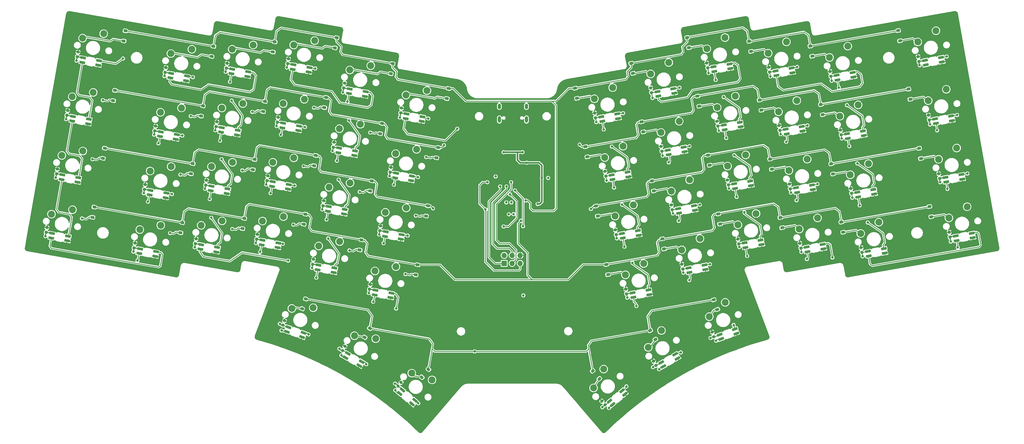
<source format=gbr>
%TF.GenerationSoftware,KiCad,Pcbnew,8.0.0*%
%TF.CreationDate,2024-04-28T13:48:32+02:00*%
%TF.ProjectId,phnx,70686e78-2e6b-4696-9361-645f70636258,A*%
%TF.SameCoordinates,Original*%
%TF.FileFunction,Copper,L4,Bot*%
%TF.FilePolarity,Positive*%
%FSLAX46Y46*%
G04 Gerber Fmt 4.6, Leading zero omitted, Abs format (unit mm)*
G04 Created by KiCad (PCBNEW 8.0.0) date 2024-04-28 13:48:32*
%MOMM*%
%LPD*%
G01*
G04 APERTURE LIST*
G04 Aperture macros list*
%AMRoundRect*
0 Rectangle with rounded corners*
0 $1 Rounding radius*
0 $2 $3 $4 $5 $6 $7 $8 $9 X,Y pos of 4 corners*
0 Add a 4 corners polygon primitive as box body*
4,1,4,$2,$3,$4,$5,$6,$7,$8,$9,$2,$3,0*
0 Add four circle primitives for the rounded corners*
1,1,$1+$1,$2,$3*
1,1,$1+$1,$4,$5*
1,1,$1+$1,$6,$7*
1,1,$1+$1,$8,$9*
0 Add four rect primitives between the rounded corners*
20,1,$1+$1,$2,$3,$4,$5,0*
20,1,$1+$1,$4,$5,$6,$7,0*
20,1,$1+$1,$6,$7,$8,$9,0*
20,1,$1+$1,$8,$9,$2,$3,0*%
%AMRotRect*
0 Rectangle, with rotation*
0 The origin of the aperture is its center*
0 $1 length*
0 $2 width*
0 $3 Rotation angle, in degrees counterclockwise*
0 Add horizontal line*
21,1,$1,$2,0,0,$3*%
G04 Aperture macros list end*
%TA.AperFunction,ComponentPad*%
%ADD10C,2.200000*%
%TD*%
%TA.AperFunction,ComponentPad*%
%ADD11R,1.700000X1.700000*%
%TD*%
%TA.AperFunction,ComponentPad*%
%ADD12O,1.700000X1.700000*%
%TD*%
%TA.AperFunction,ComponentPad*%
%ADD13O,1.000000X2.100000*%
%TD*%
%TA.AperFunction,ComponentPad*%
%ADD14O,1.000000X1.800000*%
%TD*%
%TA.AperFunction,SMDPad,CuDef*%
%ADD15RoundRect,0.225000X-0.408374X0.156464X-0.330232X-0.286700X0.408374X-0.156464X0.330232X0.286700X0*%
%TD*%
%TA.AperFunction,SMDPad,CuDef*%
%ADD16RoundRect,0.225000X0.207131X-0.264994X0.285273X0.178170X-0.207131X0.264994X-0.285273X-0.178170X0*%
%TD*%
%TA.AperFunction,SMDPad,CuDef*%
%ADD17RotRect,1.800000X0.820000X190.000000*%
%TD*%
%TA.AperFunction,SMDPad,CuDef*%
%ADD18RoundRect,0.225000X0.104006X-0.319856X0.329006X0.069856X-0.104006X0.319856X-0.329006X-0.069856X0*%
%TD*%
%TA.AperFunction,SMDPad,CuDef*%
%ADD19RoundRect,0.225000X0.285273X-0.178170X0.207131X0.264994X-0.285273X0.178170X-0.207131X-0.264994X0*%
%TD*%
%TA.AperFunction,SMDPad,CuDef*%
%ADD20RotRect,1.800000X0.820000X170.000000*%
%TD*%
%TA.AperFunction,SMDPad,CuDef*%
%ADD21RoundRect,0.225000X-0.330232X0.286700X-0.408374X-0.156464X0.330232X-0.286700X0.408374X0.156464X0*%
%TD*%
%TA.AperFunction,SMDPad,CuDef*%
%ADD22RoundRect,0.225000X-0.275430X0.339688X-0.429339X-0.083173X0.275430X-0.339688X0.429339X0.083173X0*%
%TD*%
%TA.AperFunction,SMDPad,CuDef*%
%ADD23RotRect,1.800000X0.820000X210.000000*%
%TD*%
%TA.AperFunction,SMDPad,CuDef*%
%ADD24RoundRect,0.225000X-0.437260X0.007356X-0.212260X-0.382356X0.437260X-0.007356X0.212260X0.382356X0*%
%TD*%
%TA.AperFunction,SMDPad,CuDef*%
%ADD25RotRect,1.800000X0.820000X150.000000*%
%TD*%
%TA.AperFunction,SMDPad,CuDef*%
%ADD26RotRect,1.800000X0.820000X160.000000*%
%TD*%
%TA.AperFunction,SMDPad,CuDef*%
%ADD27RoundRect,0.225000X0.046884X-0.333057X0.336138X0.011663X-0.046884X0.333057X-0.336138X-0.011663X0*%
%TD*%
%TA.AperFunction,SMDPad,CuDef*%
%ADD28RoundRect,0.225000X0.157969X-0.296936X0.311878X0.125926X-0.157969X0.296936X-0.311878X-0.125926X0*%
%TD*%
%TA.AperFunction,SMDPad,CuDef*%
%ADD29RoundRect,0.225000X-0.212260X0.382356X-0.437260X-0.007356X0.212260X-0.382356X0.437260X0.007356X0*%
%TD*%
%TA.AperFunction,SMDPad,CuDef*%
%ADD30RotRect,1.800000X0.820000X140.000000*%
%TD*%
%TA.AperFunction,SMDPad,CuDef*%
%ADD31RoundRect,0.225000X-0.431894X-0.068685X-0.142639X-0.413405X0.431894X0.068685X0.142639X0.413405X0*%
%TD*%
%TA.AperFunction,SMDPad,CuDef*%
%ADD32RoundRect,0.225000X0.329006X-0.069856X0.104006X0.319856X-0.329006X0.069856X-0.104006X-0.319856X0*%
%TD*%
%TA.AperFunction,SMDPad,CuDef*%
%ADD33RotRect,1.800000X0.820000X200.000000*%
%TD*%
%TA.AperFunction,SMDPad,CuDef*%
%ADD34RoundRect,0.225000X-0.142639X0.413405X-0.431894X0.068685X0.142639X-0.413405X0.431894X-0.068685X0*%
%TD*%
%TA.AperFunction,SMDPad,CuDef*%
%ADD35RotRect,1.800000X0.820000X220.000000*%
%TD*%
%TA.AperFunction,SMDPad,CuDef*%
%ADD36RoundRect,0.225000X0.336138X-0.011663X0.046884X0.333057X-0.336138X0.011663X-0.046884X-0.333057X0*%
%TD*%
%TA.AperFunction,SMDPad,CuDef*%
%ADD37RoundRect,0.225000X-0.429339X0.083173X-0.275430X-0.339688X0.429339X-0.083173X0.275430X0.339688X0*%
%TD*%
%TA.AperFunction,SMDPad,CuDef*%
%ADD38RoundRect,0.225000X0.311878X-0.125926X0.157969X0.296936X-0.311878X0.125926X-0.157969X-0.296936X0*%
%TD*%
%TA.AperFunction,ViaPad*%
%ADD39C,0.800000*%
%TD*%
%TA.AperFunction,Conductor*%
%ADD40C,0.250000*%
%TD*%
%TA.AperFunction,Conductor*%
%ADD41C,0.300000*%
%TD*%
%TA.AperFunction,Conductor*%
%ADD42C,0.500000*%
%TD*%
G04 APERTURE END LIST*
D10*
%TO.P,SW452,1,1*%
%TO.N,/Keyboard Matrix/COL_12*%
X347360818Y-95091298D03*
%TO.P,SW452,2,2*%
%TO.N,Net-(D452-A)*%
X341548355Y-98695376D03*
%TD*%
%TO.P,SW412,1,1*%
%TO.N,/Keyboard Matrix/COL_3*%
X116272317Y-137167808D03*
%TO.P,SW412,2,2*%
%TO.N,Net-(D412-A)*%
X109577721Y-138566554D03*
%TD*%
%TO.P,SW442,1,1*%
%TO.N,/Keyboard Matrix/COL_9*%
X276804336Y-163228990D03*
%TO.P,SW442,2,2*%
%TO.N,Net-(D442-A)*%
X271706019Y-167787638D03*
%TD*%
%TO.P,SW420,1,1*%
%TO.N,/Keyboard Matrix/COL_5*%
X157101489Y-125023216D03*
%TO.P,SW420,2,2*%
%TO.N,Net-(D420-A)*%
X150406893Y-126421962D03*
%TD*%
%TO.P,SW422,1,1*%
%TO.N,/Keyboard Matrix/COL_5*%
X165256459Y-174846032D03*
%TO.P,SW422,2,2*%
%TO.N,Net-(D422-A)*%
X158487197Y-173870737D03*
%TD*%
%TO.P,SW405,1,1*%
%TO.N,/Keyboard Matrix/COL_2*%
X106608721Y-82268193D03*
%TO.P,SW405,2,2*%
%TO.N,Net-(D405-A)*%
X99914125Y-83666939D03*
%TD*%
%TO.P,SW445,1,1*%
%TO.N,/Keyboard Matrix/COL_10*%
X302940347Y-117431732D03*
%TO.P,SW445,2,2*%
%TO.N,Net-(D445-A)*%
X297127884Y-121035810D03*
%TD*%
%TO.P,SW407,1,1*%
%TO.N,/Keyboard Matrix/COL_2*%
X99992727Y-119789365D03*
%TO.P,SW407,2,2*%
%TO.N,Net-(D407-A)*%
X93298131Y-121188111D03*
%TD*%
%TO.P,SW441,1,1*%
%TO.N,/Keyboard Matrix/COL_9*%
X286660759Y-134810169D03*
%TO.P,SW441,2,2*%
%TO.N,Net-(D441-A)*%
X280848296Y-138414247D03*
%TD*%
%TO.P,SW453,1,1*%
%TO.N,/Keyboard Matrix/COL_12*%
X350668818Y-113851883D03*
%TO.P,SW453,2,2*%
%TO.N,Net-(D453-A)*%
X344856355Y-117455961D03*
%TD*%
%TO.P,SW404,1,1*%
%TO.N,/Keyboard Matrix/COL_1*%
X68543846Y-133587958D03*
%TO.P,SW404,2,2*%
%TO.N,Net-(D404-A)*%
X61849250Y-134986704D03*
%TD*%
%TO.P,SW432,1,1*%
%TO.N,/Keyboard Matrix/COL_7*%
X238028982Y-184563351D03*
%TO.P,SW432,2,2*%
%TO.N,Net-(D432-A)*%
X234797281Y-190590806D03*
%TD*%
%TO.P,SW402,1,1*%
%TO.N,/Keyboard Matrix/COL_1*%
X75159843Y-96066782D03*
%TO.P,SW402,2,2*%
%TO.N,Net-(D402-A)*%
X68465247Y-97465528D03*
%TD*%
%TO.P,SW446,1,1*%
%TO.N,/Keyboard Matrix/COL_10*%
X306248345Y-136192321D03*
%TO.P,SW446,2,2*%
%TO.N,Net-(D446-A)*%
X300435882Y-139796399D03*
%TD*%
%TO.P,SW433,1,1*%
%TO.N,/Keyboard Matrix/COL_8*%
X258803176Y-86526552D03*
%TO.P,SW433,2,2*%
%TO.N,Net-(D433-A)*%
X252990713Y-90130630D03*
%TD*%
%TO.P,SW401,1,1*%
%TO.N,/Keyboard Matrix/COL_1*%
X78467842Y-77306193D03*
%TO.P,SW401,2,2*%
%TO.N,Net-(D401-A)*%
X71773246Y-78704939D03*
%TD*%
%TO.P,SW428,1,1*%
%TO.N,/Keyboard Matrix/COL_7*%
X240869588Y-94524696D03*
%TO.P,SW428,2,2*%
%TO.N,Net-(D428-A)*%
X235057125Y-98128774D03*
%TD*%
%TO.P,SW424,1,1*%
%TO.N,/Keyboard Matrix/COL_6*%
X178343074Y-114260771D03*
%TO.P,SW424,2,2*%
%TO.N,Net-(D424-A)*%
X171648478Y-115659517D03*
%TD*%
%TO.P,SW416,1,1*%
%TO.N,/Keyboard Matrix/COL_4*%
X135859903Y-135785657D03*
%TO.P,SW416,2,2*%
%TO.N,Net-(D416-A)*%
X129165307Y-137184403D03*
%TD*%
%TO.P,SW443,1,1*%
%TO.N,/Keyboard Matrix/COL_10*%
X296324352Y-79910558D03*
%TO.P,SW443,2,2*%
%TO.N,Net-(D443-A)*%
X290511889Y-83514636D03*
%TD*%
%TO.P,SW437,1,1*%
%TO.N,/Keyboard Matrix/COL_8*%
X256452869Y-172220072D03*
%TO.P,SW437,2,2*%
%TO.N,Net-(D437-A)*%
X252223608Y-177594777D03*
%TD*%
%TO.P,SW403,1,1*%
%TO.N,/Keyboard Matrix/COL_1*%
X71851845Y-114827373D03*
%TO.P,SW403,2,2*%
%TO.N,Net-(D403-A)*%
X65157249Y-116226119D03*
%TD*%
%TO.P,SW406,1,1*%
%TO.N,/Keyboard Matrix/COL_2*%
X103300723Y-101028780D03*
%TO.P,SW406,2,2*%
%TO.N,Net-(D406-A)*%
X96606127Y-102427526D03*
%TD*%
%TO.P,SW447,1,1*%
%TO.N,/Keyboard Matrix/COL_11*%
X315911938Y-81292705D03*
%TO.P,SW447,2,2*%
%TO.N,Net-(D447-A)*%
X310099475Y-84896783D03*
%TD*%
%TO.P,SW440,1,1*%
%TO.N,/Keyboard Matrix/COL_9*%
X283352761Y-116049583D03*
%TO.P,SW440,2,2*%
%TO.N,Net-(D440-A)*%
X277540298Y-119653661D03*
%TD*%
%TO.P,SW450,1,1*%
%TO.N,/Keyboard Matrix/COL_11*%
X325835932Y-137574469D03*
%TO.P,SW450,2,2*%
%TO.N,Net-(D450-A)*%
X320023469Y-141178547D03*
%TD*%
%TO.P,SW444,1,1*%
%TO.N,/Keyboard Matrix/COL_10*%
X299632349Y-98671142D03*
%TO.P,SW444,2,2*%
%TO.N,Net-(D444-A)*%
X293819886Y-102275220D03*
%TD*%
%TO.P,SW429,1,1*%
%TO.N,/Keyboard Matrix/COL_7*%
X244177586Y-113285285D03*
%TO.P,SW429,2,2*%
%TO.N,Net-(D429-A)*%
X238365123Y-116889363D03*
%TD*%
%TO.P,SW439,1,1*%
%TO.N,/Keyboard Matrix/COL_9*%
X280044763Y-97288995D03*
%TO.P,SW439,2,2*%
%TO.N,Net-(D439-A)*%
X274232300Y-100893073D03*
%TD*%
%TO.P,SW451,1,1*%
%TO.N,/Keyboard Matrix/COL_12*%
X344052820Y-76330709D03*
%TO.P,SW451,2,2*%
%TO.N,Net-(D451-A)*%
X338240357Y-79934787D03*
%TD*%
%TO.P,SW436,1,1*%
%TO.N,/Keyboard Matrix/COL_8*%
X268727170Y-142808314D03*
%TO.P,SW436,2,2*%
%TO.N,Net-(D436-A)*%
X262914707Y-146412392D03*
%TD*%
%TO.P,SW417,1,1*%
%TO.N,/Keyboard Matrix/COL_4*%
X145351283Y-164934993D03*
%TO.P,SW417,2,2*%
%TO.N,Net-(D417-A)*%
X138515503Y-165149985D03*
%TD*%
%TO.P,SW414,1,1*%
%TO.N,/Keyboard Matrix/COL_4*%
X142475900Y-98264481D03*
%TO.P,SW414,2,2*%
%TO.N,Net-(D414-A)*%
X135781304Y-99663227D03*
%TD*%
%TO.P,SW438,1,1*%
%TO.N,/Keyboard Matrix/COL_9*%
X276736765Y-78528406D03*
%TO.P,SW438,2,2*%
%TO.N,Net-(D438-A)*%
X270924302Y-82132484D03*
%TD*%
%TO.P,SW434,1,1*%
%TO.N,/Keyboard Matrix/COL_8*%
X262111174Y-105287140D03*
%TO.P,SW434,2,2*%
%TO.N,Net-(D434-A)*%
X256298711Y-108891218D03*
%TD*%
%TO.P,SW430,1,1*%
%TO.N,/Keyboard Matrix/COL_7*%
X247485584Y-132045871D03*
%TO.P,SW430,2,2*%
%TO.N,Net-(D430-A)*%
X241673121Y-135649949D03*
%TD*%
%TO.P,SW421,1,1*%
%TO.N,/Keyboard Matrix/COL_5*%
X153793490Y-143783802D03*
%TO.P,SW421,2,2*%
%TO.N,Net-(D421-A)*%
X147098894Y-145182548D03*
%TD*%
%TO.P,SW411,1,1*%
%TO.N,/Keyboard Matrix/COL_3*%
X119580313Y-118407217D03*
%TO.P,SW411,2,2*%
%TO.N,Net-(D411-A)*%
X112885717Y-119805963D03*
%TD*%
%TO.P,SW427,1,1*%
%TO.N,/Keyboard Matrix/COL_6*%
X183269386Y-187989112D03*
%TO.P,SW427,2,2*%
%TO.N,Net-(D427-A)*%
X176772322Y-185853164D03*
%TD*%
%TO.P,SW448,1,1*%
%TO.N,/Keyboard Matrix/COL_11*%
X319219936Y-100053294D03*
%TO.P,SW448,2,2*%
%TO.N,Net-(D448-A)*%
X313407473Y-103657372D03*
%TD*%
%TO.P,SW431,1,1*%
%TO.N,/Keyboard Matrix/COL_7*%
X250793582Y-150806459D03*
%TO.P,SW431,2,2*%
%TO.N,Net-(D431-A)*%
X244981119Y-154410537D03*
%TD*%
%TO.P,SW408,1,1*%
%TO.N,/Keyboard Matrix/COL_2*%
X96684730Y-138549955D03*
%TO.P,SW408,2,2*%
%TO.N,Net-(D408-A)*%
X89990134Y-139948701D03*
%TD*%
%TO.P,SW435,1,1*%
%TO.N,/Keyboard Matrix/COL_8*%
X265419172Y-124047726D03*
%TO.P,SW435,2,2*%
%TO.N,Net-(D435-A)*%
X259606709Y-127651804D03*
%TD*%
%TO.P,SW410,1,1*%
%TO.N,/Keyboard Matrix/COL_3*%
X122888310Y-99646631D03*
%TO.P,SW410,2,2*%
%TO.N,Net-(D410-A)*%
X116193714Y-101045377D03*
%TD*%
%TO.P,SW409,1,1*%
%TO.N,/Keyboard Matrix/COL_3*%
X126196308Y-80886044D03*
%TO.P,SW409,2,2*%
%TO.N,Net-(D409-A)*%
X119501712Y-82284790D03*
%TD*%
D11*
%TO.P,J2,1,Pin_1*%
%TO.N,MISO*%
X206295603Y-150731682D03*
D12*
%TO.P,J2,2,Pin_2*%
%TO.N,/ESD & Power Filtering/5V*%
X206295603Y-148191682D03*
%TO.P,J2,3,Pin_3*%
%TO.N,SCK*%
X208835603Y-150731682D03*
%TO.P,J2,4,Pin_4*%
%TO.N,MOSI*%
X208835603Y-148191682D03*
%TO.P,J2,5,Pin_5*%
%TO.N,RST*%
X211375603Y-150731682D03*
%TO.P,J2,6,Pin_6*%
%TO.N,GND*%
X211375603Y-148191682D03*
%TD*%
D10*
%TO.P,SW423,1,1*%
%TO.N,/Keyboard Matrix/COL_6*%
X181651073Y-95500182D03*
%TO.P,SW423,2,2*%
%TO.N,Net-(D423-A)*%
X174956477Y-96898928D03*
%TD*%
%TO.P,SW454,1,1*%
%TO.N,/Keyboard Matrix/COL_12*%
X353976813Y-132612470D03*
%TO.P,SW454,2,2*%
%TO.N,Net-(D454-A)*%
X348164350Y-136216548D03*
%TD*%
%TO.P,SW418,1,1*%
%TO.N,/Keyboard Matrix/COL_5*%
X163717485Y-87502038D03*
%TO.P,SW418,2,2*%
%TO.N,Net-(D418-A)*%
X157022889Y-88900784D03*
%TD*%
%TO.P,SW413,1,1*%
%TO.N,/Keyboard Matrix/COL_4*%
X145783895Y-79503894D03*
%TO.P,SW413,2,2*%
%TO.N,Net-(D413-A)*%
X139089299Y-80902640D03*
%TD*%
%TO.P,SW425,1,1*%
%TO.N,/Keyboard Matrix/COL_6*%
X175035076Y-133021358D03*
%TO.P,SW425,2,2*%
%TO.N,Net-(D425-A)*%
X168340480Y-134420104D03*
%TD*%
%TO.P,SW426,1,1*%
%TO.N,/Keyboard Matrix/COL_6*%
X171727080Y-151781946D03*
%TO.P,SW426,2,2*%
%TO.N,Net-(D426-A)*%
X165032484Y-153180692D03*
%TD*%
%TO.P,SW449,1,1*%
%TO.N,/Keyboard Matrix/COL_11*%
X322527934Y-118813880D03*
%TO.P,SW449,2,2*%
%TO.N,Net-(D449-A)*%
X316715471Y-122417958D03*
%TD*%
D13*
%TO.P,J1,S1,SHIELD*%
%TO.N,Earth*%
X213366100Y-104731644D03*
D14*
X213366100Y-100551644D03*
D13*
X204726100Y-104731644D03*
D14*
X204726100Y-100551644D03*
%TD*%
D10*
%TO.P,SW415,1,1*%
%TO.N,/Keyboard Matrix/COL_4*%
X139167902Y-117025069D03*
%TO.P,SW415,2,2*%
%TO.N,Net-(D415-A)*%
X132473306Y-118423815D03*
%TD*%
%TO.P,SW419,1,1*%
%TO.N,/Keyboard Matrix/COL_5*%
X160409487Y-106262625D03*
%TO.P,SW419,2,2*%
%TO.N,Net-(D419-A)*%
X153714891Y-107661371D03*
%TD*%
D15*
%TO.P,D429,1,K*%
%TO.N,/Keyboard Matrix/ROW_2*%
X232214762Y-113437418D03*
%TO.P,D429,2,A*%
%TO.N,Net-(D429-A)*%
X232787800Y-116687284D03*
%TD*%
D16*
%TO.P,C506,1*%
%TO.N,/ESD & Power Filtering/5V*%
X94786984Y-108338943D03*
%TO.P,C506,2*%
%TO.N,GND*%
X95056138Y-106812491D03*
%TD*%
D17*
%TO.P,D536,1,VDD*%
%TO.N,/ESD & Power Filtering/5V*%
X265115042Y-152167744D03*
%TO.P,D536,2,DOUT*%
%TO.N,Net-(D535-DIN)*%
X265375514Y-153644956D03*
%TO.P,D536,3,VSS*%
%TO.N,GND*%
X270447274Y-152750668D03*
%TO.P,D536,4,DIN*%
%TO.N,Net-(D536-DIN)*%
X270186802Y-151273456D03*
%TD*%
D18*
%TO.P,C522,1*%
%TO.N,/ESD & Power Filtering/5V*%
X154694786Y-178609388D03*
%TO.P,C522,2*%
%TO.N,GND*%
X155469784Y-177267048D03*
%TD*%
D19*
%TO.P,C549,1*%
%TO.N,/ESD & Power Filtering/5V*%
X317094739Y-128355288D03*
%TO.P,C549,2*%
%TO.N,GND*%
X316825585Y-126828836D03*
%TD*%
D20*
%TO.P,D521,1,VDD*%
%TO.N,/ESD & Power Filtering/5V*%
X147042981Y-151316019D03*
%TO.P,D521,2,DOUT*%
%TO.N,Net-(D521-DOUT)*%
X146782509Y-152793231D03*
%TO.P,D521,3,VSS*%
%TO.N,GND*%
X151854269Y-153687519D03*
%TO.P,D521,4,DIN*%
%TO.N,Net-(D520-DOUT)*%
X152114741Y-152210307D03*
%TD*%
D16*
%TO.P,C512,1*%
%TO.N,/ESD & Power Filtering/5V*%
X107724531Y-144383115D03*
%TO.P,C512,2*%
%TO.N,GND*%
X107993685Y-142856663D03*
%TD*%
D21*
%TO.P,D415,1,K*%
%TO.N,/Keyboard Matrix/ROW_3*%
X146196683Y-116236116D03*
%TO.P,D415,2,A*%
%TO.N,Net-(D415-A)*%
X145623645Y-119485982D03*
%TD*%
D15*
%TO.P,D448,1,K*%
%TO.N,/Keyboard Matrix/ROW_2*%
X307313049Y-99946785D03*
%TO.P,D448,2,A*%
%TO.N,Net-(D448-A)*%
X307886087Y-103196651D03*
%TD*%
D19*
%TO.P,C550,1*%
%TO.N,/ESD & Power Filtering/5V*%
X320424358Y-147238496D03*
%TO.P,C550,2*%
%TO.N,GND*%
X320155204Y-145712044D03*
%TD*%
D21*
%TO.P,D404,1,K*%
%TO.N,/Keyboard Matrix/ROW_4*%
X75503977Y-132756440D03*
%TO.P,D404,2,A*%
%TO.N,Net-(D404-A)*%
X74930939Y-136006306D03*
%TD*%
D20*
%TO.P,D510,1,VDD*%
%TO.N,/ESD & Power Filtering/5V*%
X116218915Y-107294692D03*
%TO.P,D510,2,DOUT*%
%TO.N,Net-(D510-DOUT)*%
X115958443Y-108771904D03*
%TO.P,D510,3,VSS*%
%TO.N,GND*%
X121030203Y-109666192D03*
%TO.P,D510,4,DIN*%
%TO.N,Net-(D509-DOUT)*%
X121290675Y-108188980D03*
%TD*%
D22*
%TO.P,D417,1,K*%
%TO.N,/Keyboard Matrix/ROW_5*%
X142946662Y-162141602D03*
%TO.P,D417,2,A*%
%TO.N,Net-(D417-A)*%
X141817996Y-165242588D03*
%TD*%
D16*
%TO.P,C501,1*%
%TO.N,/ESD & Power Filtering/5V*%
X70019281Y-84678622D03*
%TO.P,C501,2*%
%TO.N,GND*%
X70288435Y-83152170D03*
%TD*%
D15*
%TO.P,D428,1,K*%
%TO.N,/Keyboard Matrix/ROW_1*%
X228915447Y-94726070D03*
%TO.P,D428,2,A*%
%TO.N,Net-(D428-A)*%
X229488485Y-97975936D03*
%TD*%
D23*
%TO.P,D537,1,VDD*%
%TO.N,/ESD & Power Filtering/5V*%
X256359693Y-182423682D03*
%TO.P,D537,2,DOUT*%
%TO.N,Net-(D536-DIN)*%
X257109693Y-183722720D03*
%TO.P,D537,3,VSS*%
%TO.N,GND*%
X261569723Y-181147720D03*
%TO.P,D537,4,DIN*%
%TO.N,Net-(D532-DOUT)*%
X260819723Y-179848682D03*
%TD*%
D17*
%TO.P,D541,1,VDD*%
%TO.N,/ESD & Power Filtering/5V*%
X283001560Y-144190592D03*
%TO.P,D541,2,DOUT*%
%TO.N,Net-(D541-DOUT)*%
X283262032Y-145667804D03*
%TO.P,D541,3,VSS*%
%TO.N,GND*%
X288333792Y-144773516D03*
%TO.P,D541,4,DIN*%
%TO.N,Net-(D540-DOUT)*%
X288073320Y-143296304D03*
%TD*%
D21*
%TO.P,D403,1,K*%
%TO.N,/Keyboard Matrix/ROW_3*%
X78828474Y-113902296D03*
%TO.P,D403,2,A*%
%TO.N,Net-(D403-A)*%
X78255436Y-117152162D03*
%TD*%
D15*
%TO.P,D436,1,K*%
%TO.N,/Keyboard Matrix/ROW_4*%
X256699911Y-142882961D03*
%TO.P,D436,2,A*%
%TO.N,Net-(D436-A)*%
X257272949Y-146132827D03*
%TD*%
D17*
%TO.P,D548,1,VDD*%
%TO.N,/ESD & Power Filtering/5V*%
X315691181Y-109309669D03*
%TO.P,D548,2,DOUT*%
%TO.N,Net-(D548-DOUT)*%
X315951653Y-110786881D03*
%TO.P,D548,3,VSS*%
%TO.N,GND*%
X321023413Y-109892593D03*
%TO.P,D548,4,DIN*%
%TO.N,Net-(D547-DOUT)*%
X320762941Y-108415381D03*
%TD*%
D21*
%TO.P,D413,1,K*%
%TO.N,/Keyboard Matrix/ROW_1*%
X152838727Y-78567222D03*
%TO.P,D413,2,A*%
%TO.N,Net-(D413-A)*%
X152265689Y-81817088D03*
%TD*%
D17*
%TO.P,D531,1,VDD*%
%TO.N,/ESD & Power Filtering/5V*%
X247228523Y-160144897D03*
%TO.P,D531,2,DOUT*%
%TO.N,Net-(D531-DOUT)*%
X247488995Y-161622109D03*
%TO.P,D531,3,VSS*%
%TO.N,GND*%
X252560755Y-160727821D03*
%TO.P,D531,4,DIN*%
%TO.N,Net-(D530-DOUT)*%
X252300283Y-159250609D03*
%TD*%
D16*
%TO.P,C505,1*%
%TO.N,/ESD & Power Filtering/5V*%
X98086302Y-89627595D03*
%TO.P,C505,2*%
%TO.N,GND*%
X98355456Y-88101143D03*
%TD*%
%TO.P,C503,1*%
%TO.N,/ESD & Power Filtering/5V*%
X63420648Y-122101315D03*
%TO.P,C503,2*%
%TO.N,GND*%
X63689802Y-120574863D03*
%TD*%
D15*
%TO.P,D435,1,K*%
%TO.N,/Keyboard Matrix/ROW_3*%
X253427511Y-124324260D03*
%TO.P,D435,2,A*%
%TO.N,Net-(D435-A)*%
X254000549Y-127574126D03*
%TD*%
%TO.P,D445,1,K*%
%TO.N,/Keyboard Matrix/ROW_3*%
X291093554Y-117378090D03*
%TO.P,D445,2,A*%
%TO.N,Net-(D445-A)*%
X291666592Y-120627956D03*
%TD*%
%TO.P,D443,1,K*%
%TO.N,/Keyboard Matrix/ROW_1*%
X284451512Y-79709193D03*
%TO.P,D443,2,A*%
%TO.N,Net-(D443-A)*%
X285024550Y-82959059D03*
%TD*%
D17*
%TO.P,D553,1,VDD*%
%TO.N,/ESD & Power Filtering/5V*%
X347087821Y-123243904D03*
%TO.P,D553,2,DOUT*%
%TO.N,Net-(D552-DIN)*%
X347348293Y-124721116D03*
%TO.P,D553,3,VSS*%
%TO.N,GND*%
X352420053Y-123826828D03*
%TO.P,D553,4,DIN*%
%TO.N,Net-(D553-DIN)*%
X352159581Y-122349616D03*
%TD*%
%TO.P,D554,1,VDD*%
%TO.N,/ESD & Power Filtering/5V*%
X350391477Y-141979869D03*
%TO.P,D554,2,DOUT*%
%TO.N,Net-(D553-DIN)*%
X350651949Y-143457081D03*
%TO.P,D554,3,VSS*%
%TO.N,GND*%
X355723709Y-142562793D03*
%TO.P,D554,4,DIN*%
%TO.N,Net-(D550-DOUT)*%
X355463237Y-141085581D03*
%TD*%
D16*
%TO.P,C519,1*%
%TO.N,/ESD & Power Filtering/5V*%
X151745854Y-113559051D03*
%TO.P,C519,2*%
%TO.N,GND*%
X152015008Y-112032599D03*
%TD*%
D24*
%TO.P,D437,1,K*%
%TO.N,/Keyboard Matrix/ROW_5*%
X252854196Y-172201983D03*
%TO.P,D437,2,A*%
%TO.N,Net-(D437-A)*%
X254504196Y-175059867D03*
%TD*%
D17*
%TO.P,D552,1,VDD*%
%TO.N,/ESD & Power Filtering/5V*%
X343788505Y-104532555D03*
%TO.P,D552,2,DOUT*%
%TO.N,Net-(D551-DIN)*%
X344048977Y-106009767D03*
%TO.P,D552,3,VSS*%
%TO.N,GND*%
X349120737Y-105115479D03*
%TO.P,D552,4,DIN*%
%TO.N,Net-(D552-DIN)*%
X348860265Y-103638267D03*
%TD*%
D19*
%TO.P,C540,1*%
%TO.N,/ESD & Power Filtering/5V*%
X277776185Y-125641659D03*
%TO.P,C540,2*%
%TO.N,GND*%
X277507031Y-124115207D03*
%TD*%
D16*
%TO.P,C502,1*%
%TO.N,/ESD & Power Filtering/5V*%
X66719963Y-103389971D03*
%TO.P,C502,2*%
%TO.N,GND*%
X66989117Y-101863519D03*
%TD*%
%TO.P,C524,1*%
%TO.N,/ESD & Power Filtering/5V*%
X169878576Y-121579616D03*
%TO.P,C524,2*%
%TO.N,GND*%
X170147730Y-120053164D03*
%TD*%
D20*
%TO.P,D509,1,VDD*%
%TO.N,/ESD & Power Filtering/5V*%
X119518231Y-88583346D03*
%TO.P,D509,2,DOUT*%
%TO.N,Net-(D509-DOUT)*%
X119257759Y-90060558D03*
%TO.P,D509,3,VSS*%
%TO.N,GND*%
X124329519Y-90954846D03*
%TO.P,D509,4,DIN*%
%TO.N,Net-(D505-DOUT)*%
X124589991Y-89477634D03*
%TD*%
D17*
%TO.P,D547,1,VDD*%
%TO.N,/ESD & Power Filtering/5V*%
X312391864Y-90598321D03*
%TO.P,D547,2,DOUT*%
%TO.N,Net-(D547-DOUT)*%
X312652336Y-92075533D03*
%TO.P,D547,3,VSS*%
%TO.N,GND*%
X317724096Y-91181245D03*
%TO.P,D547,4,DIN*%
%TO.N,Net-(D543-DOUT)*%
X317463624Y-89704033D03*
%TD*%
%TO.P,D535,1,VDD*%
%TO.N,/ESD & Power Filtering/5V*%
X261772314Y-133210196D03*
%TO.P,D535,2,DOUT*%
%TO.N,Net-(D534-DIN)*%
X262032786Y-134687408D03*
%TO.P,D535,3,VSS*%
%TO.N,GND*%
X267104546Y-133793120D03*
%TO.P,D535,4,DIN*%
%TO.N,Net-(D535-DIN)*%
X266844074Y-132315908D03*
%TD*%
D19*
%TO.P,C536,1*%
%TO.N,/ESD & Power Filtering/5V*%
X263223628Y-152526638D03*
%TO.P,C536,2*%
%TO.N,GND*%
X262954474Y-151000186D03*
%TD*%
D21*
%TO.P,D414,1,K*%
%TO.N,/Keyboard Matrix/ROW_2*%
X149469951Y-97672491D03*
%TO.P,D414,2,A*%
%TO.N,Net-(D414-A)*%
X148896913Y-100922357D03*
%TD*%
%TO.P,D406,1,K*%
%TO.N,/Keyboard Matrix/ROW_2*%
X110151396Y-100386124D03*
%TO.P,D406,2,A*%
%TO.N,Net-(D406-A)*%
X109578358Y-103635990D03*
%TD*%
D15*
%TO.P,D454,1,K*%
%TO.N,/Keyboard Matrix/ROW_4*%
X341955508Y-132576908D03*
%TO.P,D454,2,A*%
%TO.N,Net-(D454-A)*%
X342528546Y-135826774D03*
%TD*%
%TO.P,D447,1,K*%
%TO.N,/Keyboard Matrix/ROW_1*%
X303964494Y-81244117D03*
%TO.P,D447,2,A*%
%TO.N,Net-(D447-A)*%
X304537532Y-84493983D03*
%TD*%
D21*
%TO.P,D416,1,K*%
%TO.N,/Keyboard Matrix/ROW_4*%
X142889552Y-134991784D03*
%TO.P,D416,2,A*%
%TO.N,Net-(D416-A)*%
X142316514Y-138241650D03*
%TD*%
D25*
%TO.P,D522,1,VDD*%
%TO.N,/ESD & Power Filtering/5V*%
X156361883Y-179571888D03*
%TO.P,D522,2,DOUT*%
%TO.N,Net-(D522-DOUT)*%
X155611883Y-180870926D03*
%TO.P,D522,3,VSS*%
%TO.N,GND*%
X160071913Y-183445926D03*
%TO.P,D522,4,DIN*%
%TO.N,Net-(D521-DOUT)*%
X160821913Y-182146888D03*
%TD*%
D20*
%TO.P,D507,1,VDD*%
%TO.N,/ESD & Power Filtering/5V*%
X93383423Y-127384564D03*
%TO.P,D507,2,DOUT*%
%TO.N,Net-(D506-DIN)*%
X93122951Y-128861776D03*
%TO.P,D507,3,VSS*%
%TO.N,GND*%
X98194711Y-129756064D03*
%TO.P,D507,4,DIN*%
%TO.N,Net-(D507-DIN)*%
X98455183Y-128278852D03*
%TD*%
D21*
%TO.P,D425,1,K*%
%TO.N,/Keyboard Matrix/ROW_3*%
X181943674Y-132338144D03*
%TO.P,D425,2,A*%
%TO.N,Net-(D425-A)*%
X181370636Y-135588010D03*
%TD*%
D16*
%TO.P,C510,1*%
%TO.N,/ESD & Power Filtering/5V*%
X114347783Y-106964763D03*
%TO.P,C510,2*%
%TO.N,GND*%
X114616937Y-105438311D03*
%TD*%
D20*
%TO.P,D505,1,VDD*%
%TO.N,/ESD & Power Filtering/5V*%
X99982056Y-89961866D03*
%TO.P,D505,2,DOUT*%
%TO.N,Net-(D505-DOUT)*%
X99721584Y-91439078D03*
%TO.P,D505,3,VSS*%
%TO.N,GND*%
X104793344Y-92333366D03*
%TO.P,D505,4,DIN*%
%TO.N,Net-(D505-DIN)*%
X105053816Y-90856154D03*
%TD*%
D21*
%TO.P,D411,1,K*%
%TO.N,/Keyboard Matrix/ROW_3*%
X126677873Y-117516159D03*
%TO.P,D411,2,A*%
%TO.N,Net-(D411-A)*%
X126104835Y-120766025D03*
%TD*%
D16*
%TO.P,C507,1*%
%TO.N,/ESD & Power Filtering/5V*%
X91487669Y-127050289D03*
%TO.P,C507,2*%
%TO.N,GND*%
X91756823Y-125523837D03*
%TD*%
D17*
%TO.P,D538,1,VDD*%
%TO.N,/ESD & Power Filtering/5V*%
X273073311Y-87884690D03*
%TO.P,D538,2,DOUT*%
%TO.N,Net-(D538-DOUT)*%
X273333783Y-89361902D03*
%TO.P,D538,3,VSS*%
%TO.N,GND*%
X278405543Y-88467614D03*
%TO.P,D538,4,DIN*%
%TO.N,Net-(D533-DOUT)*%
X278145071Y-86990402D03*
%TD*%
D16*
%TO.P,C511,1*%
%TO.N,/ESD & Power Filtering/5V*%
X111023845Y-125671770D03*
%TO.P,C511,2*%
%TO.N,GND*%
X111292999Y-124145318D03*
%TD*%
D15*
%TO.P,D453,1,K*%
%TO.N,/Keyboard Matrix/ROW_3*%
X338672690Y-113959119D03*
%TO.P,D453,2,A*%
%TO.N,Net-(D453-A)*%
X339245728Y-117208985D03*
%TD*%
D26*
%TO.P,D517,1,VDD*%
%TO.N,/ESD & Power Filtering/5V*%
X137455184Y-171162425D03*
%TO.P,D517,2,DOUT*%
%TO.N,Net-(D516-DIN)*%
X136942153Y-172571965D03*
%TO.P,D517,3,VSS*%
%TO.N,GND*%
X141781570Y-174333367D03*
%TO.P,D517,4,DIN*%
%TO.N,Net-(D512-DOUT)*%
X142294601Y-172923827D03*
%TD*%
D15*
%TO.P,D446,1,K*%
%TO.N,/Keyboard Matrix/ROW_4*%
X294392870Y-136089437D03*
%TO.P,D446,2,A*%
%TO.N,Net-(D446-A)*%
X294965908Y-139339303D03*
%TD*%
D27*
%TO.P,C527,1*%
%TO.N,/ESD & Power Filtering/5V*%
X172375909Y-189980262D03*
%TO.P,C527,2*%
%TO.N,GND*%
X173372229Y-188792892D03*
%TD*%
D20*
%TO.P,D511,1,VDD*%
%TO.N,/ESD & Power Filtering/5V*%
X112919600Y-126006041D03*
%TO.P,D511,2,DOUT*%
%TO.N,Net-(D511-DOUT)*%
X112659128Y-127483253D03*
%TO.P,D511,3,VSS*%
%TO.N,GND*%
X117730888Y-128377541D03*
%TO.P,D511,4,DIN*%
%TO.N,Net-(D510-DOUT)*%
X117991360Y-126900329D03*
%TD*%
D16*
%TO.P,C504,1*%
%TO.N,/ESD & Power Filtering/5V*%
X60121336Y-140812666D03*
%TO.P,C504,2*%
%TO.N,GND*%
X60390490Y-139286214D03*
%TD*%
D15*
%TO.P,D444,1,K*%
%TO.N,/Keyboard Matrix/ROW_2*%
X287768191Y-98519023D03*
%TO.P,D444,2,A*%
%TO.N,Net-(D444-A)*%
X288341229Y-101768889D03*
%TD*%
D19*
%TO.P,C543,1*%
%TO.N,/ESD & Power Filtering/5V*%
X290959933Y-89554074D03*
%TO.P,C543,2*%
%TO.N,GND*%
X290690779Y-88027622D03*
%TD*%
D21*
%TO.P,D410,1,K*%
%TO.N,/Keyboard Matrix/ROW_2*%
X129952008Y-98947609D03*
%TO.P,D410,2,A*%
%TO.N,Net-(D410-A)*%
X129378970Y-102197475D03*
%TD*%
D17*
%TO.P,D533,1,VDD*%
%TO.N,/ESD & Power Filtering/5V*%
X255173684Y-95787500D03*
%TO.P,D533,2,DOUT*%
%TO.N,Net-(D533-DOUT)*%
X255434156Y-97264712D03*
%TO.P,D533,3,VSS*%
%TO.N,GND*%
X260505916Y-96370424D03*
%TO.P,D533,4,DIN*%
%TO.N,Net-(D533-DIN)*%
X260245444Y-94893212D03*
%TD*%
D21*
%TO.P,D408,1,K*%
%TO.N,/Keyboard Matrix/ROW_4*%
X103570999Y-137705412D03*
%TO.P,D408,2,A*%
%TO.N,Net-(D408-A)*%
X102997961Y-140955278D03*
%TD*%
D15*
%TO.P,D451,1,K*%
%TO.N,/Keyboard Matrix/ROW_1*%
X331982274Y-76303829D03*
%TO.P,D451,2,A*%
%TO.N,Net-(D451-A)*%
X332555312Y-79553695D03*
%TD*%
D16*
%TO.P,C516,1*%
%TO.N,/ESD & Power Filtering/5V*%
X133859338Y-105581897D03*
%TO.P,C516,2*%
%TO.N,GND*%
X134128492Y-104055445D03*
%TD*%
D21*
%TO.P,D401,1,K*%
%TO.N,/Keyboard Matrix/ROW_1*%
X85445337Y-76376196D03*
%TO.P,D401,2,A*%
%TO.N,Net-(D401-A)*%
X84872299Y-79626062D03*
%TD*%
D20*
%TO.P,D506,1,VDD*%
%TO.N,/ESD & Power Filtering/5V*%
X96682741Y-108673215D03*
%TO.P,D506,2,DOUT*%
%TO.N,Net-(D505-DIN)*%
X96422269Y-110150427D03*
%TO.P,D506,3,VSS*%
%TO.N,GND*%
X101494029Y-111044715D03*
%TO.P,D506,4,DIN*%
%TO.N,Net-(D506-DIN)*%
X101754501Y-109567503D03*
%TD*%
%TO.P,D524,1,VDD*%
%TO.N,/ESD & Power Filtering/5V*%
X171774331Y-121913886D03*
%TO.P,D524,2,DOUT*%
%TO.N,Net-(D523-DIN)*%
X171513859Y-123391098D03*
%TO.P,D524,3,VSS*%
%TO.N,GND*%
X176585619Y-124285386D03*
%TO.P,D524,4,DIN*%
%TO.N,Net-(D524-DIN)*%
X176846091Y-122808174D03*
%TD*%
D16*
%TO.P,C518,1*%
%TO.N,/ESD & Power Filtering/5V*%
X155088584Y-94601500D03*
%TO.P,C518,2*%
%TO.N,GND*%
X155357738Y-93075048D03*
%TD*%
D19*
%TO.P,C541,1*%
%TO.N,/ESD & Power Filtering/5V*%
X281105805Y-144524865D03*
%TO.P,C541,2*%
%TO.N,GND*%
X280836651Y-142998413D03*
%TD*%
D20*
%TO.P,D518,1,VDD*%
%TO.N,/ESD & Power Filtering/5V*%
X156984338Y-94935775D03*
%TO.P,D518,2,DOUT*%
%TO.N,Net-(D518-DOUT)*%
X156723866Y-96412987D03*
%TO.P,D518,3,VSS*%
%TO.N,GND*%
X161795626Y-97307275D03*
%TO.P,D518,4,DIN*%
%TO.N,Net-(D513-DOUT)*%
X162056098Y-95830063D03*
%TD*%
D16*
%TO.P,C521,1*%
%TO.N,/ESD & Power Filtering/5V*%
X145147226Y-150981746D03*
%TO.P,C521,2*%
%TO.N,GND*%
X145416380Y-149455294D03*
%TD*%
D21*
%TO.P,D405,1,K*%
%TO.N,/Keyboard Matrix/ROW_1*%
X113512358Y-81325169D03*
%TO.P,D405,2,A*%
%TO.N,Net-(D405-A)*%
X112939320Y-84575035D03*
%TD*%
D28*
%TO.P,C517,1*%
%TO.N,/ESD & Power Filtering/5V*%
X135646274Y-170504038D03*
%TO.P,C517,2*%
%TO.N,GND*%
X136176404Y-169047514D03*
%TD*%
D17*
%TO.P,D549,1,VDD*%
%TO.N,/ESD & Power Filtering/5V*%
X318990496Y-128021018D03*
%TO.P,D549,2,DOUT*%
%TO.N,Net-(D549-DOUT)*%
X319250968Y-129498230D03*
%TO.P,D549,3,VSS*%
%TO.N,GND*%
X324322728Y-128603942D03*
%TO.P,D549,4,DIN*%
%TO.N,Net-(D548-DOUT)*%
X324062256Y-127126730D03*
%TD*%
D29*
%TO.P,D422,1,K*%
%TO.N,/Keyboard Matrix/ROW_5*%
X163408884Y-171516120D03*
%TO.P,D422,2,A*%
%TO.N,Net-(D422-A)*%
X161758884Y-174374004D03*
%TD*%
D21*
%TO.P,D426,1,K*%
%TO.N,/Keyboard Matrix/ROW_4*%
X178619178Y-151192289D03*
%TO.P,D426,2,A*%
%TO.N,Net-(D426-A)*%
X178046140Y-154442155D03*
%TD*%
%TO.P,D407,1,K*%
%TO.N,/Keyboard Matrix/ROW_3*%
X106895495Y-118851268D03*
%TO.P,D407,2,A*%
%TO.N,Net-(D407-A)*%
X106322457Y-122101134D03*
%TD*%
D20*
%TO.P,D514,1,VDD*%
%TO.N,/ESD & Power Filtering/5V*%
X135755091Y-105916172D03*
%TO.P,D514,2,DOUT*%
%TO.N,Net-(D513-DIN)*%
X135494619Y-107393384D03*
%TO.P,D514,3,VSS*%
%TO.N,GND*%
X140566379Y-108287672D03*
%TO.P,D514,4,DIN*%
%TO.N,Net-(D514-DIN)*%
X140826851Y-106810460D03*
%TD*%
D17*
%TO.P,D543,1,VDD*%
%TO.N,/ESD & Power Filtering/5V*%
X292855689Y-89219801D03*
%TO.P,D543,2,DOUT*%
%TO.N,Net-(D543-DOUT)*%
X293116161Y-90697013D03*
%TO.P,D543,3,VSS*%
%TO.N,GND*%
X298187921Y-89802725D03*
%TO.P,D543,4,DIN*%
%TO.N,Net-(D543-DIN)*%
X297927449Y-88325513D03*
%TD*%
D16*
%TO.P,C523,1*%
%TO.N,/ESD & Power Filtering/5V*%
X173221303Y-102622066D03*
%TO.P,C523,2*%
%TO.N,GND*%
X173490457Y-101095614D03*
%TD*%
D30*
%TO.P,D527,1,VDD*%
%TO.N,/ESD & Power Filtering/5V*%
X173850545Y-191217627D03*
%TO.P,D527,2,DOUT*%
%TO.N,Net-(D526-DIN)*%
X172886364Y-192366693D03*
%TO.P,D527,3,VSS*%
%TO.N,GND*%
X176831493Y-195677049D03*
%TO.P,D527,4,DIN*%
%TO.N,Net-(D522-DOUT)*%
X177795674Y-194527983D03*
%TD*%
D21*
%TO.P,D402,1,K*%
%TO.N,/Keyboard Matrix/ROW_2*%
X82084375Y-95437152D03*
%TO.P,D402,2,A*%
%TO.N,Net-(D402-A)*%
X81511337Y-98687018D03*
%TD*%
D19*
%TO.P,C545,1*%
%TO.N,/ESD & Power Filtering/5V*%
X297545455Y-126902425D03*
%TO.P,C545,2*%
%TO.N,GND*%
X297276301Y-125375973D03*
%TD*%
D21*
%TO.P,D412,1,K*%
%TO.N,/Keyboard Matrix/ROW_4*%
X123353378Y-136370301D03*
%TO.P,D412,2,A*%
%TO.N,Net-(D412-A)*%
X122780340Y-139620167D03*
%TD*%
D20*
%TO.P,D503,1,VDD*%
%TO.N,/ESD & Power Filtering/5V*%
X65316403Y-122435591D03*
%TO.P,D503,2,DOUT*%
%TO.N,Net-(D503-DOUT)*%
X65055931Y-123912803D03*
%TO.P,D503,3,VSS*%
%TO.N,GND*%
X70127691Y-124807091D03*
%TO.P,D503,4,DIN*%
%TO.N,Net-(D502-DOUT)*%
X70388163Y-123329879D03*
%TD*%
D15*
%TO.P,D440,1,K*%
%TO.N,/Keyboard Matrix/ROW_3*%
X271270618Y-116100903D03*
%TO.P,D440,2,A*%
%TO.N,Net-(D440-A)*%
X271843656Y-119350769D03*
%TD*%
%TO.P,D434,1,K*%
%TO.N,/Keyboard Matrix/ROW_2*%
X250101280Y-105460264D03*
%TO.P,D434,2,A*%
%TO.N,Net-(D434-A)*%
X250674318Y-108710130D03*
%TD*%
D20*
%TO.P,D515,1,VDD*%
%TO.N,/ESD & Power Filtering/5V*%
X132455777Y-124627517D03*
%TO.P,D515,2,DOUT*%
%TO.N,Net-(D514-DIN)*%
X132195305Y-126104729D03*
%TO.P,D515,3,VSS*%
%TO.N,GND*%
X137267065Y-126999017D03*
%TO.P,D515,4,DIN*%
%TO.N,Net-(D515-DIN)*%
X137527537Y-125521805D03*
%TD*%
%TO.P,D523,1,VDD*%
%TO.N,/ESD & Power Filtering/5V*%
X175117057Y-102956341D03*
%TO.P,D523,2,DOUT*%
%TO.N,/LED Matrix Left Side/DOUT*%
X174856585Y-104433553D03*
%TO.P,D523,3,VSS*%
%TO.N,GND*%
X179928345Y-105327841D03*
%TO.P,D523,4,DIN*%
%TO.N,Net-(D523-DIN)*%
X180188817Y-103850629D03*
%TD*%
D21*
%TO.P,D419,1,K*%
%TO.N,/Keyboard Matrix/ROW_2*%
X167295693Y-105994325D03*
%TO.P,D419,2,A*%
%TO.N,Net-(D419-A)*%
X166722655Y-109244191D03*
%TD*%
D20*
%TO.P,D525,1,VDD*%
%TO.N,/ESD & Power Filtering/5V*%
X168475017Y-140625236D03*
%TO.P,D525,2,DOUT*%
%TO.N,Net-(D524-DIN)*%
X168214545Y-142102448D03*
%TO.P,D525,3,VSS*%
%TO.N,GND*%
X173286305Y-142996736D03*
%TO.P,D525,4,DIN*%
%TO.N,Net-(D525-DIN)*%
X173546777Y-141519524D03*
%TD*%
D19*
%TO.P,C546,1*%
%TO.N,/ESD & Power Filtering/5V*%
X300888183Y-145859974D03*
%TO.P,C546,2*%
%TO.N,GND*%
X300619029Y-144333522D03*
%TD*%
D31*
%TO.P,D432,1,K*%
%TO.N,/Keyboard Matrix/ROW_5*%
X234512107Y-185128729D03*
%TO.P,D432,2,A*%
%TO.N,Net-(D432-A)*%
X236633307Y-187656675D03*
%TD*%
D16*
%TO.P,C508,1*%
%TO.N,/ESD & Power Filtering/5V*%
X88188356Y-145761637D03*
%TO.P,C508,2*%
%TO.N,GND*%
X88457510Y-144235185D03*
%TD*%
D19*
%TO.P,C539,1*%
%TO.N,/ESD & Power Filtering/5V*%
X274463761Y-106855969D03*
%TO.P,C539,2*%
%TO.N,GND*%
X274194607Y-105329517D03*
%TD*%
D32*
%TO.P,C537,1*%
%TO.N,/ESD & Power Filtering/5V*%
X254692592Y-183386184D03*
%TO.P,C537,2*%
%TO.N,GND*%
X253917594Y-182043844D03*
%TD*%
D17*
%TO.P,D550,1,VDD*%
%TO.N,/ESD & Power Filtering/5V*%
X322320116Y-146904223D03*
%TO.P,D550,2,DOUT*%
%TO.N,Net-(D550-DOUT)*%
X322580588Y-148381435D03*
%TO.P,D550,3,VSS*%
%TO.N,GND*%
X327652348Y-147487147D03*
%TO.P,D550,4,DIN*%
%TO.N,Net-(D549-DOUT)*%
X327391876Y-146009935D03*
%TD*%
D20*
%TO.P,D516,1,VDD*%
%TO.N,/ESD & Power Filtering/5V*%
X129156460Y-143338867D03*
%TO.P,D516,2,DOUT*%
%TO.N,Net-(D515-DIN)*%
X128895988Y-144816079D03*
%TO.P,D516,3,VSS*%
%TO.N,GND*%
X133967748Y-145710367D03*
%TO.P,D516,4,DIN*%
%TO.N,Net-(D516-DIN)*%
X134228220Y-144233155D03*
%TD*%
D33*
%TO.P,D542,1,VDD*%
%TO.N,/ESD & Power Filtering/5V*%
X274983532Y-173525174D03*
%TO.P,D542,2,DOUT*%
%TO.N,Net-(D542-DOUT)*%
X275496563Y-174934714D03*
%TO.P,D542,3,VSS*%
%TO.N,GND*%
X280335980Y-173173312D03*
%TO.P,D542,4,DIN*%
%TO.N,Net-(D541-DOUT)*%
X279822949Y-171763772D03*
%TD*%
D20*
%TO.P,D501,1,VDD*%
%TO.N,/ESD & Power Filtering/5V*%
X71915035Y-85012892D03*
%TO.P,D501,2,DOUT*%
%TO.N,Net-(D501-DOUT)*%
X71654563Y-86490104D03*
%TO.P,D501,3,VSS*%
%TO.N,GND*%
X76726323Y-87384392D03*
%TO.P,D501,4,DIN*%
%TO.N,/Microcontroller/L_DOUT*%
X76986795Y-85907180D03*
%TD*%
D19*
%TO.P,C553,1*%
%TO.N,/ESD & Power Filtering/5V*%
X345192065Y-123578175D03*
%TO.P,C553,2*%
%TO.N,GND*%
X344922911Y-122051723D03*
%TD*%
D17*
%TO.P,D529,1,VDD*%
%TO.N,/ESD & Power Filtering/5V*%
X240586480Y-122476001D03*
%TO.P,D529,2,DOUT*%
%TO.N,Net-(D529-DOUT)*%
X240846952Y-123953213D03*
%TO.P,D529,3,VSS*%
%TO.N,GND*%
X245918712Y-123058925D03*
%TO.P,D529,4,DIN*%
%TO.N,Net-(D528-DOUT)*%
X245658240Y-121581713D03*
%TD*%
D21*
%TO.P,D418,1,K*%
%TO.N,/Keyboard Matrix/ROW_1*%
X170674017Y-86834892D03*
%TO.P,D418,2,A*%
%TO.N,Net-(D418-A)*%
X170100979Y-90084758D03*
%TD*%
D19*
%TO.P,C534,1*%
%TO.N,/ESD & Power Filtering/5V*%
X256577243Y-114833122D03*
%TO.P,C534,2*%
%TO.N,GND*%
X256308089Y-113306670D03*
%TD*%
D16*
%TO.P,C526,1*%
%TO.N,/ESD & Power Filtering/5V*%
X163279946Y-159002309D03*
%TO.P,C526,2*%
%TO.N,GND*%
X163549100Y-157475857D03*
%TD*%
D17*
%TO.P,D546,1,VDD*%
%TO.N,/ESD & Power Filtering/5V*%
X302783938Y-145525703D03*
%TO.P,D546,2,DOUT*%
%TO.N,Net-(D545-DIN)*%
X303044410Y-147002915D03*
%TO.P,D546,3,VSS*%
%TO.N,GND*%
X308116170Y-146108627D03*
%TO.P,D546,4,DIN*%
%TO.N,Net-(D542-DOUT)*%
X307855698Y-144631415D03*
%TD*%
D15*
%TO.P,D441,1,K*%
%TO.N,/Keyboard Matrix/ROW_4*%
X274586430Y-134905808D03*
%TO.P,D441,2,A*%
%TO.N,Net-(D441-A)*%
X275159468Y-138155674D03*
%TD*%
D19*
%TO.P,C531,1*%
%TO.N,/ESD & Power Filtering/5V*%
X245332767Y-160479170D03*
%TO.P,C531,2*%
%TO.N,GND*%
X245063613Y-158952718D03*
%TD*%
D34*
%TO.P,D427,1,K*%
%TO.N,/Keyboard Matrix/ROW_5*%
X182096156Y-184619019D03*
%TO.P,D427,2,A*%
%TO.N,Net-(D427-A)*%
X179974954Y-187146965D03*
%TD*%
D19*
%TO.P,C554,1*%
%TO.N,/ESD & Power Filtering/5V*%
X348495722Y-142314144D03*
%TO.P,C554,2*%
%TO.N,GND*%
X348226568Y-140787692D03*
%TD*%
D35*
%TO.P,D532,1,VDD*%
%TO.N,/ESD & Power Filtering/5V*%
X239900024Y-194777927D03*
%TO.P,D532,2,DOUT*%
%TO.N,Net-(D532-DOUT)*%
X240864205Y-195926993D03*
%TO.P,D532,3,VSS*%
%TO.N,GND*%
X244809334Y-192616637D03*
%TO.P,D532,4,DIN*%
%TO.N,Net-(D531-DOUT)*%
X243845153Y-191467571D03*
%TD*%
D19*
%TO.P,C544,1*%
%TO.N,/ESD & Power Filtering/5V*%
X294246140Y-108191079D03*
%TO.P,C544,2*%
%TO.N,GND*%
X293976986Y-106664627D03*
%TD*%
D15*
%TO.P,D433,1,K*%
%TO.N,/Keyboard Matrix/ROW_1*%
X246801965Y-86748920D03*
%TO.P,D433,2,A*%
%TO.N,Net-(D433-A)*%
X247375003Y-89998786D03*
%TD*%
D20*
%TO.P,D508,1,VDD*%
%TO.N,/ESD & Power Filtering/5V*%
X90084109Y-146095907D03*
%TO.P,D508,2,DOUT*%
%TO.N,Net-(D507-DIN)*%
X89823637Y-147573119D03*
%TO.P,D508,3,VSS*%
%TO.N,GND*%
X94895397Y-148467407D03*
%TO.P,D508,4,DIN*%
%TO.N,Net-(D504-DOUT)*%
X95155869Y-146990195D03*
%TD*%
D17*
%TO.P,D530,1,VDD*%
%TO.N,/ESD & Power Filtering/5V*%
X243885796Y-141187347D03*
%TO.P,D530,2,DOUT*%
%TO.N,Net-(D530-DOUT)*%
X244146268Y-142664559D03*
%TO.P,D530,3,VSS*%
%TO.N,GND*%
X249218028Y-141770271D03*
%TO.P,D530,4,DIN*%
%TO.N,Net-(D529-DOUT)*%
X248957556Y-140293059D03*
%TD*%
D20*
%TO.P,D519,1,VDD*%
%TO.N,/ESD & Power Filtering/5V*%
X153641609Y-113893326D03*
%TO.P,D519,2,DOUT*%
%TO.N,Net-(D519-DOUT)*%
X153381137Y-115370538D03*
%TO.P,D519,3,VSS*%
%TO.N,GND*%
X158452897Y-116264826D03*
%TO.P,D519,4,DIN*%
%TO.N,Net-(D518-DOUT)*%
X158713369Y-114787614D03*
%TD*%
D36*
%TO.P,C532,1*%
%TO.N,/ESD & Power Filtering/5V*%
X238425388Y-196015293D03*
%TO.P,C532,2*%
%TO.N,GND*%
X237429068Y-194827923D03*
%TD*%
D19*
%TO.P,C548,1*%
%TO.N,/ESD & Power Filtering/5V*%
X313795424Y-109643943D03*
%TO.P,C548,2*%
%TO.N,GND*%
X313526270Y-108117491D03*
%TD*%
D15*
%TO.P,D438,1,K*%
%TO.N,/Keyboard Matrix/ROW_1*%
X264645940Y-78530490D03*
%TO.P,D438,2,A*%
%TO.N,Net-(D438-A)*%
X265218978Y-81780356D03*
%TD*%
D20*
%TO.P,D526,1,VDD*%
%TO.N,/ESD & Power Filtering/5V*%
X165175699Y-159336585D03*
%TO.P,D526,2,DOUT*%
%TO.N,Net-(D525-DIN)*%
X164915227Y-160813797D03*
%TO.P,D526,3,VSS*%
%TO.N,GND*%
X169986987Y-161708085D03*
%TO.P,D526,4,DIN*%
%TO.N,Net-(D526-DIN)*%
X170247459Y-160230873D03*
%TD*%
D17*
%TO.P,D544,1,VDD*%
%TO.N,/ESD & Power Filtering/5V*%
X296141896Y-107856805D03*
%TO.P,D544,2,DOUT*%
%TO.N,Net-(D543-DIN)*%
X296402368Y-109334017D03*
%TO.P,D544,3,VSS*%
%TO.N,GND*%
X301474128Y-108439729D03*
%TO.P,D544,4,DIN*%
%TO.N,Net-(D544-DIN)*%
X301213656Y-106962517D03*
%TD*%
D20*
%TO.P,D512,1,VDD*%
%TO.N,/ESD & Power Filtering/5V*%
X109620284Y-144717389D03*
%TO.P,D512,2,DOUT*%
%TO.N,Net-(D512-DOUT)*%
X109359812Y-146194601D03*
%TO.P,D512,3,VSS*%
%TO.N,GND*%
X114431572Y-147088889D03*
%TO.P,D512,4,DIN*%
%TO.N,Net-(D511-DOUT)*%
X114692044Y-145611677D03*
%TD*%
%TO.P,D502,1,VDD*%
%TO.N,/ESD & Power Filtering/5V*%
X68689580Y-103737264D03*
%TO.P,D502,2,DOUT*%
%TO.N,Net-(D502-DOUT)*%
X68429108Y-105214476D03*
%TO.P,D502,3,VSS*%
%TO.N,GND*%
X73500868Y-106108764D03*
%TO.P,D502,4,DIN*%
%TO.N,Net-(D501-DOUT)*%
X73761340Y-104631552D03*
%TD*%
D16*
%TO.P,C514,1*%
%TO.N,/ESD & Power Filtering/5V*%
X130560022Y-124293246D03*
%TO.P,C514,2*%
%TO.N,GND*%
X130829176Y-122766794D03*
%TD*%
%TO.P,C525,1*%
%TO.N,/ESD & Power Filtering/5V*%
X166579260Y-140290963D03*
%TO.P,C525,2*%
%TO.N,GND*%
X166848414Y-138764511D03*
%TD*%
D15*
%TO.P,D450,1,K*%
%TO.N,/Keyboard Matrix/ROW_4*%
X313839247Y-137534565D03*
%TO.P,D450,2,A*%
%TO.N,Net-(D450-A)*%
X314412285Y-140784431D03*
%TD*%
D19*
%TO.P,C551,1*%
%TO.N,/ESD & Power Filtering/5V*%
X338593433Y-86155480D03*
%TO.P,C551,2*%
%TO.N,GND*%
X338324279Y-84629028D03*
%TD*%
D17*
%TO.P,D539,1,VDD*%
%TO.N,/ESD & Power Filtering/5V*%
X276359517Y-106521697D03*
%TO.P,D539,2,DOUT*%
%TO.N,Net-(D539-DOUT)*%
X276619989Y-107998909D03*
%TO.P,D539,3,VSS*%
%TO.N,GND*%
X281691749Y-107104621D03*
%TO.P,D539,4,DIN*%
%TO.N,Net-(D538-DOUT)*%
X281431277Y-105627409D03*
%TD*%
D20*
%TO.P,D513,1,VDD*%
%TO.N,/ESD & Power Filtering/5V*%
X139054407Y-87204825D03*
%TO.P,D513,2,DOUT*%
%TO.N,Net-(D513-DOUT)*%
X138793935Y-88682037D03*
%TO.P,D513,3,VSS*%
%TO.N,GND*%
X143865695Y-89576325D03*
%TO.P,D513,4,DIN*%
%TO.N,Net-(D513-DIN)*%
X144126167Y-88099113D03*
%TD*%
D37*
%TO.P,D442,1,K*%
%TO.N,/Keyboard Matrix/ROW_5*%
X273135260Y-162380199D03*
%TO.P,D442,2,A*%
%TO.N,Net-(D442-A)*%
X274263926Y-165481185D03*
%TD*%
D16*
%TO.P,C520,1*%
%TO.N,/ESD & Power Filtering/5V*%
X148446542Y-132270401D03*
%TO.P,C520,2*%
%TO.N,GND*%
X148715696Y-130743949D03*
%TD*%
D20*
%TO.P,D504,1,VDD*%
%TO.N,/ESD & Power Filtering/5V*%
X62017088Y-141146934D03*
%TO.P,D504,2,DOUT*%
%TO.N,Net-(D504-DOUT)*%
X61756616Y-142624146D03*
%TO.P,D504,3,VSS*%
%TO.N,GND*%
X66828376Y-143518434D03*
%TO.P,D504,4,DIN*%
%TO.N,Net-(D503-DOUT)*%
X67088848Y-142041222D03*
%TD*%
D15*
%TO.P,D431,1,K*%
%TO.N,/Keyboard Matrix/ROW_4*%
X238856804Y-151106313D03*
%TO.P,D431,2,A*%
%TO.N,Net-(D431-A)*%
X239429842Y-154356179D03*
%TD*%
D20*
%TO.P,D520,1,VDD*%
%TO.N,/ESD & Power Filtering/5V*%
X150342295Y-132604670D03*
%TO.P,D520,2,DOUT*%
%TO.N,Net-(D520-DOUT)*%
X150081823Y-134081882D03*
%TO.P,D520,3,VSS*%
%TO.N,GND*%
X155153583Y-134976170D03*
%TO.P,D520,4,DIN*%
%TO.N,Net-(D519-DOUT)*%
X155414055Y-133498958D03*
%TD*%
D17*
%TO.P,D534,1,VDD*%
%TO.N,/ESD & Power Filtering/5V*%
X258472998Y-114498848D03*
%TO.P,D534,2,DOUT*%
%TO.N,Net-(D533-DIN)*%
X258733470Y-115976060D03*
%TO.P,D534,3,VSS*%
%TO.N,GND*%
X263805230Y-115081772D03*
%TO.P,D534,4,DIN*%
%TO.N,Net-(D534-DIN)*%
X263544758Y-113604560D03*
%TD*%
D21*
%TO.P,D424,1,K*%
%TO.N,/Keyboard Matrix/ROW_2*%
X185225623Y-113725277D03*
%TO.P,D424,2,A*%
%TO.N,Net-(D424-A)*%
X184652585Y-116975143D03*
%TD*%
D17*
%TO.P,D551,1,VDD*%
%TO.N,/ESD & Power Filtering/5V*%
X340579799Y-85795797D03*
%TO.P,D551,2,DOUT*%
%TO.N,unconnected-(D551-DOUT-Pad2)*%
X340840271Y-87273009D03*
%TO.P,D551,3,VSS*%
%TO.N,GND*%
X345912031Y-86378721D03*
%TO.P,D551,4,DIN*%
%TO.N,Net-(D551-DIN)*%
X345651559Y-84901509D03*
%TD*%
D16*
%TO.P,C509,1*%
%TO.N,/ESD & Power Filtering/5V*%
X117622476Y-88249072D03*
%TO.P,C509,2*%
%TO.N,GND*%
X117891630Y-86722620D03*
%TD*%
D21*
%TO.P,D420,1,K*%
%TO.N,/Keyboard Matrix/ROW_3*%
X164057153Y-124360992D03*
%TO.P,D420,2,A*%
%TO.N,Net-(D420-A)*%
X163484115Y-127610858D03*
%TD*%
%TO.P,D421,1,K*%
%TO.N,/Keyboard Matrix/ROW_4*%
X160732659Y-143215135D03*
%TO.P,D421,2,A*%
%TO.N,Net-(D421-A)*%
X160159621Y-146465001D03*
%TD*%
D19*
%TO.P,C535,1*%
%TO.N,/ESD & Power Filtering/5V*%
X259880900Y-133569087D03*
%TO.P,C535,2*%
%TO.N,GND*%
X259611746Y-132042635D03*
%TD*%
%TO.P,C528,1*%
%TO.N,/ESD & Power Filtering/5V*%
X235404519Y-104173269D03*
%TO.P,C528,2*%
%TO.N,GND*%
X235135365Y-102646817D03*
%TD*%
D17*
%TO.P,D528,1,VDD*%
%TO.N,/ESD & Power Filtering/5V*%
X237300274Y-103838996D03*
%TO.P,D528,2,DOUT*%
%TO.N,Net-(D528-DOUT)*%
X237560746Y-105316208D03*
%TO.P,D528,3,VSS*%
%TO.N,GND*%
X242632506Y-104421920D03*
%TO.P,D528,4,DIN*%
%TO.N,/LED Matrix Left Side/DOUT*%
X242372034Y-102944708D03*
%TD*%
D38*
%TO.P,C542,1*%
%TO.N,/ESD & Power Filtering/5V*%
X273174624Y-174183567D03*
%TO.P,C542,2*%
%TO.N,GND*%
X272644494Y-172727043D03*
%TD*%
D17*
%TO.P,D545,1,VDD*%
%TO.N,/ESD & Power Filtering/5V*%
X299441211Y-126568152D03*
%TO.P,D545,2,DOUT*%
%TO.N,Net-(D544-DIN)*%
X299701683Y-128045364D03*
%TO.P,D545,3,VSS*%
%TO.N,GND*%
X304773443Y-127151076D03*
%TO.P,D545,4,DIN*%
%TO.N,Net-(D545-DIN)*%
X304512971Y-125673864D03*
%TD*%
D19*
%TO.P,C538,1*%
%TO.N,/ESD & Power Filtering/5V*%
X271177554Y-88218963D03*
%TO.P,C538,2*%
%TO.N,GND*%
X270908400Y-86692511D03*
%TD*%
D15*
%TO.P,D449,1,K*%
%TO.N,/Keyboard Matrix/ROW_3*%
X310605669Y-118908092D03*
%TO.P,D449,2,A*%
%TO.N,Net-(D449-A)*%
X311178707Y-122157958D03*
%TD*%
D16*
%TO.P,C513,1*%
%TO.N,/ESD & Power Filtering/5V*%
X137158652Y-86870553D03*
%TO.P,C513,2*%
%TO.N,GND*%
X137427806Y-85344101D03*
%TD*%
D21*
%TO.P,D423,1,K*%
%TO.N,/Keyboard Matrix/ROW_1*%
X188560537Y-94812044D03*
%TO.P,D423,2,A*%
%TO.N,Net-(D423-A)*%
X187987499Y-98061910D03*
%TD*%
D19*
%TO.P,C533,1*%
%TO.N,/ESD & Power Filtering/5V*%
X253277928Y-96121774D03*
%TO.P,C533,2*%
%TO.N,GND*%
X253008774Y-94595322D03*
%TD*%
D21*
%TO.P,D409,1,K*%
%TO.N,/Keyboard Matrix/ROW_1*%
X133056348Y-79902331D03*
%TO.P,D409,2,A*%
%TO.N,Net-(D409-A)*%
X132483310Y-83152197D03*
%TD*%
D15*
%TO.P,D439,1,K*%
%TO.N,/Keyboard Matrix/ROW_2*%
X267945255Y-97241836D03*
%TO.P,D439,2,A*%
%TO.N,Net-(D439-A)*%
X268518293Y-100491702D03*
%TD*%
%TO.P,D452,1,K*%
%TO.N,/Keyboard Matrix/ROW_2*%
X335281590Y-95015174D03*
%TO.P,D452,2,A*%
%TO.N,Net-(D452-A)*%
X335854628Y-98265040D03*
%TD*%
%TO.P,D430,1,K*%
%TO.N,/Keyboard Matrix/ROW_3*%
X235557490Y-132394966D03*
%TO.P,D430,2,A*%
%TO.N,Net-(D430-A)*%
X236130528Y-135644832D03*
%TD*%
D19*
%TO.P,C547,1*%
%TO.N,/ESD & Power Filtering/5V*%
X310487426Y-90883353D03*
%TO.P,C547,2*%
%TO.N,GND*%
X310218272Y-89356901D03*
%TD*%
D16*
%TO.P,C515,1*%
%TO.N,/ESD & Power Filtering/5V*%
X127260707Y-143004596D03*
%TO.P,C515,2*%
%TO.N,GND*%
X127529861Y-141478144D03*
%TD*%
D19*
%TO.P,C530,1*%
%TO.N,/ESD & Power Filtering/5V*%
X241994381Y-141546242D03*
%TO.P,C530,2*%
%TO.N,GND*%
X241725227Y-140019790D03*
%TD*%
%TO.P,C552,1*%
%TO.N,/ESD & Power Filtering/5V*%
X341892750Y-104866829D03*
%TO.P,C552,2*%
%TO.N,GND*%
X341623596Y-103340377D03*
%TD*%
D17*
%TO.P,D540,1,VDD*%
%TO.N,/ESD & Power Filtering/5V*%
X279671944Y-125307386D03*
%TO.P,D540,2,DOUT*%
%TO.N,Net-(D540-DOUT)*%
X279932416Y-126784598D03*
%TO.P,D540,3,VSS*%
%TO.N,GND*%
X285004176Y-125890310D03*
%TO.P,D540,4,DIN*%
%TO.N,Net-(D539-DOUT)*%
X284743704Y-124413098D03*
%TD*%
D19*
%TO.P,C529,1*%
%TO.N,/ESD & Power Filtering/5V*%
X238695067Y-122834893D03*
%TO.P,C529,2*%
%TO.N,GND*%
X238425913Y-121308441D03*
%TD*%
D39*
%TO.N,GND*%
X142480137Y-118665214D03*
X213146100Y-131645840D03*
X348683951Y-126738331D03*
X242303886Y-126314486D03*
X244000000Y-101700000D03*
X145762301Y-99950793D03*
X208515771Y-130215505D03*
X265546100Y-157145837D03*
X153900000Y-118100000D03*
X270483523Y-90041683D03*
X296777708Y-128307083D03*
X249446100Y-164145837D03*
X116420608Y-89306436D03*
X118348010Y-98531273D03*
X263946100Y-142745837D03*
X196846100Y-179912665D03*
X236954770Y-195978741D03*
X122883745Y-120033051D03*
X104560472Y-110066495D03*
X274746100Y-91845837D03*
X263246100Y-94345837D03*
X313014569Y-110974257D03*
X317346100Y-113045837D03*
X271769043Y-173663739D03*
X93579329Y-131252933D03*
X176439329Y-142092399D03*
X319656612Y-148643155D03*
X259108808Y-134949127D03*
X103158617Y-121378293D03*
X119780897Y-92852277D03*
X216398249Y-130920066D03*
X65518093Y-104447329D03*
X126058839Y-144061955D03*
X245965967Y-190825217D03*
X355065656Y-121842494D03*
X132657469Y-106639260D03*
X275246100Y-97745837D03*
X150543985Y-114616411D03*
X205996100Y-126156644D03*
X78349087Y-97572632D03*
X212296100Y-139856644D03*
X293478392Y-109595737D03*
X344424314Y-124982835D03*
X213546100Y-117545837D03*
X135956786Y-87927915D03*
X203546100Y-121945834D03*
X211900000Y-110900000D03*
X96884433Y-90684954D03*
X206096100Y-139956647D03*
X266379957Y-113008948D03*
X300746100Y-87745837D03*
X86986487Y-146818996D03*
X170916186Y-192109717D03*
X260138529Y-118114564D03*
X205096172Y-115182677D03*
X234667072Y-105749787D03*
X252597002Y-98018837D03*
X83700000Y-84900000D03*
X284805418Y-148237555D03*
X348464414Y-84405167D03*
X113314128Y-130391171D03*
X240146100Y-147345837D03*
X246207262Y-150751570D03*
X314046100Y-94345837D03*
X237966386Y-124461134D03*
X307210761Y-125145049D03*
X210546100Y-126745837D03*
X71846100Y-135345837D03*
X101259594Y-128786297D03*
X191300000Y-106600000D03*
X238937454Y-197642619D03*
X312003047Y-148724264D03*
X263336394Y-136846032D03*
X281446100Y-129345837D03*
X135822246Y-143498946D03*
X139146100Y-137345837D03*
X200905568Y-123773170D03*
X168676704Y-122636977D03*
X75082725Y-116440413D03*
X276995331Y-126971973D03*
X153452517Y-179704241D03*
X181579117Y-115773285D03*
X255852906Y-116483982D03*
X209546100Y-124745837D03*
X143675309Y-107352166D03*
X206600000Y-101600000D03*
X170817830Y-165003428D03*
X212096063Y-116194860D03*
X208960912Y-128096150D03*
X209100000Y-113600000D03*
X146972180Y-88651796D03*
X210528548Y-106466613D03*
X106460860Y-102667493D03*
X281953731Y-134647684D03*
X253186076Y-183102938D03*
X165463732Y-163250132D03*
X163661298Y-107931060D03*
X211200000Y-101600000D03*
X153843299Y-95905066D03*
X347767042Y-143940382D03*
X300120435Y-147264633D03*
X297656788Y-111502165D03*
X263510599Y-178711411D03*
X269704070Y-131837110D03*
X207721100Y-125449535D03*
X280422980Y-170117499D03*
X320688719Y-132039541D03*
X172070340Y-125791871D03*
X206946100Y-130245834D03*
X183446100Y-134145837D03*
X116613442Y-111679822D03*
X351975828Y-145415340D03*
X174997761Y-153199444D03*
X99877304Y-140093146D03*
X93585117Y-109396304D03*
X113121293Y-108017781D03*
X160374320Y-126897602D03*
X239021068Y-107697292D03*
X145350522Y-155104091D03*
X254818788Y-185120342D03*
X172110809Y-188455467D03*
X136007355Y-109756543D03*
X129391359Y-147259172D03*
X341168412Y-106517690D03*
X290222487Y-91130592D03*
X205600000Y-109000000D03*
X157052929Y-145605004D03*
X221300000Y-131300000D03*
X199200000Y-133495837D03*
X129358153Y-125350608D03*
X162078075Y-160059669D03*
X134899528Y-173180025D03*
X207600000Y-106500000D03*
X111823241Y-135966989D03*
X316357296Y-129931807D03*
X183052873Y-104595617D03*
X137510891Y-148884003D03*
X212400407Y-161999994D03*
X245646100Y-145245837D03*
X309758665Y-92509112D03*
X219296031Y-123444689D03*
X165377391Y-141348326D03*
X90285803Y-128107653D03*
X58919460Y-141870026D03*
X206200000Y-110900000D03*
X278105199Y-110525256D03*
X262451537Y-153906677D03*
X280294645Y-145683321D03*
X304026652Y-106508157D03*
X300958969Y-130209925D03*
X150600000Y-137000000D03*
X314646100Y-100345837D03*
X62218778Y-123158675D03*
X242846100Y-132145837D03*
X210546766Y-137170168D03*
X109821979Y-126729130D03*
X152455455Y-123787669D03*
X115122555Y-117255642D03*
X178276502Y-134484005D03*
X168760376Y-144549482D03*
X244565018Y-161883829D03*
X345446100Y-108045837D03*
X179543512Y-194750298D03*
X317952508Y-118964934D03*
X321283487Y-137857575D03*
X337825684Y-87560140D03*
X278709168Y-116379428D03*
X135083337Y-169149386D03*
X68817407Y-85735984D03*
X241222290Y-142926280D03*
X143945353Y-152039108D03*
X209000000Y-103400000D03*
X272125363Y-151997802D03*
X213546100Y-124545837D03*
X179752181Y-123315228D03*
X149138773Y-142597493D03*
X119646100Y-138745837D03*
X209346100Y-136045837D03*
X90268534Y-150012217D03*
X207503563Y-136015982D03*
X147244670Y-133327760D03*
X140384221Y-126021146D03*
X304157404Y-148950423D03*
X107176688Y-90216558D03*
X157300000Y-99200000D03*
X126052805Y-101299243D03*
X132688173Y-128557236D03*
X154202749Y-177176004D03*
X155789500Y-104879360D03*
X212400000Y-106600000D03*
X351765212Y-103124667D03*
X272913364Y-175782905D03*
X273739426Y-108506828D03*
X161715130Y-183837194D03*
X143446100Y-174445837D03*
X234146100Y-134345837D03*
X171976022Y-103925629D03*
X96954380Y-112545635D03*
X239629807Y-113591740D03*
X106522661Y-145440479D03*
%TO.N,/ESD & Power Filtering/5V*%
X206096100Y-115194858D03*
X260093620Y-134775480D03*
X169661515Y-122810625D03*
X212096099Y-115194858D03*
X130342962Y-125524254D03*
X271468332Y-89868037D03*
X338810495Y-87386491D03*
X294463201Y-109422089D03*
X237610352Y-196733867D03*
X171427817Y-189185894D03*
X238951197Y-124287486D03*
X310743475Y-92335464D03*
X348751852Y-143766736D03*
X148229478Y-133501408D03*
X253581813Y-97845187D03*
X117405415Y-89480085D03*
X107507470Y-145614127D03*
X272092444Y-174610004D03*
X235651883Y-105576138D03*
X166362200Y-141521973D03*
X136941592Y-88101562D03*
X153694367Y-178037140D03*
X133642276Y-106812910D03*
X301105243Y-147090985D03*
X281279454Y-145509675D03*
X66502904Y-104620979D03*
X245549828Y-161710179D03*
X163062884Y-160233320D03*
X114106101Y-108191429D03*
X94569925Y-109569952D03*
X172960830Y-104099279D03*
X59904273Y-142043672D03*
X342153221Y-106344040D03*
X291207298Y-90956942D03*
X151528796Y-114790060D03*
X345409125Y-124809186D03*
X274724235Y-108333180D03*
X110806786Y-126902778D03*
X63203587Y-123332328D03*
X69802218Y-85909631D03*
X144930166Y-152212758D03*
X297762516Y-128133435D03*
X218296100Y-123456644D03*
X154828112Y-96078716D03*
X256837715Y-116310332D03*
X263436347Y-153733027D03*
X320641419Y-148469508D03*
X97869239Y-90858604D03*
X242207100Y-142752629D03*
X127043646Y-144235603D03*
X253733620Y-183939719D03*
X317342105Y-129758158D03*
X213496100Y-118556644D03*
X87971293Y-146992646D03*
X91270610Y-128281299D03*
X313999377Y-110800608D03*
X216946100Y-131756644D03*
X277980137Y-126798325D03*
X134689375Y-170068518D03*
%TO.N,/Keyboard Matrix/ROW_1*%
X213146100Y-130645837D03*
%TO.N,/Keyboard Matrix/ROW_2*%
X208546100Y-131245837D03*
X187046100Y-112945837D03*
X230346100Y-112745837D03*
%TO.N,/Keyboard Matrix/ROW_3*%
X233946100Y-133345837D03*
X207746100Y-135045837D03*
X183546100Y-133145837D03*
%TO.N,/Keyboard Matrix/ROW_4*%
X211571100Y-137145837D03*
%TO.N,/Keyboard Matrix/ROW_5*%
X196846100Y-178912662D03*
X209246100Y-134995837D03*
%TO.N,/Microcontroller/L_DOUT*%
X84644736Y-85235293D03*
X203546100Y-122945837D03*
%TO.N,/LED Matrix Left Side/DOUT*%
X244200000Y-102700000D03*
X191300000Y-107700000D03*
%TO.N,RST*%
X200300000Y-133495837D03*
X200907788Y-124773170D03*
%TO.N,SCK*%
X208480336Y-124798716D03*
%TO.N,MOSI*%
X206996100Y-126156644D03*
%TO.N,MISO*%
X204996100Y-126156644D03*
%TO.N,/Keyboard Matrix/COL_6*%
X206946100Y-131245837D03*
%TO.N,Net-(D402-A)*%
X78232572Y-98565823D03*
%TO.N,Net-(D403-A)*%
X74907207Y-117424891D03*
%TO.N,Net-(D404-A)*%
X71566652Y-136370129D03*
%TO.N,Net-(D406-A)*%
X106275714Y-103650207D03*
%TO.N,Net-(D407-A)*%
X102976401Y-122361554D03*
%TO.N,Net-(D408-A)*%
X99677085Y-141072900D03*
%TO.N,Net-(D410-A)*%
X125910371Y-102289050D03*
%TO.N,Net-(D411-A)*%
X122709537Y-121017762D03*
%TO.N,Net-(D412-A)*%
X119508703Y-139746472D03*
%TO.N,Net-(D414-A)*%
X145594268Y-100936577D03*
%TO.N,Net-(D415-A)*%
X142294954Y-119647921D03*
%TO.N,Net-(D416-A)*%
X138995638Y-138359271D03*
%TO.N,Net-(D419-A)*%
X163530028Y-108922409D03*
%TO.N,Net-(D420-A)*%
X160187302Y-127879961D03*
%TO.N,Net-(D421-A)*%
X156887984Y-146591309D03*
%TO.N,Net-(D424-A)*%
X181391183Y-116755469D03*
%TO.N,Net-(D425-A)*%
X178091867Y-135466815D03*
%TO.N,Net-(D426-A)*%
X174792551Y-154178165D03*
%TO.N,Net-(D528-DOUT)*%
X240608022Y-113384136D03*
X238041108Y-107896503D03*
%TO.N,Net-(D530-DOUT)*%
X244657104Y-145417682D03*
X247196543Y-150605528D03*
%TO.N,Net-(D532-DOUT)*%
X262649465Y-179219793D03*
X239684156Y-196977456D03*
%TO.N,Net-(D505-DIN)*%
X106949569Y-91190428D03*
X95974555Y-112345761D03*
%TO.N,Net-(D507-DIN)*%
X89286776Y-149822071D03*
X100277079Y-128600099D03*
%TO.N,Net-(D506-DIN)*%
X103576393Y-109888753D03*
X92601378Y-131044086D03*
%TO.N,Net-(D510-DOUT)*%
X116107366Y-117429290D03*
X115628633Y-111506173D03*
%TO.N,Net-(D512-DOUT)*%
X143840099Y-173456371D03*
X137337245Y-149868812D03*
%TO.N,Net-(D513-DIN)*%
X145997303Y-88429042D03*
X135022285Y-109584379D03*
%TO.N,Net-(D511-DOUT)*%
X112808052Y-136140640D03*
X112329316Y-130217523D03*
%TO.N,Net-(D515-DIN)*%
X128408304Y-147075857D03*
X139398672Y-125851739D03*
%TO.N,Net-(D514-DIN)*%
X131722971Y-128295723D03*
X142697988Y-107140394D03*
%TO.N,Net-(D519-DOUT)*%
X153440263Y-123961316D03*
X152905032Y-117926696D03*
%TO.N,Net-(D516-DIN)*%
X135206765Y-172228389D03*
X135631573Y-144480601D03*
%TO.N,Net-(D521-DOUT)*%
X146328495Y-155312836D03*
X162262674Y-183000413D03*
%TO.N,Net-(D523-DIN)*%
X182065782Y-104435443D03*
X171090766Y-125590776D03*
%TO.N,Net-(D520-DOUT)*%
X149588354Y-136736525D03*
X150123582Y-142771144D03*
%TO.N,Net-(D524-DIN)*%
X167791450Y-144302123D03*
X178766466Y-123146789D03*
%TO.N,Net-(D522-DOUT)*%
X154331877Y-180180401D03*
X178849326Y-195470095D03*
%TO.N,Net-(D525-DIN)*%
X164492137Y-163013473D03*
X175467153Y-141858138D03*
%TO.N,Net-(D526-DIN)*%
X171801008Y-165186088D03*
X171555558Y-191340815D03*
%TO.N,Net-(U1-XTAL2)*%
X209715411Y-127439846D03*
X212296100Y-138856644D03*
%TO.N,Net-(U1-XTAL1)*%
X208147085Y-128677263D03*
X206096100Y-138956644D03*
%TO.N,Net-(D509-DOUT)*%
X118797592Y-92670297D03*
X119332823Y-98704922D03*
%TO.N,Net-(D518-DOUT)*%
X156774309Y-105053005D03*
X156239077Y-99018386D03*
%TO.N,Net-(D529-DOUT)*%
X243889971Y-131997000D03*
X241323057Y-126509371D03*
%TO.N,Net-(D531-DOUT)*%
X248453274Y-164359169D03*
X245275210Y-190102128D03*
%TO.N,Net-(D533-DIN)*%
X258765867Y-118466858D03*
X262215058Y-94545916D03*
%TO.N,Net-(D535-DIN)*%
X268715210Y-131985976D03*
X265333171Y-156140218D03*
%TO.N,Net-(D534-DIN)*%
X265415893Y-113274628D03*
X261965867Y-137166858D03*
%TO.N,Net-(D539-DOUT)*%
X279680374Y-116141178D03*
X277113460Y-110653548D03*
%TO.N,Net-(D536-DIN)*%
X255679922Y-184611960D03*
X271943517Y-151014471D03*
%TO.N,Net-(D541-DOUT)*%
X283815023Y-148375843D03*
X279484691Y-170463356D03*
%TO.N,Net-(D538-DOUT)*%
X273733028Y-92058045D03*
X276299943Y-97545676D03*
%TO.N,Net-(D543-DIN)*%
X299736235Y-87929921D03*
X296265867Y-111866858D03*
%TO.N,Net-(D540-DOUT)*%
X280430140Y-129463376D03*
X282934849Y-134454261D03*
%TO.N,Net-(D545-DIN)*%
X302865867Y-149366858D03*
X306236384Y-125369979D03*
%TO.N,Net-(D542-DOUT)*%
X311012359Y-148860437D03*
X273876515Y-175513936D03*
%TO.N,Net-(D544-DIN)*%
X303035549Y-106641269D03*
X299565867Y-130566858D03*
%TO.N,Net-(D548-DOUT)*%
X318932322Y-118765008D03*
X316365409Y-113277381D03*
%TO.N,Net-(D547-DOUT)*%
X315650373Y-100152143D03*
X313057411Y-94516792D03*
%TO.N,Net-(D551-DIN)*%
X347481324Y-84588306D03*
X344403735Y-108221492D03*
%TO.N,Net-(D549-DOUT)*%
X322266367Y-137673318D03*
X319699454Y-132185689D03*
%TO.N,Net-(D553-DIN)*%
X354079954Y-122011002D03*
X351002364Y-145644188D03*
%TO.N,Net-(D552-DIN)*%
X347703048Y-126932840D03*
X350780639Y-103299655D03*
%TO.N,Net-(D110-A)*%
X212396339Y-161000000D03*
X220295899Y-123428307D03*
%TD*%
D40*
%TO.N,/ESD & Power Filtering/5V*%
X310743475Y-92335464D02*
X310487428Y-90883355D01*
D41*
X166579261Y-140290962D02*
X168475018Y-140625236D01*
D40*
X261752037Y-133239157D02*
X261772315Y-133210196D01*
D42*
X218296100Y-119456644D02*
X218296100Y-123456644D01*
D41*
X153694367Y-178037140D02*
X154010584Y-178488744D01*
D40*
X245332770Y-160479170D02*
X247228522Y-160144897D01*
D42*
X211396100Y-118556644D02*
X213496100Y-118556644D01*
D41*
X137158654Y-86870554D02*
X139054409Y-87204827D01*
X348751852Y-143766736D02*
X348495722Y-142314144D01*
X154828112Y-96078716D02*
X155088584Y-94601500D01*
X117622476Y-88249071D02*
X119518232Y-88583345D01*
D40*
X281105805Y-144524866D02*
X283001561Y-144190593D01*
X300888183Y-145859976D02*
X302783937Y-145525703D01*
X301105243Y-147090985D02*
X300888183Y-145859976D01*
D41*
X345409125Y-124809186D02*
X345192064Y-123578176D01*
X94786984Y-108338943D02*
X96682741Y-108673217D01*
X155088584Y-94601500D02*
X156984337Y-94935777D01*
X154010584Y-178488744D02*
X154694784Y-178609386D01*
X130560022Y-124293246D02*
X132455777Y-124627519D01*
D40*
X253581813Y-97845187D02*
X253277928Y-96121774D01*
D41*
X127043646Y-144235603D02*
X127260705Y-143004596D01*
D40*
X291207298Y-90956942D02*
X290959934Y-89554074D01*
D41*
X110806786Y-126902778D02*
X111023846Y-125671768D01*
D40*
X320641419Y-148469508D02*
X320424359Y-147238496D01*
X260093620Y-134775480D02*
X259880900Y-133569088D01*
X245549828Y-161710179D02*
X245332770Y-160479170D01*
X253277928Y-96121774D02*
X255173685Y-95787501D01*
D41*
X171427817Y-189185894D02*
X171874887Y-189264724D01*
X88188354Y-145761636D02*
X90084107Y-146095909D01*
X148229478Y-133501408D02*
X148489952Y-132024199D01*
D40*
X238069572Y-196078033D02*
X238425386Y-196015292D01*
D41*
X133859337Y-105581897D02*
X135755091Y-105916173D01*
D40*
X237610352Y-196733867D02*
X238069572Y-196078033D01*
X259880900Y-133569088D02*
X261752037Y-133239157D01*
X274790764Y-173621362D02*
X273232870Y-174188386D01*
D41*
X107724530Y-144383114D02*
X109620285Y-144717388D01*
D40*
X239743776Y-195026559D02*
X238473770Y-196092218D01*
D41*
X63203587Y-123332328D02*
X63420650Y-122101316D01*
X338593434Y-86155481D02*
X340489188Y-85821208D01*
D40*
X297545455Y-126902425D02*
X299441211Y-126568152D01*
X254040728Y-183501124D02*
X254692592Y-183386183D01*
D41*
X60121333Y-140812663D02*
X62017087Y-141146936D01*
D40*
X317094742Y-128355290D02*
X318990496Y-128021017D01*
X235404518Y-104173270D02*
X237300273Y-103838996D01*
X317342105Y-129758158D02*
X317094742Y-128355290D01*
D41*
X171874887Y-189264724D02*
X172375910Y-189980262D01*
X91487671Y-127050291D02*
X93383425Y-127384560D01*
D42*
X216946100Y-131756644D02*
X217596100Y-131756644D01*
D41*
X169878575Y-121579615D02*
X171774331Y-121913886D01*
X151528796Y-114790060D02*
X151789269Y-113312850D01*
D40*
X310487428Y-90883355D02*
X312333941Y-90557765D01*
D41*
X148446540Y-132270401D02*
X150342295Y-132604670D01*
D40*
X297762516Y-128133435D02*
X297545455Y-126902425D01*
D41*
X341892750Y-104866829D02*
X343788504Y-104532557D01*
D40*
X277776187Y-125641659D02*
X279671942Y-125307386D01*
D42*
X212096099Y-115194858D02*
X210496100Y-115194858D01*
D41*
X70019280Y-84678622D02*
X71915033Y-85012895D01*
D40*
X272280665Y-174341195D02*
X273174625Y-174183565D01*
X243865517Y-141216309D02*
X243885795Y-141187347D01*
D41*
X173221303Y-102622066D02*
X175117060Y-102956339D01*
X94569925Y-109569952D02*
X94786984Y-108338943D01*
D40*
X271177556Y-88218963D02*
X273073310Y-87884693D01*
D42*
X213496100Y-118556644D02*
X217396100Y-118556644D01*
D41*
X172960830Y-104099279D02*
X173221303Y-102622066D01*
D40*
X265094762Y-152196707D02*
X265115041Y-152167744D01*
D41*
X114347781Y-106964762D02*
X116218915Y-107294693D01*
D40*
X294246140Y-108191079D02*
X296141895Y-107856805D01*
D41*
X169661515Y-122810625D02*
X169921987Y-121333413D01*
D42*
X217396100Y-118556644D02*
X218296100Y-119456644D01*
D41*
X151745856Y-113559051D02*
X153641612Y-113893324D01*
X342153221Y-106344040D02*
X341892750Y-104866829D01*
D40*
X271468332Y-89868037D02*
X271177556Y-88218963D01*
D41*
X87971293Y-146992646D02*
X88188354Y-145761636D01*
D40*
X274463763Y-106855968D02*
X276359518Y-106521697D01*
X235651883Y-105576138D02*
X235404518Y-104173270D01*
X256837361Y-116326790D02*
X256576889Y-114849578D01*
D41*
X66502904Y-104620979D02*
X66719963Y-103389970D01*
X145147224Y-150981745D02*
X147042980Y-151316019D01*
D40*
X256576889Y-114849578D02*
X258472644Y-114515307D01*
D41*
X166362200Y-141521973D02*
X166622673Y-140044759D01*
D40*
X137132006Y-171072599D02*
X135574112Y-170505572D01*
D42*
X217596100Y-131756644D02*
X218296100Y-131056644D01*
D40*
X134689375Y-170068518D02*
X134902499Y-170372892D01*
D41*
X107507470Y-145614127D02*
X107724530Y-144383114D01*
D40*
X253733620Y-183939719D02*
X254040728Y-183501124D01*
X294463201Y-109422089D02*
X294246140Y-108191079D01*
D42*
X218296100Y-131056644D02*
X218296100Y-123456644D01*
D40*
X263436347Y-153733027D02*
X263223628Y-152526638D01*
D41*
X69802218Y-85909631D02*
X70019280Y-84678622D01*
X127260705Y-143004596D02*
X129156461Y-143338866D01*
D40*
X272092444Y-174610004D02*
X272280665Y-174341195D01*
D41*
X345192064Y-123578176D02*
X347087819Y-123243903D01*
D42*
X210496100Y-117656644D02*
X211396100Y-118556644D01*
D41*
X66719963Y-103389970D02*
X68689579Y-103737263D01*
D42*
X210496100Y-115194858D02*
X206096100Y-115194858D01*
D40*
X242207100Y-142752629D02*
X241994381Y-141546241D01*
X263223628Y-152526638D02*
X265094762Y-152196707D01*
X277980137Y-126798325D02*
X277776187Y-125641659D01*
D41*
X163279946Y-159002310D02*
X165175699Y-159336584D01*
D40*
X238695066Y-122834893D02*
X240566201Y-122504963D01*
X241994381Y-141546241D02*
X243865517Y-141216309D01*
X290959934Y-89554074D02*
X292855688Y-89219799D01*
X156188467Y-179397768D02*
X154752705Y-178568829D01*
X240566201Y-122504963D02*
X240586480Y-122476001D01*
X134902499Y-170372892D02*
X135646276Y-170504040D01*
D41*
X136941592Y-88101562D02*
X137158654Y-86870554D01*
D40*
X320424359Y-147238496D02*
X322320114Y-146904222D01*
X312333941Y-90557765D02*
X312391865Y-90598320D01*
X313999377Y-110800608D02*
X313795425Y-109643943D01*
D41*
X117405415Y-89480085D02*
X117622476Y-88249071D01*
X163062884Y-160233320D02*
X163323358Y-158756108D01*
D40*
X313795425Y-109643943D02*
X315691180Y-109309670D01*
X274724235Y-108333180D02*
X274463763Y-106855968D01*
X173630541Y-190983522D02*
X172360535Y-189917862D01*
D41*
X97869239Y-90858604D02*
X98086300Y-89627595D01*
X144930166Y-152212758D02*
X145190637Y-150735543D01*
D40*
X135675518Y-170527894D02*
X135505739Y-170497958D01*
D41*
X63420650Y-122101316D02*
X65316404Y-122435589D01*
X133642276Y-106812910D02*
X133859337Y-105581897D01*
X348495722Y-142314144D02*
X350391476Y-141979870D01*
X338810495Y-87386491D02*
X338593434Y-86155481D01*
X111023846Y-125671768D02*
X112919602Y-126006043D01*
D40*
X238951197Y-124287486D02*
X238695066Y-122834893D01*
D41*
X114106101Y-108191429D02*
X114323161Y-106960421D01*
D42*
X210496100Y-115194858D02*
X210496100Y-117656644D01*
D41*
X98086300Y-89627595D02*
X99982054Y-89961868D01*
D40*
X256129087Y-182572153D02*
X254693325Y-183401091D01*
X281279454Y-145509675D02*
X281105805Y-144524866D01*
D41*
X91270610Y-128281299D02*
X91487671Y-127050291D01*
X130342962Y-125524254D02*
X130560022Y-124293246D01*
X59904273Y-142043672D02*
X60121333Y-140812663D01*
D40*
%TO.N,/Keyboard Matrix/ROW_1*%
X188560537Y-94812046D02*
X172344801Y-91952775D01*
X246802832Y-86753841D02*
X262772367Y-83937982D01*
X264645940Y-78530490D02*
X264645940Y-79929038D01*
X170674017Y-86834892D02*
X170674017Y-88129218D01*
X85445336Y-76376197D02*
X113512357Y-81325170D01*
X170674019Y-86834891D02*
X154704485Y-84019033D01*
X226965867Y-94726070D02*
X228915447Y-94726070D01*
X245768089Y-90963365D02*
X245500507Y-89445837D01*
X113512357Y-81325170D02*
X114126051Y-77844750D01*
X221546100Y-98845837D02*
X222846100Y-100145837D01*
X115574121Y-76830803D02*
X132069648Y-79739409D01*
X332031516Y-76295147D02*
X303964494Y-81244120D01*
X213846100Y-130645837D02*
X213146100Y-130645837D01*
X301902733Y-76749751D02*
X285407202Y-79658357D01*
X263408406Y-83029626D02*
X263129141Y-81445837D01*
X264645940Y-79929038D02*
X263129141Y-81445837D01*
X215446100Y-133945837D02*
X214646100Y-133145837D01*
X222846100Y-100145837D02*
X222846100Y-133145837D01*
X154068445Y-83110675D02*
X154362002Y-81445837D01*
X135122910Y-75443446D02*
X152838725Y-78567223D01*
X170674017Y-88129218D02*
X171990636Y-89445837D01*
X282353940Y-75362396D02*
X283814625Y-76385177D01*
X132082265Y-79730573D02*
X133056349Y-79902329D01*
X222846100Y-133145837D02*
X222046100Y-133945837D01*
X114126051Y-77844750D02*
X115574121Y-76830803D01*
X133662226Y-76466230D02*
X135122910Y-75443446D01*
X262772367Y-83937982D02*
X263408406Y-83029626D01*
X152838727Y-78567222D02*
X152838727Y-79922562D01*
X133056349Y-79902329D02*
X133662226Y-76466230D01*
X246801965Y-86748920D02*
X246801965Y-88144379D01*
X188560537Y-94812044D02*
X190012307Y-94812044D01*
X283814625Y-76385177D02*
X284420505Y-79821281D01*
X303964494Y-81244120D02*
X303350802Y-77763700D01*
X214646100Y-131445837D02*
X213846100Y-130645837D01*
X214646100Y-133145837D02*
X214646100Y-131445837D01*
X190012307Y-94812044D02*
X194046100Y-98845837D01*
X264638125Y-78486173D02*
X282353940Y-75362396D01*
X246801965Y-88144379D02*
X245500507Y-89445837D01*
X152838727Y-79922562D02*
X154362002Y-81445837D01*
X245132051Y-91871722D02*
X245768089Y-90963365D01*
X194046100Y-98845837D02*
X221546100Y-98845837D01*
X172344801Y-91952775D02*
X171708765Y-91044415D01*
X222846100Y-98845837D02*
X226965867Y-94726070D01*
X228916316Y-94730995D02*
X245132051Y-91871722D01*
X154704485Y-84019033D02*
X154068445Y-83110675D01*
X222046100Y-133945837D02*
X215446100Y-133945837D01*
X303350802Y-77763700D02*
X301902733Y-76749751D01*
X285394587Y-79649525D02*
X284420505Y-79821281D01*
X171708765Y-91044415D02*
X171990636Y-89445837D01*
X221546100Y-98845837D02*
X222846100Y-98845837D01*
%TO.N,/Keyboard Matrix/ROW_2*%
X110784344Y-96796500D02*
X110151397Y-100386123D01*
X250102148Y-105465190D02*
X266071684Y-102649330D01*
X307263809Y-99955467D02*
X306650118Y-96475047D01*
X168862823Y-107184538D02*
X168132779Y-106141928D01*
X266607951Y-97431945D02*
X267937440Y-97197519D01*
X267937440Y-97197519D02*
X285653256Y-94073743D01*
X186266660Y-113725277D02*
X187046100Y-112945837D01*
X168385290Y-109892761D02*
X168862823Y-107184538D01*
X287113941Y-95096527D02*
X287719818Y-98532628D01*
X185225625Y-113725280D02*
X169074778Y-110877447D01*
X335330830Y-95006494D02*
X307263809Y-99955467D01*
X82084375Y-95437152D02*
X110151397Y-100386123D01*
X285653256Y-94073743D02*
X287113941Y-95096527D01*
X232215629Y-113442342D02*
X248431366Y-110583072D01*
X248431366Y-110583072D02*
X249067404Y-109674715D01*
X112186078Y-95814998D02*
X110784344Y-96796500D01*
X150454760Y-97846139D02*
X149469953Y-97672493D01*
X232214762Y-113437418D02*
X231037681Y-113437418D01*
X149469953Y-97672493D02*
X131600614Y-94521646D01*
X150455360Y-102161809D02*
X151063128Y-98714982D01*
X168132779Y-106141928D02*
X167295695Y-105994325D01*
X266707721Y-101740975D02*
X266080696Y-98184940D01*
X185225623Y-113725277D02*
X186266660Y-113725277D01*
X131600614Y-94521646D02*
X130610135Y-95215187D01*
X231037681Y-113437418D02*
X230346100Y-112745837D01*
X306650118Y-96475047D02*
X305202048Y-95461099D01*
X266080696Y-98184940D02*
X266607951Y-97431945D01*
X288693901Y-98360871D02*
X287719818Y-98532628D01*
X248974544Y-105664017D02*
X250102148Y-105465190D01*
X130610135Y-95215187D02*
X129952010Y-98947609D01*
X151144844Y-103146498D02*
X150455360Y-102161809D01*
X305202048Y-95461099D02*
X288706519Y-98369705D01*
X249067404Y-109674715D02*
X248483792Y-106364882D01*
X169074778Y-110877447D02*
X168385290Y-109892761D01*
X248483792Y-106364882D02*
X248974544Y-105664017D01*
X266071684Y-102649330D02*
X266707721Y-101740975D01*
X167295695Y-105994325D02*
X151144844Y-103146498D01*
X129952010Y-98947609D02*
X112186078Y-95814998D01*
X151063128Y-98714982D02*
X150454760Y-97846139D01*
%TO.N,/Keyboard Matrix/ROW_3*%
X183546100Y-133145837D02*
X182738407Y-132338144D01*
X108808535Y-114365314D02*
X126677872Y-117516159D01*
X269941995Y-116340255D02*
X271271486Y-116105830D01*
X106895494Y-118851267D02*
X107528442Y-115261644D01*
X165694346Y-129472948D02*
X181943672Y-132338145D01*
X251765411Y-129491380D02*
X252401450Y-128583023D01*
X146196684Y-116236117D02*
X147279971Y-116427131D01*
X269405728Y-121557638D02*
X270041765Y-120649283D01*
X107528442Y-115261644D02*
X108808535Y-114365314D01*
X292027947Y-117269179D02*
X291053863Y-117440938D01*
X310597854Y-118863775D02*
X309984162Y-115383357D01*
X165085977Y-128604107D02*
X165694346Y-129472948D01*
X164057156Y-124360994D02*
X165041961Y-124534642D01*
X234896971Y-132394966D02*
X233946100Y-133345837D01*
X147807227Y-117180130D02*
X147199456Y-120626955D01*
X146196684Y-116236117D02*
X128228865Y-113067907D01*
X165650331Y-125403483D02*
X165085977Y-128604107D01*
X308536093Y-114369407D02*
X292040562Y-117278014D01*
X147199456Y-120626955D02*
X147807828Y-121495799D01*
X252308589Y-124572325D02*
X253436194Y-124373498D01*
X269414741Y-117093249D02*
X269941995Y-116340255D01*
X147807828Y-121495799D02*
X163461346Y-124255935D01*
X338664876Y-113914804D02*
X310597854Y-118863775D01*
X128228865Y-113067907D02*
X127994279Y-113232167D01*
X147279971Y-116427131D02*
X147807227Y-117180130D01*
X252401450Y-128583023D02*
X251817838Y-125273192D01*
X78828473Y-113902294D02*
X106895494Y-118851267D01*
X271271486Y-116105830D02*
X288987301Y-112982052D01*
X290447985Y-114004834D02*
X291053863Y-117440938D01*
X235557490Y-132394966D02*
X234896971Y-132394966D01*
X235549675Y-132350650D02*
X251765411Y-129491380D01*
X251817838Y-125273192D02*
X252308589Y-124572325D01*
X182738407Y-132338144D02*
X181943674Y-132338144D01*
X165041961Y-124534642D02*
X165650331Y-125403483D01*
X270041765Y-120649283D02*
X269414741Y-117093249D01*
X309984162Y-115383357D02*
X308536093Y-114369407D01*
X126677872Y-117516159D02*
X127354232Y-113680334D01*
X253436194Y-124373498D02*
X269405728Y-121557638D01*
X288987301Y-112982052D02*
X290447985Y-114004834D01*
X127354232Y-113680334D02*
X127994279Y-113232167D01*
%TO.N,/Keyboard Matrix/ROW_4*%
X213800000Y-154545837D02*
X215200000Y-155945837D01*
X75503980Y-132756439D02*
X103571001Y-137705412D01*
X124029738Y-132534475D02*
X125020217Y-131840936D01*
X133287678Y-133298712D02*
X142293745Y-134886725D01*
X160136852Y-143110078D02*
X150884583Y-141478654D01*
X255607905Y-143283675D02*
X256735509Y-143084846D01*
X211296097Y-137420840D02*
X211296097Y-137446142D01*
X125020217Y-131840936D02*
X133287678Y-133298712D01*
X190546100Y-155945837D02*
X185792552Y-151192289D01*
X123353378Y-136370303D02*
X124029738Y-132534475D01*
X215200000Y-155945837D02*
X190546100Y-155945837D01*
X185792552Y-151192289D02*
X178619178Y-151192289D01*
X255064726Y-148202726D02*
X255700765Y-147294370D01*
X160732661Y-143215134D02*
X161860266Y-143413961D01*
X341964190Y-132626150D02*
X313897169Y-137575123D01*
X162051095Y-147255461D02*
X162862256Y-148413920D01*
X104203947Y-134115788D02*
X105484041Y-133219456D01*
X273341081Y-139360629D02*
X272714058Y-135804596D01*
X272705043Y-140268987D02*
X273341081Y-139360629D01*
X295327262Y-135980527D02*
X294353179Y-136152284D01*
X178619180Y-151192291D02*
X162862256Y-148413920D01*
X144017158Y-135190608D02*
X144710701Y-136181088D01*
X273241310Y-135051600D02*
X274570802Y-134817174D01*
X238856804Y-151106313D02*
X231485624Y-151106313D01*
X142889553Y-134991781D02*
X144017158Y-135190608D01*
X255700765Y-147294370D02*
X255117152Y-143984539D01*
X256735509Y-143084846D02*
X272705043Y-140268987D01*
X144872332Y-140418530D02*
X150884583Y-141478654D01*
X255117152Y-143984539D02*
X255607905Y-143283675D01*
X161860266Y-143413961D02*
X162553807Y-144404443D01*
X103571001Y-137705412D02*
X104203947Y-134115788D01*
X144146344Y-139381713D02*
X144872332Y-140418530D01*
X313897169Y-137575123D02*
X313283477Y-134094703D01*
X313283477Y-134094703D02*
X311835407Y-133080755D01*
X218746100Y-155945837D02*
X215200000Y-155945837D01*
X231485624Y-151106313D02*
X226646100Y-155945837D01*
X211296097Y-137446142D02*
X210746100Y-137996139D01*
X274570802Y-134817174D02*
X292286616Y-131693399D01*
X210746100Y-144345837D02*
X213650131Y-147249869D01*
X226646100Y-155945837D02*
X218746100Y-155945837D01*
X311835407Y-133080755D02*
X295339878Y-135989362D01*
X105484041Y-133219456D02*
X123353378Y-136370303D01*
X213650131Y-147249869D02*
X213800000Y-147399738D01*
X75503980Y-132756439D02*
X75671955Y-132638822D01*
X293747301Y-132716184D02*
X294353179Y-136152284D01*
X210746100Y-137996139D02*
X210746100Y-144345837D01*
X272714058Y-135804596D02*
X273241310Y-135051600D01*
X162553807Y-144404443D02*
X162051095Y-147255461D01*
X292286616Y-131693399D02*
X293747301Y-132716184D01*
X211571100Y-137145837D02*
X211296097Y-137420840D01*
X213800000Y-147399738D02*
X213800000Y-154545837D01*
X144710701Y-136181088D02*
X144146344Y-139381713D01*
X238848991Y-151061999D02*
X255064726Y-148202726D01*
%TO.N,/Keyboard Matrix/ROW_5*%
X196846100Y-178912662D02*
X232342456Y-178912662D01*
X183525538Y-176512587D02*
X182367739Y-174859079D01*
X273135261Y-162380199D02*
X253340626Y-165870527D01*
X233069182Y-176945503D02*
X234071632Y-175513855D01*
X182367739Y-174859079D02*
X163408885Y-171516120D01*
X182096156Y-184619018D02*
X182961281Y-179712660D01*
X234512105Y-185128729D02*
X233612369Y-180026070D01*
X164112389Y-167526344D02*
X162773993Y-165614913D01*
X232342456Y-178912662D02*
X233255118Y-178000000D01*
X163408885Y-171516120D02*
X164112389Y-167526344D01*
X233612369Y-180026070D02*
X233069182Y-176945503D01*
X182961281Y-179712660D02*
X183525538Y-176512587D01*
X234071632Y-175513855D02*
X252854195Y-172201984D01*
X162773993Y-165614913D02*
X142979358Y-162124584D01*
X196846100Y-178912662D02*
X184175930Y-178912662D01*
X252060222Y-167699132D02*
X252854195Y-172201984D01*
X184175930Y-178912662D02*
X183263268Y-178000000D01*
X253340626Y-165870527D02*
X252060222Y-167699132D01*
%TO.N,/Microcontroller/L_DOUT*%
X82337705Y-86850693D02*
X76986795Y-85907183D01*
X84644736Y-85235293D02*
X82337705Y-86850693D01*
%TO.N,/LED Matrix Left Side/DOUT*%
X187515649Y-111484351D02*
X191300000Y-107700000D01*
X174800000Y-104400000D02*
X174222619Y-107674487D01*
X244100000Y-102800000D02*
X244200000Y-102700000D01*
X175419080Y-109383210D02*
X187335254Y-111484351D01*
X242372034Y-102944709D02*
X242516743Y-102800000D01*
X242516743Y-102800000D02*
X244100000Y-102800000D01*
X187335254Y-111484351D02*
X187515649Y-111484351D01*
X174222619Y-107674487D02*
X175419080Y-109383210D01*
%TO.N,RST*%
X211375602Y-152577142D02*
X211375602Y-150731682D01*
X198396100Y-125756644D02*
X199379574Y-124773170D01*
X200300000Y-133495837D02*
X198396100Y-131591937D01*
X200300000Y-133495837D02*
X200296100Y-133499737D01*
X203096100Y-153056644D02*
X210896100Y-153056644D01*
X199379574Y-124773170D02*
X200907788Y-124773170D01*
X200296100Y-150256644D02*
X203096100Y-153056644D01*
X200296100Y-133499737D02*
X200296100Y-150256644D01*
X210896100Y-153056644D02*
X211375602Y-152577142D01*
X198396100Y-131591937D02*
X198396100Y-125756644D01*
%TO.N,SCK*%
X210010603Y-149556682D02*
X208835603Y-150731682D01*
X207996100Y-144356644D02*
X210010603Y-146371147D01*
X208480336Y-124798716D02*
X208480336Y-127072408D01*
X208480336Y-127072408D02*
X203696100Y-131856644D01*
X204796100Y-144356644D02*
X207996100Y-144356644D01*
X203696100Y-131856644D02*
X203696100Y-143256644D01*
X203696100Y-143256644D02*
X204796100Y-144356644D01*
X210010603Y-146371147D02*
X210010603Y-149556682D01*
%TO.N,MOSI*%
X206996100Y-126956644D02*
X202596100Y-131356644D01*
X202596100Y-131356644D02*
X202596100Y-144556644D01*
X202596100Y-144556644D02*
X203996100Y-145956644D01*
X203996100Y-145956644D02*
X207896100Y-145956644D01*
X207896100Y-145956644D02*
X208835603Y-146896147D01*
X206996100Y-126156644D02*
X206996100Y-126956644D01*
X208835603Y-146896147D02*
X208835603Y-148191682D01*
%TO.N,MISO*%
X201396100Y-130956644D02*
X201396100Y-148756644D01*
X201396100Y-148756644D02*
X203371138Y-150731682D01*
X204996100Y-127356644D02*
X201396100Y-130956644D01*
X204996100Y-126156644D02*
X204996100Y-127356644D01*
X203371138Y-150731682D02*
X206295603Y-150731682D01*
%TO.N,/Keyboard Matrix/COL_4*%
X146610718Y-79135319D02*
X144994619Y-79888919D01*
%TO.N,Net-(D401-A)*%
X81479636Y-79027844D02*
X80547079Y-79680825D01*
X72424875Y-78248665D02*
X71773245Y-78704940D01*
X84872297Y-79626061D02*
X81479636Y-79027844D01*
X80547079Y-79680825D02*
X72424875Y-78248665D01*
%TO.N,Net-(D402-A)*%
X80280329Y-98469956D02*
X81511338Y-98687016D01*
X78232572Y-98565823D02*
X79759024Y-98834977D01*
X79759024Y-98834977D02*
X80280329Y-98469956D01*
%TO.N,Net-(D403-A)*%
X77221386Y-116969829D02*
X78255433Y-117152162D01*
X76236699Y-117659317D02*
X77221386Y-116969829D01*
X74907207Y-117424891D02*
X76236699Y-117659317D01*
%TO.N,Net-(D404-A)*%
X74000295Y-135842210D02*
X72908452Y-136606726D01*
X74930942Y-136006308D02*
X74000295Y-135842210D01*
X72908452Y-136606726D02*
X71566652Y-136370129D01*
%TO.N,Net-(D405-A)*%
X112939319Y-84575035D02*
X109694377Y-84002865D01*
X109694377Y-84002865D02*
X108472207Y-84858636D01*
X100276143Y-83413449D02*
X99914127Y-83666938D01*
X108472207Y-84858636D02*
X100276143Y-83413449D01*
%TO.N,Net-(D406-A)*%
X108298109Y-103410246D02*
X109578359Y-103635989D01*
X106275714Y-103650207D02*
X107617516Y-103886802D01*
X107617516Y-103886802D02*
X108298109Y-103410246D01*
%TO.N,Net-(D407-A)*%
X105288406Y-121918802D02*
X106322454Y-122101135D01*
X102976401Y-122361554D02*
X104318199Y-122598149D01*
X104318199Y-122598149D02*
X105288406Y-121918802D01*
%TO.N,Net-(D408-A)*%
X101574914Y-140704359D02*
X100772683Y-141266085D01*
X100772683Y-141266085D02*
X99677085Y-141072900D01*
X102997961Y-140955280D02*
X101574914Y-140704359D01*
%TO.N,Net-(D409-A)*%
X129528886Y-82631250D02*
X128544197Y-83320740D01*
X128544197Y-83320740D02*
X120138864Y-81838653D01*
X132483308Y-83152199D02*
X129528886Y-82631250D01*
X120138864Y-81838653D02*
X119501713Y-82284789D01*
%TO.N,Net-(D410-A)*%
X127561999Y-101877093D02*
X129378971Y-102197475D01*
X126759769Y-102438824D02*
X127561999Y-101877093D01*
X125910371Y-102289050D02*
X126759769Y-102438824D01*
%TO.N,Net-(D411-A)*%
X123558933Y-121167534D02*
X124529141Y-120488188D01*
X122709537Y-121017762D02*
X123558933Y-121167534D01*
X124529141Y-120488188D02*
X126104834Y-120766025D01*
%TO.N,Net-(D412-A)*%
X121455773Y-139386612D02*
X122780339Y-139620169D01*
X120653542Y-139948338D02*
X121455773Y-139386612D01*
X119508703Y-139746472D02*
X120653542Y-139948338D01*
%TO.N,Net-(D413-A)*%
X139711971Y-80466641D02*
X139089301Y-80902639D01*
X152265687Y-81817087D02*
X149212782Y-81278779D01*
X148228096Y-81968264D02*
X139711971Y-80466641D01*
X149212782Y-81278779D02*
X148228096Y-81968264D01*
%TO.N,Net-(D414-A)*%
X145594268Y-100936577D02*
X146936071Y-101173172D01*
X147616663Y-100696613D02*
X148896914Y-100922360D01*
X146936071Y-101173172D02*
X147616663Y-100696613D01*
%TO.N,Net-(D415-A)*%
X144491117Y-119286289D02*
X143636753Y-119884521D01*
X143636753Y-119884521D02*
X142294954Y-119647921D01*
X145623644Y-119485985D02*
X144491117Y-119286289D01*
%TO.N,Net-(D416-A)*%
X140893468Y-137990724D02*
X140091236Y-138552454D01*
X142316514Y-138241649D02*
X140893468Y-137990724D01*
X140091236Y-138552454D02*
X138995638Y-138359271D01*
%TO.N,Net-(D417-A)*%
X139074198Y-164758780D02*
X138515505Y-165149982D01*
X141817997Y-165242587D02*
X139074198Y-164758780D01*
%TO.N,Net-(D418-A)*%
X166806799Y-89503905D02*
X165874241Y-90156886D01*
X170100980Y-90084757D02*
X166806799Y-89503905D01*
X165874241Y-90156886D02*
X157370426Y-88657434D01*
X157370426Y-88657434D02*
X157022888Y-88900783D01*
%TO.N,Net-(D419-A)*%
X165245444Y-108983721D02*
X165013752Y-109145951D01*
X163573469Y-108891993D02*
X163530028Y-108922409D01*
X165013752Y-109145951D02*
X163573469Y-108891993D01*
X166722653Y-109244194D02*
X165245444Y-108983721D01*
%TO.N,Net-(D420-A)*%
X161169938Y-128065917D02*
X161159798Y-128051437D01*
X161159798Y-128051437D02*
X160187302Y-127879961D01*
X162351587Y-127411162D02*
X161366898Y-128100649D01*
X163484116Y-127610856D02*
X162351587Y-127411162D01*
X161366898Y-128100649D02*
X161169938Y-128065917D01*
%TO.N,Net-(D421-A)*%
X158982775Y-146257492D02*
X158180546Y-146819218D01*
X160159621Y-146465004D02*
X158982775Y-146257492D01*
X158180546Y-146819218D02*
X156887984Y-146591309D01*
%TO.N,Net-(D422-A)*%
X161758885Y-174374004D02*
X158571186Y-173811929D01*
X158571186Y-173811929D02*
X158487197Y-173870734D01*
%TO.N,Net-(D423-A)*%
X175608110Y-96442654D02*
X174956476Y-96898929D01*
X184198093Y-97957300D02*
X175608110Y-96442654D01*
X187987497Y-98061911D02*
X184841036Y-97507105D01*
X184841036Y-97507105D02*
X184198093Y-97957300D01*
%TO.N,Net-(D424-A)*%
X181391183Y-116755469D02*
X182868394Y-117015942D01*
X182868394Y-117015942D02*
X183273855Y-116732038D01*
X183273855Y-116732038D02*
X184652586Y-116975141D01*
%TO.N,Net-(D425-A)*%
X179569077Y-135727289D02*
X179974540Y-135443383D01*
X179974540Y-135443383D02*
X181353270Y-135686490D01*
X178091867Y-135466815D02*
X179569077Y-135727289D01*
%TO.N,Net-(D426-A)*%
X174792551Y-154178165D02*
X176269764Y-154438635D01*
X176675223Y-154154730D02*
X178053954Y-154397838D01*
X176269764Y-154438635D02*
X176675223Y-154154730D01*
%TO.N,Net-(D427-A)*%
X179974954Y-187146966D02*
X177354751Y-186684955D01*
X177354751Y-186684955D02*
X176772322Y-185853164D01*
%TO.N,Net-(D428-A)*%
X229489353Y-97980861D02*
X233596001Y-97256747D01*
X233596001Y-97256747D02*
X235174399Y-98361953D01*
%TO.N,Net-(D429-A)*%
X236846076Y-115976778D02*
X238482395Y-117122539D01*
X232788668Y-116692207D02*
X236846076Y-115976778D01*
%TO.N,Net-(D430-A)*%
X240379974Y-134895541D02*
X241790393Y-135883128D01*
X236179768Y-135636150D02*
X240379974Y-134895541D01*
%TO.N,Net-(D431-A)*%
X243519996Y-153538510D02*
X245098392Y-154643716D01*
X239462587Y-154253939D02*
X243519996Y-153538510D01*
%TO.N,Net-(D432-A)*%
X234753331Y-190341557D02*
X234797280Y-190590806D01*
X236633306Y-187656676D02*
X234753331Y-190341557D01*
%TO.N,Net-(D433-A)*%
X251491202Y-89328834D02*
X253069600Y-90434040D01*
X247384554Y-90052948D02*
X251491202Y-89328834D01*
%TO.N,Net-(D434-A)*%
X250683870Y-108764296D02*
X254741277Y-108048865D01*
X254741277Y-108048865D02*
X256377598Y-109194628D01*
%TO.N,Net-(D435-A)*%
X254000549Y-127574123D02*
X258107198Y-126850012D01*
X258107198Y-126850012D02*
X259685594Y-127955216D01*
%TO.N,Net-(D436-A)*%
X261177713Y-145444311D02*
X262993593Y-146715803D01*
X257357789Y-146326030D02*
X257299866Y-146285471D01*
X257299866Y-146285471D02*
X257272949Y-146132826D01*
X257272949Y-146132826D02*
X261177713Y-145444311D01*
%TO.N,Net-(D437-A)*%
X254504197Y-175059867D02*
X252800454Y-177493064D01*
X252800454Y-177493064D02*
X252223608Y-177594775D01*
%TO.N,Net-(D438-A)*%
X269334309Y-81105482D02*
X270912706Y-82210686D01*
X265227661Y-81829595D02*
X269334309Y-81105482D01*
%TO.N,Net-(D439-A)*%
X268526976Y-100540940D02*
X272584383Y-99825513D01*
X272584383Y-99825513D02*
X274220703Y-100971274D01*
%TO.N,Net-(D440-A)*%
X275950305Y-118626655D02*
X277528700Y-119731860D01*
X271843656Y-119350768D02*
X275950305Y-118626655D01*
%TO.N,Net-(D441-A)*%
X275200894Y-138102674D02*
X279258303Y-137387245D01*
X279258303Y-137387245D02*
X280836698Y-138492450D01*
%TO.N,Net-(D442-A)*%
X274263927Y-165481183D02*
X273188198Y-165670864D01*
X273188198Y-165670864D02*
X271706020Y-167787637D01*
%TO.N,Net-(D443-A)*%
X289041399Y-82301553D02*
X290619796Y-83406756D01*
X284934752Y-83025664D02*
X289041399Y-82301553D01*
%TO.N,Net-(D444-A)*%
X288234066Y-101737014D02*
X292291474Y-101021581D01*
X292291474Y-101021581D02*
X293927793Y-102167344D01*
%TO.N,Net-(D445-A)*%
X291625167Y-120680957D02*
X295825371Y-119940345D01*
X295825371Y-119940345D02*
X297235791Y-120927933D01*
%TO.N,Net-(D446-A)*%
X298965394Y-138583317D02*
X300543792Y-139688519D01*
X294907984Y-139298744D02*
X298965394Y-138583317D01*
%TO.N,Net-(D447-A)*%
X308470965Y-83838492D02*
X310049362Y-84943698D01*
X304364318Y-84562605D02*
X308470965Y-83838492D01*
%TO.N,Net-(D448-A)*%
X307663632Y-103273955D02*
X311721041Y-102558521D01*
X311721041Y-102558521D02*
X313357359Y-103704285D01*
%TO.N,Net-(D449-A)*%
X311054733Y-122217895D02*
X315254938Y-121477287D01*
X315254938Y-121477287D02*
X316665358Y-122464873D01*
%TO.N,Net-(D450-A)*%
X314337551Y-140835687D02*
X318394959Y-140120256D01*
X318394959Y-140120256D02*
X319973355Y-141225460D01*
%TO.N,Net-(D451-A)*%
X336661962Y-78829583D02*
X338240357Y-79934788D01*
X332555313Y-79553696D02*
X336661962Y-78829583D01*
%TO.N,Net-(D452-A)*%
X335854628Y-98265041D02*
X339912036Y-97549611D01*
X339912036Y-97549611D02*
X341548355Y-98695373D01*
%TO.N,Net-(D453-A)*%
X339245728Y-117208986D02*
X343445934Y-116468373D01*
X343445934Y-116468373D02*
X344856353Y-117455961D01*
%TO.N,Net-(D454-A)*%
X342528548Y-135826773D02*
X346585954Y-135111345D01*
X346585954Y-135111345D02*
X348164350Y-136216550D01*
%TO.N,Net-(D528-DOUT)*%
X238041108Y-107896503D02*
X237580940Y-105286766D01*
X245504870Y-120567943D02*
X246052404Y-119785985D01*
X245531459Y-116831562D02*
X240608022Y-113384136D01*
X246052404Y-119785985D02*
X245531459Y-116831562D01*
X245691542Y-121626612D02*
X245504870Y-120567943D01*
%TO.N,Net-(D530-DOUT)*%
X252307538Y-159147788D02*
X252120866Y-158089118D01*
X247176265Y-150634487D02*
X247196543Y-150605528D01*
X252668399Y-157307162D02*
X252147455Y-154352737D01*
X247224017Y-150905310D02*
X247176265Y-150634487D01*
X252147455Y-154352737D02*
X247224017Y-150905310D01*
X252120866Y-158089118D02*
X252668399Y-157307162D01*
X244657104Y-145417682D02*
X244196936Y-142807939D01*
%TO.N,Net-(D532-DOUT)*%
X260819723Y-179848684D02*
X261064375Y-179499286D01*
X240864206Y-195926993D02*
X240357086Y-196016411D01*
X261064375Y-179499286D02*
X262649465Y-179219793D01*
X240357086Y-196016411D02*
X239684156Y-196977456D01*
%TO.N,Net-(D502-DOUT)*%
X70535887Y-123355926D02*
X71595139Y-117348597D01*
X66749060Y-114742492D02*
X68429106Y-105214478D01*
X70865096Y-116305989D02*
X67418268Y-115698217D01*
X67418268Y-115698217D02*
X66749060Y-114742492D01*
X71595139Y-117348597D02*
X70865096Y-116305989D01*
%TO.N,Net-(D505-DIN)*%
X105053815Y-90856156D02*
X106949569Y-91190428D01*
X96043708Y-112297341D02*
X96422269Y-110150427D01*
X95974555Y-112345761D02*
X96043708Y-112297341D01*
%TO.N,Net-(D503-DOUT)*%
X67236569Y-142067272D02*
X68295822Y-136059945D01*
X67565780Y-135017332D02*
X64118952Y-134409567D01*
X68295822Y-136059945D02*
X67565780Y-135017332D01*
X63449746Y-133453837D02*
X65129792Y-123925822D01*
X64118952Y-134409567D02*
X63449746Y-133453837D01*
%TO.N,Net-(D504-DOUT)*%
X95980594Y-151958893D02*
X96559821Y-151553314D01*
X97211002Y-147860284D02*
X96805422Y-147281058D01*
X96805422Y-147281058D02*
X95155869Y-146990196D01*
X61758524Y-145924622D02*
X95980594Y-151958893D01*
X61756615Y-142624147D02*
X61292106Y-145258510D01*
X61292106Y-145258510D02*
X61758524Y-145924622D01*
X96559821Y-151553314D02*
X97211002Y-147860284D01*
%TO.N,Net-(D507-DIN)*%
X98381324Y-128265828D02*
X100277079Y-128600099D01*
X89286776Y-149822071D02*
X89359965Y-149770822D01*
X89359965Y-149770822D02*
X89749775Y-147560098D01*
%TO.N,Net-(D506-DIN)*%
X92670532Y-130995663D02*
X93049092Y-128848748D01*
X92601378Y-131044086D02*
X92670532Y-130995663D01*
X101680640Y-109554477D02*
X103576393Y-109888753D01*
%TO.N,Net-(D510-DOUT)*%
X115567795Y-111419288D02*
X116032303Y-108784930D01*
X119554796Y-122352728D02*
X116107366Y-117429290D01*
X118251892Y-125854684D02*
X119033851Y-125307150D01*
X118065221Y-126913351D02*
X118251892Y-125854684D01*
X115628633Y-111506173D02*
X115567795Y-111419288D01*
X119033851Y-125307150D02*
X119554796Y-122352728D01*
%TO.N,Net-(D512-DOUT)*%
X142294602Y-172923829D02*
X143632379Y-173159717D01*
X143632379Y-173159717D02*
X143840099Y-173456371D01*
X122638422Y-147277013D02*
X118711444Y-150026712D01*
X109207872Y-147056307D02*
X109359812Y-146194601D01*
X118711444Y-150026712D02*
X110242099Y-148533337D01*
X137337245Y-149868812D02*
X122638422Y-147277013D01*
X110242099Y-148533337D02*
X109207872Y-147056307D01*
%TO.N,Net-(D513-DIN)*%
X135022285Y-109584379D02*
X135091440Y-109535957D01*
X144101547Y-88094770D02*
X145997303Y-88429042D01*
X135091440Y-109535957D02*
X135470000Y-107389040D01*
%TO.N,Net-(D511-DOUT)*%
X112329316Y-130217523D02*
X112268479Y-130130638D01*
X115734536Y-144018499D02*
X116255481Y-141064078D01*
X116255481Y-141064078D02*
X112808052Y-136140640D01*
X112268479Y-130130638D02*
X112732988Y-127496277D01*
X114765906Y-145624700D02*
X114952579Y-144566032D01*
X114952579Y-144566032D02*
X115734536Y-144018499D01*
%TO.N,Net-(D515-DIN)*%
X128481136Y-147024861D02*
X128871368Y-144811739D01*
X128408304Y-147075857D02*
X128481136Y-147024861D01*
X137502917Y-125517466D02*
X139398672Y-125851739D01*
%TO.N,Net-(D514-DIN)*%
X140802233Y-106806119D02*
X142697988Y-107140394D01*
X131792126Y-128247302D02*
X132170682Y-126100391D01*
X131722971Y-128295723D02*
X131792126Y-128247302D01*
%TO.N,Net-(D519-DOUT)*%
X152905032Y-117926696D02*
X153365202Y-115316952D01*
X155584788Y-132386711D02*
X156366746Y-131839179D01*
X155398116Y-133445380D02*
X155584788Y-132386711D01*
X156887690Y-128884755D02*
X153440263Y-123961316D01*
X156366746Y-131839179D02*
X156887690Y-128884755D01*
%TO.N,Net-(D516-DIN)*%
X135236789Y-172271264D02*
X135206765Y-172228389D01*
X135631573Y-144480601D02*
X134228220Y-144233156D01*
X136942151Y-172571967D02*
X135236789Y-172271264D01*
%TO.N,Net-(D521-DOUT)*%
X160821914Y-182146887D02*
X161783789Y-182316489D01*
X146339605Y-155305056D02*
X146328495Y-155312836D01*
X146782509Y-152793231D02*
X146339605Y-155305056D01*
X161783789Y-182316489D02*
X162262674Y-183000413D01*
%TO.N,Net-(D523-DIN)*%
X171159921Y-125542354D02*
X171538478Y-123395441D01*
X180170027Y-104101170D02*
X182065782Y-104435443D01*
X171090766Y-125590776D02*
X171159921Y-125542354D01*
%TO.N,Net-(D520-DOUT)*%
X152268108Y-151196539D02*
X153050067Y-150649005D01*
X153050067Y-150649005D02*
X153571010Y-147694583D01*
X153571010Y-147694583D02*
X150123582Y-142771144D01*
X152081437Y-152255206D02*
X152268108Y-151196539D01*
X149588354Y-136736525D02*
X150048521Y-134126780D01*
%TO.N,Net-(D524-DIN)*%
X176870710Y-122812518D02*
X178766466Y-123146789D01*
X167791450Y-144302123D02*
X167860605Y-144253701D01*
X167860605Y-144253701D02*
X168239165Y-142106791D01*
%TO.N,Net-(D522-DOUT)*%
X155611883Y-180870929D02*
X154703199Y-180710702D01*
X154703199Y-180710702D02*
X154331877Y-180180401D01*
X178245143Y-194607235D02*
X178849326Y-195470095D01*
X177795675Y-194527981D02*
X178245143Y-194607235D01*
%TO.N,Net-(D525-DIN)*%
X173571396Y-141523863D02*
X175467153Y-141858138D01*
X164492137Y-163013473D02*
X164561291Y-162965048D01*
X164561291Y-162965048D02*
X164939848Y-160818136D01*
%TO.N,Net-(D526-DIN)*%
X172443505Y-161542299D02*
X171801008Y-165186088D01*
X170247459Y-160230873D02*
X171705217Y-160487914D01*
X171705217Y-160487914D02*
X172443505Y-161542299D01*
X172187616Y-192243486D02*
X171555558Y-191340815D01*
X172886363Y-192366692D02*
X172187616Y-192243486D01*
%TO.N,Net-(U1-XTAL2)*%
X212296100Y-138856644D02*
X212296100Y-130020535D01*
X212296100Y-130020535D02*
X209715411Y-127439846D01*
%TO.N,Net-(U1-XTAL1)*%
X210296100Y-130826278D02*
X210296100Y-136256644D01*
X210296100Y-136256644D02*
X207596100Y-138956644D01*
X208147085Y-128677263D02*
X210296100Y-130826278D01*
X207596100Y-138956644D02*
X206096100Y-138956644D01*
%TO.N,Net-(D501-DOUT)*%
X69974515Y-96018120D02*
X71654562Y-86490105D01*
X70643724Y-96973847D02*
X69974515Y-96018120D01*
X74820594Y-98624226D02*
X74090551Y-97581616D01*
X73761341Y-104631554D02*
X74820594Y-98624226D01*
X74090551Y-97581616D02*
X70643724Y-96973847D01*
%TO.N,Net-(D505-DOUT)*%
X109542427Y-95201610D02*
X111859339Y-93579293D01*
X125154243Y-95923542D02*
X126312698Y-95112385D01*
X99721582Y-91439078D02*
X99517547Y-92596226D01*
X100186751Y-93551954D02*
X109542427Y-95201610D01*
X126312698Y-95112385D02*
X127072409Y-90803850D01*
X111859339Y-93579293D02*
X125154243Y-95923542D01*
X127072409Y-90803850D02*
X126362644Y-89790202D01*
X99517547Y-92596226D02*
X100186751Y-93551954D01*
X126362644Y-89790202D02*
X124589992Y-89477632D01*
%TO.N,Net-(D509-DOUT)*%
X121290675Y-108188981D02*
X121477348Y-107130311D01*
X122780251Y-103628355D02*
X119332823Y-98704922D01*
X121477348Y-107130311D02*
X122259306Y-106582779D01*
X118797592Y-92670297D02*
X119257758Y-90060558D01*
X122259306Y-106582779D02*
X122780251Y-103628355D01*
%TO.N,Net-(D513-DOUT)*%
X138793935Y-88682036D02*
X138216554Y-91956523D01*
X151329189Y-95766387D02*
X153843783Y-99357603D01*
X153843783Y-99357603D02*
X162707054Y-100920436D01*
X163865511Y-100109277D02*
X164369090Y-97253332D01*
X162707054Y-100920436D02*
X163865511Y-100109277D01*
X138216554Y-91956523D02*
X139413015Y-93665246D01*
X164369090Y-97253332D02*
X163557931Y-96094879D01*
X139413015Y-93665246D02*
X151329189Y-95766387D01*
X163557931Y-96094879D02*
X162056097Y-95830063D01*
%TO.N,Net-(D518-DOUT)*%
X158918833Y-113478403D02*
X159700792Y-112930868D01*
X160221735Y-109976447D02*
X156774309Y-105053005D01*
X156239077Y-99018386D02*
X156699248Y-96408645D01*
X159700792Y-112930868D02*
X160221735Y-109976447D01*
X158732164Y-114537069D02*
X158918833Y-113478403D01*
%TO.N,Net-(D529-DOUT)*%
X248973493Y-140239479D02*
X248786821Y-139180811D01*
X248813411Y-135444428D02*
X243889971Y-131997000D01*
X241323057Y-126509371D02*
X240862892Y-123899630D01*
X248786821Y-139180811D02*
X249334355Y-138398852D01*
X249334355Y-138398852D02*
X248813411Y-135444428D01*
%TO.N,Net-(D531-DOUT)*%
X244385876Y-191372226D02*
X243845155Y-191467570D01*
X247753809Y-163123941D02*
X247488995Y-161622108D01*
X248453274Y-164359169D02*
X248303315Y-163508708D01*
X245275210Y-190102128D02*
X244385876Y-191372226D01*
X248303315Y-163508708D02*
X247753809Y-163123941D01*
%TO.N,Net-(D533-DIN)*%
X259191728Y-117858666D02*
X258857455Y-115962912D01*
X258765867Y-118466858D02*
X259191728Y-117858666D01*
X260319304Y-94880189D02*
X262215058Y-94545916D01*
%TO.N,Net-(D535-DIN)*%
X265698190Y-155618914D02*
X265333171Y-156140218D01*
X266819453Y-132320248D02*
X268715210Y-131985976D01*
X265686043Y-155550007D02*
X265698190Y-155618914D01*
X265686043Y-155550007D02*
X265307481Y-153403097D01*
%TO.N,Net-(D533-DOUT)*%
X255360294Y-97277736D02*
X255564331Y-98434885D01*
X281604114Y-91634816D02*
X280844403Y-87326283D01*
X280844403Y-87326283D02*
X279830756Y-86616517D01*
X256520057Y-99104093D02*
X264767822Y-97649789D01*
X280792955Y-92793273D02*
X281604114Y-91634816D01*
X279830756Y-86616517D02*
X278058101Y-86929084D01*
X266390142Y-95332877D02*
X280792955Y-92793273D01*
X264767822Y-97649789D02*
X266390142Y-95332877D01*
X255564331Y-98434885D02*
X256520057Y-99104093D01*
%TO.N,Net-(D534-DIN)*%
X261965867Y-137166858D02*
X262391728Y-136558666D01*
X262391728Y-136558666D02*
X262057455Y-134662912D01*
X263520138Y-113608901D02*
X265415893Y-113274628D01*
%TO.N,Net-(D539-DOUT)*%
X284763895Y-124383655D02*
X284577224Y-123324987D01*
X284603811Y-119588606D02*
X279680374Y-116141178D01*
X284577224Y-123324987D02*
X285124756Y-122543028D01*
X285124756Y-122543028D02*
X284603811Y-119588606D01*
X277113460Y-110653548D02*
X276653291Y-108043807D01*
%TO.N,Net-(D536-DIN)*%
X256188887Y-183885082D02*
X255679922Y-184611960D01*
X257109693Y-183722720D02*
X256188887Y-183885082D01*
X271885594Y-150973912D02*
X270186803Y-151273456D01*
X271943517Y-151014471D02*
X271885594Y-150973912D01*
%TO.N,Net-(D541-DOUT)*%
X283262032Y-145667803D02*
X283728900Y-148315539D01*
X279608999Y-170550396D02*
X279484691Y-170463356D01*
X283728900Y-148315539D02*
X283815023Y-148375843D01*
X279822950Y-171763775D02*
X279608999Y-170550396D01*
%TO.N,Net-(D538-DOUT)*%
X273733028Y-92058045D02*
X273272861Y-89448305D01*
X281223380Y-100993103D02*
X276299943Y-97545676D01*
X281383464Y-105788153D02*
X281196792Y-104729484D01*
X281196792Y-104729484D02*
X281744324Y-103947526D01*
X281744324Y-103947526D02*
X281223380Y-100993103D01*
%TO.N,Net-(D543-DIN)*%
X296691728Y-111258666D02*
X296357455Y-109362912D01*
X296265867Y-111866858D02*
X296691728Y-111258666D01*
X297840480Y-88264193D02*
X299736235Y-87929921D01*
%TO.N,Net-(D540-DOUT)*%
X288441437Y-141352856D02*
X287920492Y-138398434D01*
X288080576Y-143193482D02*
X287893904Y-142134814D01*
X287920492Y-138398434D02*
X282997055Y-134951006D01*
X282997055Y-134951006D02*
X282914571Y-134483220D01*
X287893904Y-142134814D02*
X288441437Y-141352856D01*
X282914571Y-134483220D02*
X282934849Y-134454261D01*
X280430140Y-129463376D02*
X279969972Y-126853636D01*
%TO.N,Net-(D545-DIN)*%
X304340630Y-125704253D02*
X306236384Y-125369979D01*
X303291728Y-148758666D02*
X302957455Y-146862912D01*
X302865867Y-149366858D02*
X303291728Y-148758666D01*
%TO.N,Net-(D542-DOUT)*%
X310283037Y-144724245D02*
X311012359Y-148860437D01*
X307855698Y-144631416D02*
X309688839Y-144308182D01*
X274111023Y-175179022D02*
X273876515Y-175513936D01*
X275496561Y-174934713D02*
X274111023Y-175179022D01*
X309688839Y-144308182D02*
X310283037Y-144724245D01*
%TO.N,Net-(D543-DOUT)*%
X320094866Y-90229619D02*
X318936410Y-89418460D01*
X295416630Y-95393399D02*
X307332804Y-93292257D01*
X293130527Y-90922453D02*
X293707906Y-94196940D01*
X307332804Y-93292257D02*
X310924016Y-95806851D01*
X320598445Y-93085562D02*
X320094866Y-90229619D01*
X318936410Y-89418460D02*
X317434578Y-89683274D01*
X293707906Y-94196940D02*
X295416630Y-95393399D01*
X310924016Y-95806851D02*
X319787286Y-94244016D01*
X319787286Y-94244016D02*
X320598445Y-93085562D01*
%TO.N,Net-(D544-DIN)*%
X301139794Y-106975543D02*
X303035549Y-106641269D01*
X299565867Y-130566858D02*
X299991728Y-129958666D01*
X299991728Y-129958666D02*
X299657455Y-128062912D01*
%TO.N,Net-(D548-DOUT)*%
X323829172Y-125948819D02*
X324376704Y-125166861D01*
X324015845Y-127007488D02*
X323829172Y-125948819D01*
X316365409Y-113277381D02*
X315905240Y-110667639D01*
X324376704Y-125166861D02*
X323855761Y-122212436D01*
X323855761Y-122212436D02*
X318932322Y-118765008D01*
%TO.N,Net-(D550-DOUT)*%
X322555966Y-148385776D02*
X323020475Y-151020138D01*
X357908658Y-145452279D02*
X358314237Y-144873052D01*
X323020475Y-151020138D02*
X323686588Y-151486554D01*
X358314237Y-144873052D02*
X357663055Y-141180023D01*
X323686588Y-151486554D02*
X357908658Y-145452279D01*
X357663055Y-141180023D02*
X357083828Y-140774442D01*
X357083828Y-140774442D02*
X355434275Y-141065302D01*
%TO.N,Net-(D547-DOUT)*%
X320733893Y-108394620D02*
X320547221Y-107335953D01*
X321094754Y-106553995D02*
X320573809Y-103599571D01*
X320573809Y-103599571D02*
X315650373Y-100152143D01*
X313057411Y-94516792D02*
X312623290Y-92054774D01*
X320547221Y-107335953D02*
X321094754Y-106553995D01*
%TO.N,Net-(D551-DIN)*%
X344452155Y-108152338D02*
X344073596Y-106005426D01*
X345585570Y-84922581D02*
X347481324Y-84588306D01*
X344403735Y-108221492D02*
X344452155Y-108152338D01*
%TO.N,Net-(D549-DOUT)*%
X319699454Y-132185689D02*
X319239287Y-129575948D01*
X327189805Y-141120747D02*
X322266367Y-137673318D01*
X327163217Y-144857127D02*
X327710749Y-144075169D01*
X327710749Y-144075169D02*
X327189805Y-141120747D01*
X327349890Y-145915795D02*
X327163217Y-144857127D01*
%TO.N,Net-(D553-DIN)*%
X352184200Y-122345273D02*
X354079954Y-122011002D01*
X351002364Y-145644188D02*
X351050786Y-145575033D01*
X351050786Y-145575033D02*
X350672228Y-143428121D01*
%TO.N,Net-(D552-DIN)*%
X348884885Y-103633927D02*
X350780639Y-103299655D01*
X347703048Y-126932840D02*
X347751471Y-126863688D01*
X347751471Y-126863688D02*
X347372912Y-124716774D01*
%TO.N,Net-(D110-A)*%
X220300000Y-123432408D02*
X220295899Y-123428307D01*
%TD*%
%TA.AperFunction,Conductor*%
%TO.N,GND*%
G36*
X96335494Y-147579489D02*
G01*
X96536462Y-147614925D01*
X96599063Y-147645950D01*
X96616501Y-147665915D01*
X96784312Y-147905574D01*
X96784737Y-147906180D01*
X96807064Y-147972386D01*
X96805278Y-147998835D01*
X96225953Y-151284351D01*
X96194926Y-151346954D01*
X96174960Y-151364394D01*
X95934697Y-151532628D01*
X95868491Y-151554955D01*
X95842042Y-151553169D01*
X89816344Y-150490676D01*
X89753741Y-150459649D01*
X89717850Y-150399702D01*
X89720067Y-150329868D01*
X89755648Y-150275746D01*
X89777259Y-150256601D01*
X89866996Y-150126594D01*
X89923013Y-149978889D01*
X89942054Y-149822071D01*
X89939543Y-149801386D01*
X89923013Y-149665252D01*
X89884722Y-149564288D01*
X89866996Y-149517548D01*
X89861890Y-149510151D01*
X89836338Y-149473133D01*
X89831313Y-149465853D01*
X89809431Y-149399500D01*
X89811247Y-149373886D01*
X89852649Y-149139086D01*
X94903889Y-149139086D01*
X95691361Y-149277938D01*
X95691369Y-149277939D01*
X95765697Y-149276317D01*
X95856732Y-149236261D01*
X95925507Y-149164417D01*
X95952452Y-149095127D01*
X95952454Y-149095120D01*
X96006219Y-148790203D01*
X94996791Y-148612213D01*
X94903889Y-149139086D01*
X89852649Y-149139086D01*
X89983344Y-148397878D01*
X90014370Y-148335278D01*
X90074317Y-148299387D01*
X90126990Y-148297297D01*
X90619569Y-148384152D01*
X90694048Y-148382527D01*
X90785264Y-148342392D01*
X90849738Y-148275040D01*
X90910313Y-148240227D01*
X90980097Y-148243689D01*
X91033423Y-148280051D01*
X91052971Y-148302837D01*
X91068682Y-148321152D01*
X91079973Y-148334313D01*
X91234184Y-148455339D01*
X91234184Y-148455340D01*
X91234186Y-148455341D01*
X91409048Y-148543957D01*
X91597838Y-148596757D01*
X91996370Y-148667029D01*
X92878068Y-148822497D01*
X92878073Y-148822497D01*
X92878088Y-148822500D01*
X93073551Y-148837454D01*
X93073559Y-148837453D01*
X93073560Y-148837453D01*
X93110127Y-148833044D01*
X93268176Y-148813988D01*
X93454483Y-148753004D01*
X93517221Y-148717688D01*
X93585295Y-148701958D01*
X93651069Y-148725529D01*
X93691543Y-148775805D01*
X93729072Y-148861096D01*
X93800917Y-148929873D01*
X93870210Y-148956820D01*
X93870213Y-148956821D01*
X94657688Y-149095674D01*
X94772469Y-148444716D01*
X94803496Y-148382113D01*
X94863443Y-148346222D01*
X94916117Y-148344132D01*
X96049632Y-148544000D01*
X96103397Y-148239083D01*
X96103398Y-148239077D01*
X96101776Y-148164750D01*
X96061719Y-148073714D01*
X95988443Y-148003568D01*
X95953628Y-147942991D01*
X95957090Y-147873207D01*
X95997731Y-147816373D01*
X96024250Y-147800496D01*
X96026280Y-147799603D01*
X96117496Y-147759468D01*
X96186409Y-147687480D01*
X96198394Y-147656660D01*
X96241037Y-147601315D01*
X96306835Y-147577810D01*
X96335494Y-147579489D01*
G37*
%TD.AperFunction*%
%TA.AperFunction,Conductor*%
G36*
X357014714Y-141187909D02*
G01*
X357037931Y-141200706D01*
X357278194Y-141368941D01*
X357321819Y-141423518D01*
X357329186Y-141448984D01*
X357908513Y-144734500D01*
X357900769Y-144803939D01*
X357887972Y-144827155D01*
X357719739Y-145067417D01*
X357665162Y-145111042D01*
X357639696Y-145118410D01*
X351687787Y-146167892D01*
X351618348Y-146160148D01*
X351564119Y-146116091D01*
X351542317Y-146049710D01*
X351559865Y-145982080D01*
X351564190Y-145975359D01*
X351582584Y-145948711D01*
X351638601Y-145801006D01*
X351657642Y-145644188D01*
X351654649Y-145619534D01*
X351638601Y-145487369D01*
X351612172Y-145417682D01*
X351582584Y-145339665D01*
X351492847Y-145209658D01*
X351376852Y-145106896D01*
X351339727Y-145047709D01*
X351336966Y-145035626D01*
X351182590Y-144160114D01*
X351190334Y-144090676D01*
X351234391Y-144036447D01*
X351283170Y-144016468D01*
X351677270Y-143946979D01*
X351746702Y-143919978D01*
X351818690Y-143851065D01*
X351856239Y-143765725D01*
X351901254Y-143712292D01*
X351968013Y-143691678D01*
X352030562Y-143707609D01*
X352092857Y-143742675D01*
X352092859Y-143742676D01*
X352092863Y-143742678D01*
X352279170Y-143803662D01*
X352473795Y-143827128D01*
X352669258Y-143812174D01*
X352669273Y-143812171D01*
X352669277Y-143812171D01*
X353260789Y-143707871D01*
X353949508Y-143586431D01*
X354138298Y-143533631D01*
X354313160Y-143445015D01*
X354467373Y-143323987D01*
X354514248Y-143269345D01*
X354572837Y-143231280D01*
X354642705Y-143230933D01*
X354697935Y-143264335D01*
X354762370Y-143331645D01*
X354762373Y-143331647D01*
X354853409Y-143371703D01*
X354853407Y-143371703D01*
X354927736Y-143373325D01*
X354927744Y-143373324D01*
X355715215Y-143234471D01*
X355614659Y-142664188D01*
X355868515Y-142664188D01*
X355961416Y-143191059D01*
X356748892Y-143052207D01*
X356748895Y-143052206D01*
X356818188Y-143025259D01*
X356890032Y-142956483D01*
X356930088Y-142865449D01*
X356931710Y-142791122D01*
X356931709Y-142791116D01*
X356877943Y-142486198D01*
X355868515Y-142664188D01*
X355614659Y-142664188D01*
X355600434Y-142583513D01*
X355608178Y-142514074D01*
X355652235Y-142459845D01*
X355701018Y-142439865D01*
X355825104Y-142417986D01*
X356834531Y-142239996D01*
X356780766Y-141935079D01*
X356780764Y-141935072D01*
X356753819Y-141865782D01*
X356685044Y-141793938D01*
X356592195Y-141753084D01*
X356538761Y-141708067D01*
X356518147Y-141641307D01*
X356536899Y-141574001D01*
X356556388Y-141550011D01*
X356557988Y-141548478D01*
X356557990Y-141548478D01*
X356629978Y-141479565D01*
X356670113Y-141388349D01*
X356671391Y-141329805D01*
X356692533Y-141263212D01*
X356746323Y-141218620D01*
X356773824Y-141210396D01*
X356945275Y-141180165D01*
X357014714Y-141187909D01*
G37*
%TD.AperFunction*%
%TA.AperFunction,Conductor*%
G36*
X163235722Y-96419357D02*
G01*
X163247463Y-96421427D01*
X163288968Y-96428745D01*
X163351570Y-96459771D01*
X163369011Y-96479738D01*
X163942825Y-97299229D01*
X163965152Y-97365435D01*
X163963366Y-97391884D01*
X163531642Y-99840315D01*
X163500615Y-99902918D01*
X163480649Y-99920358D01*
X162661157Y-100494171D01*
X162594951Y-100516498D01*
X162568502Y-100514712D01*
X156899996Y-99515202D01*
X156837393Y-99484175D01*
X156801502Y-99424228D01*
X156803719Y-99354394D01*
X156816000Y-99329653D01*
X156815810Y-99329553D01*
X156819292Y-99322915D01*
X156819297Y-99322909D01*
X156875314Y-99175204D01*
X156894355Y-99018386D01*
X156893920Y-99014799D01*
X156875314Y-98861567D01*
X156853083Y-98802950D01*
X156819297Y-98713863D01*
X156732516Y-98588139D01*
X156710634Y-98521785D01*
X156712450Y-98496172D01*
X156803650Y-97978954D01*
X161804118Y-97978954D01*
X162591590Y-98117806D01*
X162591598Y-98117807D01*
X162665926Y-98116185D01*
X162756961Y-98076129D01*
X162825736Y-98004285D01*
X162852681Y-97934995D01*
X162852683Y-97934988D01*
X162906448Y-97630071D01*
X161897020Y-97452081D01*
X161804118Y-97978954D01*
X156803650Y-97978954D01*
X156932816Y-97246428D01*
X156963842Y-97183829D01*
X157023789Y-97147938D01*
X157076462Y-97145848D01*
X157519798Y-97224020D01*
X157594277Y-97222395D01*
X157685493Y-97182260D01*
X157749967Y-97114908D01*
X157810542Y-97080095D01*
X157880326Y-97083557D01*
X157933652Y-97119919D01*
X157944702Y-97132799D01*
X157978641Y-97172362D01*
X157980202Y-97174181D01*
X158134413Y-97295207D01*
X158134413Y-97295208D01*
X158166920Y-97311682D01*
X158309277Y-97383825D01*
X158498067Y-97436625D01*
X158923407Y-97511624D01*
X159778297Y-97662365D01*
X159778302Y-97662365D01*
X159778317Y-97662368D01*
X159973780Y-97677322D01*
X159973788Y-97677321D01*
X159973789Y-97677321D01*
X160002651Y-97673841D01*
X160168405Y-97653856D01*
X160354712Y-97592872D01*
X160417450Y-97557556D01*
X160485524Y-97541826D01*
X160551298Y-97565397D01*
X160591772Y-97615673D01*
X160629301Y-97700964D01*
X160701146Y-97769741D01*
X160770439Y-97796688D01*
X160770442Y-97796689D01*
X161557917Y-97935542D01*
X161672698Y-97284584D01*
X161703725Y-97221981D01*
X161763672Y-97186090D01*
X161816346Y-97184000D01*
X162949861Y-97383868D01*
X163003626Y-97078951D01*
X163003627Y-97078945D01*
X163002005Y-97004618D01*
X162961948Y-96913582D01*
X162888672Y-96843436D01*
X162853857Y-96782859D01*
X162857319Y-96713075D01*
X162897960Y-96656241D01*
X162924479Y-96640364D01*
X162932445Y-96636859D01*
X163017725Y-96599336D01*
X163086638Y-96527348D01*
X163098623Y-96496528D01*
X163141266Y-96441183D01*
X163207064Y-96417678D01*
X163235722Y-96419357D01*
G37*
%TD.AperFunction*%
%TA.AperFunction,Conductor*%
G36*
X318867296Y-89831926D02*
G01*
X318890507Y-89844720D01*
X319710004Y-90418537D01*
X319753629Y-90473113D01*
X319760997Y-90498579D01*
X320192721Y-92947009D01*
X320184977Y-93016448D01*
X320172180Y-93039665D01*
X319598366Y-93859155D01*
X319543789Y-93902779D01*
X319518323Y-93910147D01*
X313801347Y-94918205D01*
X313731908Y-94910461D01*
X313677679Y-94866404D01*
X313655877Y-94800023D01*
X313663874Y-94752117D01*
X313693647Y-94673614D01*
X313693647Y-94673612D01*
X313693648Y-94673610D01*
X313712689Y-94516792D01*
X313710637Y-94499888D01*
X313693648Y-94359973D01*
X313663118Y-94279473D01*
X313637631Y-94212269D01*
X313547894Y-94082262D01*
X313429651Y-93977509D01*
X313429649Y-93977508D01*
X313429648Y-93977507D01*
X313429644Y-93977504D01*
X313388755Y-93956044D01*
X313338543Y-93907460D01*
X313324265Y-93867780D01*
X313322744Y-93859155D01*
X313133738Y-92787248D01*
X313141482Y-92717810D01*
X313185539Y-92663581D01*
X313234318Y-92643602D01*
X313677657Y-92565431D01*
X313747089Y-92538430D01*
X313819077Y-92469517D01*
X313856626Y-92384177D01*
X313901641Y-92330744D01*
X313968400Y-92310130D01*
X314030949Y-92326061D01*
X314093244Y-92361127D01*
X314093246Y-92361128D01*
X314093250Y-92361130D01*
X314279557Y-92422114D01*
X314474182Y-92445580D01*
X314669645Y-92430626D01*
X314669660Y-92430623D01*
X314669664Y-92430623D01*
X315236103Y-92330744D01*
X315949895Y-92204883D01*
X316138685Y-92152083D01*
X316313547Y-92063467D01*
X316467760Y-91942439D01*
X316514635Y-91887797D01*
X316573224Y-91849732D01*
X316643092Y-91849385D01*
X316698322Y-91882787D01*
X316762757Y-91950097D01*
X316762760Y-91950099D01*
X316853796Y-91990155D01*
X316853794Y-91990155D01*
X316928123Y-91991777D01*
X316928131Y-91991776D01*
X317715602Y-91852923D01*
X317615046Y-91282640D01*
X317868902Y-91282640D01*
X317961803Y-91809511D01*
X318749279Y-91670659D01*
X318749282Y-91670658D01*
X318818575Y-91643711D01*
X318890419Y-91574935D01*
X318930475Y-91483901D01*
X318932097Y-91409574D01*
X318932096Y-91409568D01*
X318878330Y-91104650D01*
X317868902Y-91282640D01*
X317615046Y-91282640D01*
X317600821Y-91201965D01*
X317608565Y-91132526D01*
X317652622Y-91078297D01*
X317701405Y-91058317D01*
X317825491Y-91036438D01*
X318834918Y-90858448D01*
X318781153Y-90553531D01*
X318781151Y-90553524D01*
X318754206Y-90484234D01*
X318685431Y-90412390D01*
X318592582Y-90371536D01*
X318539148Y-90326519D01*
X318518534Y-90259759D01*
X318537286Y-90192453D01*
X318556775Y-90168463D01*
X318558375Y-90166930D01*
X318558377Y-90166930D01*
X318630365Y-90098017D01*
X318670500Y-90006801D01*
X318671518Y-89960186D01*
X318671789Y-89947759D01*
X318692931Y-89881165D01*
X318746721Y-89836574D01*
X318774219Y-89828351D01*
X318797860Y-89824182D01*
X318867296Y-89831926D01*
G37*
%TD.AperFunction*%
%TA.AperFunction,Conductor*%
G36*
X350105012Y-70047624D02*
G01*
X350111078Y-70047904D01*
X350199671Y-70054196D01*
X350211727Y-70055650D01*
X350296261Y-70070081D01*
X350308126Y-70072712D01*
X350353996Y-70085271D01*
X350390826Y-70095355D01*
X350402376Y-70099136D01*
X350441659Y-70114166D01*
X350482463Y-70129780D01*
X350493599Y-70134680D01*
X350570270Y-70173012D01*
X350580874Y-70178981D01*
X350653442Y-70224658D01*
X350663397Y-70231628D01*
X350731149Y-70284205D01*
X350740356Y-70292104D01*
X350802612Y-70351055D01*
X350811025Y-70359844D01*
X350867213Y-70424624D01*
X350874717Y-70434185D01*
X350924277Y-70504150D01*
X350930815Y-70514413D01*
X350973277Y-70588897D01*
X350978773Y-70599742D01*
X351014970Y-70680807D01*
X351017314Y-70686424D01*
X351033041Y-70726868D01*
X351034881Y-70731921D01*
X351048054Y-70770697D01*
X351051067Y-70781015D01*
X351060824Y-70820751D01*
X351061993Y-70826001D01*
X351068820Y-70860135D01*
X351068958Y-70860837D01*
X351070908Y-70870888D01*
X351071170Y-70872280D01*
X351073025Y-70882462D01*
X351073149Y-70883155D01*
X364266359Y-145705565D01*
X364266477Y-145706246D01*
X364268190Y-145716288D01*
X364268418Y-145717672D01*
X364270018Y-145727737D01*
X364270124Y-145728415D01*
X364275407Y-145762878D01*
X364276108Y-145768227D01*
X364280542Y-145808895D01*
X364281244Y-145819650D01*
X364282130Y-145860557D01*
X364282130Y-145865944D01*
X364281184Y-145909344D01*
X364280901Y-145915428D01*
X364274612Y-146003961D01*
X364273155Y-146016043D01*
X364258726Y-146100558D01*
X364256093Y-146112437D01*
X364233451Y-146195129D01*
X364229665Y-146206695D01*
X364199025Y-146286772D01*
X364194123Y-146297911D01*
X364155787Y-146374588D01*
X364149818Y-146385192D01*
X364104151Y-146457741D01*
X364097172Y-146467708D01*
X364044606Y-146535444D01*
X364036681Y-146544681D01*
X363977728Y-146606937D01*
X363968938Y-146615352D01*
X363904171Y-146671526D01*
X363894598Y-146679038D01*
X363824633Y-146728596D01*
X363814370Y-146735134D01*
X363739898Y-146777588D01*
X363729042Y-146783089D01*
X363647968Y-146819288D01*
X363642351Y-146821633D01*
X363601915Y-146837356D01*
X363596864Y-146839195D01*
X363558097Y-146852365D01*
X363547774Y-146855379D01*
X363508026Y-146865137D01*
X363502778Y-146866306D01*
X363468764Y-146873108D01*
X363468071Y-146873244D01*
X363457863Y-146875225D01*
X363456461Y-146875489D01*
X363446266Y-146877346D01*
X363445577Y-146877469D01*
X316198987Y-155208317D01*
X316198226Y-155208449D01*
X316187108Y-155210338D01*
X316185619Y-155210582D01*
X316174699Y-155212301D01*
X316173946Y-155212417D01*
X316151812Y-155215761D01*
X316140484Y-155217473D01*
X316135210Y-155218155D01*
X316094411Y-155222537D01*
X316083788Y-155223218D01*
X316042788Y-155224084D01*
X316037463Y-155224082D01*
X315994072Y-155223135D01*
X315987993Y-155222853D01*
X315901336Y-155216698D01*
X315899457Y-155216564D01*
X315887381Y-155215109D01*
X315848464Y-155208466D01*
X315802881Y-155200684D01*
X315791002Y-155198050D01*
X315708326Y-155175413D01*
X315696760Y-155171627D01*
X315616702Y-155140995D01*
X315605565Y-155136095D01*
X315579152Y-155122890D01*
X315528890Y-155097762D01*
X315518304Y-155091803D01*
X315445755Y-155046139D01*
X315435787Y-155039159D01*
X315435739Y-155039122D01*
X315368073Y-154986611D01*
X315358839Y-154978691D01*
X315320957Y-154942822D01*
X315296588Y-154919747D01*
X315288182Y-154910965D01*
X315232014Y-154846210D01*
X315224501Y-154836637D01*
X315174952Y-154766689D01*
X315168415Y-154756428D01*
X315125962Y-154681966D01*
X315120464Y-154671117D01*
X315084257Y-154590037D01*
X315081943Y-154584494D01*
X315066175Y-154543952D01*
X315064381Y-154539027D01*
X315051159Y-154500164D01*
X315048167Y-154489946D01*
X315038338Y-154450128D01*
X315037173Y-154444932D01*
X315030979Y-154414228D01*
X315030458Y-154411649D01*
X315030343Y-154411066D01*
X315028191Y-154400051D01*
X315027920Y-154398614D01*
X315027916Y-154398592D01*
X315025853Y-154387299D01*
X314601596Y-151981219D01*
X314509191Y-151457163D01*
X314506963Y-151444972D01*
X314504947Y-151434665D01*
X314504581Y-151432791D01*
X314497306Y-151396781D01*
X314485551Y-151349206D01*
X314469765Y-151302813D01*
X314462329Y-151283691D01*
X314451974Y-151257061D01*
X314451971Y-151257054D01*
X314449404Y-151251306D01*
X314425113Y-151196906D01*
X314412052Y-151167656D01*
X314412051Y-151167654D01*
X314412039Y-151167633D01*
X314363565Y-151082603D01*
X314306977Y-151002717D01*
X314302357Y-150997391D01*
X314270730Y-150960927D01*
X314242832Y-150928762D01*
X314171747Y-150861450D01*
X314171745Y-150861448D01*
X314039950Y-150759168D01*
X314035048Y-150759125D01*
X314014435Y-150750327D01*
X314014279Y-150750641D01*
X313952580Y-150719793D01*
X313945695Y-150713804D01*
X313851961Y-150677939D01*
X313832561Y-150670516D01*
X313832558Y-150670515D01*
X313832555Y-150670514D01*
X313832552Y-150670513D01*
X313738149Y-150644663D01*
X313738123Y-150644657D01*
X313641650Y-150628186D01*
X313641645Y-150628185D01*
X313544004Y-150621248D01*
X313543995Y-150621247D01*
X313543988Y-150621247D01*
X313543983Y-150621246D01*
X313543967Y-150621246D01*
X313494889Y-150620173D01*
X313445903Y-150621208D01*
X313445882Y-150621209D01*
X313397180Y-150626443D01*
X313360617Y-150631969D01*
X313348620Y-150633858D01*
X313336457Y-150635926D01*
X296618582Y-153583739D01*
X296617881Y-153583861D01*
X296607471Y-153585635D01*
X296606192Y-153585845D01*
X296595701Y-153587511D01*
X296595288Y-153587575D01*
X296582907Y-153589467D01*
X296560933Y-153592824D01*
X296555609Y-153593520D01*
X296519407Y-153597455D01*
X296514887Y-153597947D01*
X296504158Y-153598644D01*
X296463247Y-153599525D01*
X296457873Y-153599525D01*
X296414461Y-153598578D01*
X296408380Y-153598295D01*
X296319847Y-153592007D01*
X296307767Y-153590551D01*
X296223256Y-153576125D01*
X296211379Y-153573492D01*
X296170029Y-153562170D01*
X296128684Y-153550850D01*
X296117120Y-153547065D01*
X296037040Y-153516425D01*
X296025915Y-153511529D01*
X295949232Y-153473191D01*
X295938629Y-153467223D01*
X295866068Y-153421552D01*
X295856099Y-153414572D01*
X295788368Y-153362011D01*
X295779132Y-153354087D01*
X295716887Y-153295147D01*
X295708472Y-153286357D01*
X295652297Y-153221592D01*
X295644784Y-153212019D01*
X295595224Y-153142055D01*
X295588687Y-153131793D01*
X295580258Y-153117009D01*
X295546231Y-153057324D01*
X295540732Y-153046472D01*
X295504526Y-152965391D01*
X295502181Y-152959773D01*
X295486463Y-152919353D01*
X295484624Y-152914303D01*
X295471449Y-152875526D01*
X295468434Y-152865202D01*
X295458673Y-152825446D01*
X295457505Y-152820202D01*
X295455727Y-152811313D01*
X295450683Y-152786097D01*
X295450578Y-152785564D01*
X295450578Y-152785563D01*
X295448564Y-152775190D01*
X295448352Y-152774062D01*
X295446446Y-152763604D01*
X295446340Y-152763007D01*
X295438232Y-152717027D01*
X295103201Y-150816965D01*
X295101025Y-150805047D01*
X295098705Y-150793155D01*
X295098689Y-150793076D01*
X295098677Y-150793014D01*
X295092815Y-150763915D01*
X295091394Y-150756859D01*
X295079659Y-150709279D01*
X295069964Y-150680776D01*
X295063881Y-150662892D01*
X295059877Y-150652597D01*
X295046076Y-150617109D01*
X295044050Y-150612573D01*
X295029069Y-150579024D01*
X295006157Y-150527717D01*
X294957669Y-150442668D01*
X294901078Y-150362781D01*
X294901076Y-150362778D01*
X294836936Y-150288834D01*
X294836935Y-150288833D01*
X294836929Y-150288826D01*
X294770522Y-150225948D01*
X294765835Y-150221510D01*
X294688493Y-150161492D01*
X294605647Y-150109348D01*
X294592395Y-150102723D01*
X294518074Y-150065568D01*
X294426637Y-150030584D01*
X294373329Y-150015988D01*
X294272338Y-149988337D01*
X294256096Y-149991421D01*
X294247367Y-149990248D01*
X294235712Y-149988258D01*
X294205660Y-149986124D01*
X294138054Y-149981324D01*
X294138039Y-149981323D01*
X294138027Y-149981323D01*
X294088956Y-149980252D01*
X294039968Y-149981288D01*
X294039959Y-149981288D01*
X294039957Y-149981289D01*
X294028776Y-149982490D01*
X293991217Y-149986528D01*
X293954742Y-149992043D01*
X293942683Y-149993941D01*
X293930561Y-149996002D01*
X283818060Y-151779108D01*
X283817991Y-151779120D01*
X283817949Y-151779128D01*
X283806144Y-151781283D01*
X283806095Y-151781292D01*
X283794342Y-151783583D01*
X283757952Y-151790906D01*
X283757947Y-151790907D01*
X283757943Y-151790908D01*
X283757846Y-151790932D01*
X283710367Y-151802633D01*
X283710361Y-151802634D01*
X283710361Y-151802635D01*
X283663965Y-151818413D01*
X283663960Y-151818414D01*
X283663945Y-151818420D01*
X283618221Y-151836204D01*
X283618176Y-151836222D01*
X283528799Y-151876135D01*
X283443743Y-151924630D01*
X283443734Y-151924635D01*
X283363872Y-151981210D01*
X283289901Y-152045376D01*
X283222601Y-152116454D01*
X283163113Y-152193115D01*
X283162611Y-152193751D01*
X283110426Y-152276663D01*
X283066654Y-152364224D01*
X283066650Y-152364232D01*
X283031667Y-152455673D01*
X283031665Y-152455678D01*
X283015993Y-152512921D01*
X283010695Y-152521506D01*
X282989345Y-152646591D01*
X282989344Y-152646598D01*
X282989344Y-152646600D01*
X282982410Y-152744255D01*
X282982410Y-152744256D01*
X282982410Y-152744263D01*
X282982409Y-152744281D01*
X282981338Y-152793351D01*
X282982375Y-152842351D01*
X282987614Y-152891076D01*
X282987614Y-152891077D01*
X282997460Y-152939017D01*
X283011366Y-152982791D01*
X283012278Y-152985661D01*
X284103597Y-155884017D01*
X290880191Y-173881482D01*
X290880577Y-173882521D01*
X290886175Y-173897801D01*
X290886900Y-173899835D01*
X290891058Y-173911844D01*
X290892194Y-173915124D01*
X290892551Y-173916170D01*
X290901517Y-173942833D01*
X290903096Y-173947887D01*
X290914491Y-173987298D01*
X290914493Y-173987304D01*
X290917005Y-173997638D01*
X290924980Y-174037880D01*
X290925903Y-174043120D01*
X290932508Y-174086029D01*
X290933286Y-174092066D01*
X290942469Y-174180354D01*
X290943132Y-174192505D01*
X290943600Y-174278218D01*
X290943069Y-174290374D01*
X290935135Y-174375708D01*
X290933416Y-174387755D01*
X290917154Y-174471912D01*
X290914261Y-174483733D01*
X290889825Y-174565900D01*
X290885789Y-174577379D01*
X290853422Y-174656744D01*
X290848278Y-174667774D01*
X290808281Y-174743595D01*
X290802084Y-174754065D01*
X290754859Y-174825586D01*
X290747663Y-174835399D01*
X290693647Y-174901957D01*
X290685524Y-174911019D01*
X290625244Y-174971961D01*
X290616272Y-174980182D01*
X290550316Y-175034916D01*
X290540582Y-175042218D01*
X290467046Y-175091937D01*
X290461933Y-175095214D01*
X290424832Y-175117728D01*
X290420222Y-175120391D01*
X290384263Y-175140151D01*
X290374717Y-175144875D01*
X290337218Y-175161466D01*
X290332302Y-175163516D01*
X290295034Y-175178125D01*
X290282782Y-175182205D01*
X289259172Y-175464835D01*
X289251616Y-175466954D01*
X289243871Y-175469192D01*
X287194479Y-176070198D01*
X287185871Y-176072765D01*
X287177303Y-176075405D01*
X285140111Y-176713157D01*
X285131586Y-176715869D01*
X285122880Y-176718724D01*
X283097751Y-177393247D01*
X283089247Y-177396122D01*
X283089207Y-177396135D01*
X283089192Y-177396141D01*
X283080633Y-177399122D01*
X283080587Y-177399137D01*
X283080470Y-177399179D01*
X281068007Y-178110260D01*
X281059514Y-178113305D01*
X281051113Y-178116402D01*
X280481221Y-178329465D01*
X279051650Y-178863932D01*
X279051616Y-178863945D01*
X279043238Y-178867119D01*
X279039571Y-178868547D01*
X279034729Y-178870434D01*
X278733718Y-178989234D01*
X277049161Y-179654076D01*
X277040893Y-179657383D01*
X277032391Y-179660873D01*
X275061385Y-180480368D01*
X275053243Y-180483797D01*
X275050631Y-180484925D01*
X275044816Y-180487436D01*
X275044757Y-180487461D01*
X275044694Y-180487489D01*
X273943002Y-180969150D01*
X273089042Y-181342502D01*
X273086069Y-181343817D01*
X273080737Y-181346177D01*
X273072492Y-181349917D01*
X271132633Y-182240252D01*
X271124266Y-182244138D01*
X271116247Y-182247952D01*
X269192696Y-183173376D01*
X269184437Y-183177396D01*
X269176365Y-183181416D01*
X267269948Y-184141536D01*
X267261979Y-184145596D01*
X267261910Y-184145631D01*
X267261902Y-184145636D01*
X267253863Y-184149822D01*
X266868609Y-184352683D01*
X265365073Y-185144390D01*
X265357149Y-185148608D01*
X265349203Y-185152931D01*
X263478981Y-186181449D01*
X263470886Y-186185948D01*
X263463080Y-186190380D01*
X261611695Y-187252696D01*
X261603895Y-187257219D01*
X261603861Y-187257239D01*
X261603825Y-187257260D01*
X261596025Y-187261878D01*
X261595920Y-187261940D01*
X261595869Y-187261971D01*
X259764286Y-188357527D01*
X259756406Y-188362289D01*
X259748781Y-188366992D01*
X257937023Y-189495780D01*
X257929346Y-189500612D01*
X257921812Y-189505449D01*
X256130776Y-190666917D01*
X256123290Y-190671820D01*
X256118522Y-190675005D01*
X256115717Y-190676879D01*
X255272848Y-191245437D01*
X254346186Y-191870517D01*
X254346155Y-191870538D01*
X254346151Y-191870541D01*
X254338665Y-191875641D01*
X254338628Y-191875666D01*
X254331220Y-191880811D01*
X252583537Y-193106385D01*
X252576220Y-193111566D01*
X252568865Y-193116874D01*
X252399060Y-193240603D01*
X250843697Y-194373920D01*
X250843595Y-194373994D01*
X250843547Y-194374030D01*
X250836446Y-194379252D01*
X250828992Y-194384841D01*
X249136995Y-195665309D01*
X249127078Y-195672814D01*
X249121217Y-195677291D01*
X249119846Y-195678339D01*
X249112736Y-195683872D01*
X247434267Y-197002627D01*
X247427167Y-197008259D01*
X247420152Y-197013925D01*
X245765845Y-198362905D01*
X245758907Y-198368614D01*
X245751932Y-198374463D01*
X244122404Y-199753163D01*
X244115511Y-199759049D01*
X244115468Y-199759086D01*
X244108615Y-199765045D01*
X242504523Y-201172903D01*
X242497585Y-201179046D01*
X242490829Y-201185142D01*
X240912457Y-202621903D01*
X240905752Y-202628062D01*
X240899068Y-202634315D01*
X239346084Y-204100316D01*
X239340338Y-204105785D01*
X239334704Y-204111230D01*
X238607450Y-204819911D01*
X238602721Y-204824285D01*
X238572719Y-204850626D01*
X238562618Y-204858606D01*
X238532481Y-204879969D01*
X238521958Y-204886659D01*
X238489472Y-204905089D01*
X238478716Y-204910518D01*
X238441626Y-204927030D01*
X238436063Y-204929347D01*
X238395668Y-204945026D01*
X238389197Y-204947333D01*
X238304754Y-204974833D01*
X238291483Y-204978355D01*
X238234380Y-204990167D01*
X238207881Y-204995648D01*
X238194298Y-204997681D01*
X238109286Y-205005622D01*
X238095557Y-205006140D01*
X238010202Y-205004628D01*
X237996503Y-205003624D01*
X237911832Y-204992680D01*
X237898325Y-204990167D01*
X237858465Y-204980438D01*
X237815381Y-204969922D01*
X237802241Y-204965932D01*
X237722049Y-204936637D01*
X237709428Y-204931216D01*
X237632969Y-204893232D01*
X237621027Y-204886450D01*
X237549237Y-204840240D01*
X237538115Y-204832176D01*
X237523019Y-204819899D01*
X237469197Y-204776128D01*
X237463999Y-204771655D01*
X237431956Y-204742503D01*
X237427607Y-204738349D01*
X237398942Y-204709599D01*
X237390854Y-204700655D01*
X237365119Y-204669255D01*
X237361421Y-204664512D01*
X237353886Y-204654347D01*
X237333096Y-204627278D01*
X237311394Y-204600934D01*
X230680767Y-196826255D01*
X229455602Y-195389699D01*
X236954034Y-195389699D01*
X237047514Y-195501105D01*
X237088538Y-195540533D01*
X237088543Y-195540537D01*
X237207367Y-195607889D01*
X237340359Y-195639038D01*
X237476738Y-195631457D01*
X237476742Y-195631456D01*
X237510086Y-195619619D01*
X237579848Y-195615740D01*
X237640632Y-195650193D01*
X237673140Y-195712040D01*
X237667051Y-195781644D01*
X237659448Y-195797617D01*
X237641869Y-195828631D01*
X237625841Y-195897063D01*
X237610687Y-195961764D01*
X237609915Y-195970596D01*
X237608079Y-195970435D01*
X237594641Y-196027800D01*
X237544455Y-196076412D01*
X237516443Y-196087045D01*
X237377985Y-196121171D01*
X237238114Y-196194582D01*
X237119868Y-196299338D01*
X237030133Y-196429342D01*
X237030132Y-196429343D01*
X236974114Y-196577048D01*
X236955074Y-196733866D01*
X236955074Y-196733867D01*
X236974114Y-196890685D01*
X237016568Y-197002625D01*
X237030132Y-197038390D01*
X237119869Y-197168397D01*
X237238112Y-197273150D01*
X237238114Y-197273151D01*
X237377986Y-197346563D01*
X237531366Y-197384367D01*
X237531367Y-197384367D01*
X237689337Y-197384367D01*
X237842717Y-197346563D01*
X237982592Y-197273150D01*
X238100835Y-197168397D01*
X238190572Y-197038390D01*
X238240775Y-196906014D01*
X238282951Y-196850313D01*
X238348549Y-196826255D01*
X238349598Y-196826191D01*
X238473158Y-196819322D01*
X238602012Y-196773578D01*
X238649306Y-196741841D01*
X238915323Y-196518625D01*
X238979328Y-196490614D01*
X239048320Y-196501653D01*
X239100392Y-196548240D01*
X239119010Y-196615583D01*
X239106219Y-196665777D01*
X239106596Y-196665920D01*
X239105337Y-196669238D01*
X239104831Y-196671226D01*
X239103938Y-196672926D01*
X239047918Y-196820637D01*
X239028878Y-196977455D01*
X239028878Y-196977456D01*
X239047918Y-197134274D01*
X239100588Y-197273150D01*
X239103936Y-197281979D01*
X239193673Y-197411986D01*
X239311916Y-197516739D01*
X239311918Y-197516740D01*
X239451790Y-197590152D01*
X239605170Y-197627956D01*
X239605171Y-197627956D01*
X239763141Y-197627956D01*
X239916521Y-197590152D01*
X240056396Y-197516739D01*
X240174639Y-197411986D01*
X240264376Y-197281979D01*
X240313155Y-197153356D01*
X240355333Y-197097655D01*
X240415597Y-197074066D01*
X240416047Y-197074016D01*
X240416048Y-197074017D01*
X240515111Y-197063167D01*
X240580425Y-197027334D01*
X241997108Y-195838596D01*
X242043737Y-195780497D01*
X242071624Y-195684823D01*
X242061472Y-195592139D01*
X242073740Y-195523360D01*
X242121248Y-195472127D01*
X242183378Y-195454650D01*
X242254872Y-195453870D01*
X242446711Y-195413531D01*
X242626994Y-195336541D01*
X242788792Y-195225858D01*
X243784650Y-194390235D01*
X243921747Y-194250114D01*
X244028873Y-194085939D01*
X244101912Y-193904019D01*
X244115186Y-193833259D01*
X244146893Y-193770999D01*
X244207228Y-193735764D01*
X244271760Y-193737076D01*
X244361221Y-193763151D01*
X244460087Y-193752323D01*
X244525270Y-193716563D01*
X244525273Y-193716560D01*
X245137817Y-193202574D01*
X244712935Y-192696219D01*
X244684923Y-192632210D01*
X244684950Y-192632044D01*
X244985436Y-192632044D01*
X245329328Y-193041876D01*
X245941876Y-192527888D01*
X245988415Y-192469902D01*
X246016245Y-192374422D01*
X246005416Y-192275558D01*
X246005415Y-192275554D01*
X245969658Y-192210377D01*
X245969657Y-192210376D01*
X245770632Y-191973186D01*
X244985436Y-192632044D01*
X244684950Y-192632044D01*
X244695962Y-192563218D01*
X244728220Y-192521523D01*
X244824742Y-192440532D01*
X245609936Y-191781674D01*
X245410916Y-191544492D01*
X245352927Y-191497951D01*
X245257447Y-191470121D01*
X245156611Y-191481166D01*
X245087826Y-191468897D01*
X245036594Y-191421389D01*
X245019180Y-191353724D01*
X245024064Y-191323203D01*
X245024683Y-191321076D01*
X245024685Y-191321075D01*
X245052572Y-191225401D01*
X245043384Y-191141518D01*
X245055652Y-191072739D01*
X245065065Y-191056907D01*
X245226596Y-190826219D01*
X245241101Y-190805504D01*
X245295679Y-190761879D01*
X245342676Y-190752628D01*
X245354195Y-190752628D01*
X245507575Y-190714824D01*
X245554272Y-190690315D01*
X245647450Y-190641411D01*
X245765693Y-190536658D01*
X245855430Y-190406651D01*
X245911447Y-190258946D01*
X245930488Y-190102128D01*
X245930047Y-190098491D01*
X245911447Y-189945309D01*
X245876393Y-189852881D01*
X245855430Y-189797605D01*
X245765693Y-189667598D01*
X245647450Y-189562845D01*
X245647448Y-189562844D01*
X245647447Y-189562843D01*
X245507575Y-189489431D01*
X245354196Y-189451628D01*
X245354195Y-189451628D01*
X245196225Y-189451628D01*
X245196224Y-189451628D01*
X245042844Y-189489431D01*
X244902972Y-189562843D01*
X244883750Y-189579872D01*
X244821204Y-189635283D01*
X244784726Y-189667599D01*
X244694991Y-189797603D01*
X244694990Y-189797604D01*
X244638972Y-189945309D01*
X244619932Y-190102127D01*
X244619932Y-190102128D01*
X244638973Y-190258948D01*
X244640456Y-190264966D01*
X244637382Y-190334768D01*
X244597059Y-190391827D01*
X244532288Y-190418028D01*
X244463634Y-190405052D01*
X244442444Y-190391340D01*
X244388984Y-190348435D01*
X244293308Y-190320546D01*
X244194247Y-190331397D01*
X244194245Y-190331397D01*
X244128938Y-190367226D01*
X244128936Y-190367228D01*
X244128934Y-190367229D01*
X244128933Y-190367230D01*
X243611352Y-190801532D01*
X242712247Y-191555970D01*
X242665622Y-191614064D01*
X242665621Y-191614066D01*
X242637733Y-191709741D01*
X242647885Y-191802420D01*
X242635616Y-191871204D01*
X242588108Y-191922436D01*
X242525976Y-191939913D01*
X242483150Y-191940381D01*
X242454480Y-191940694D01*
X242262651Y-191981031D01*
X242082364Y-192058022D01*
X242082358Y-192058026D01*
X241920573Y-192168700D01*
X241450774Y-192562908D01*
X241363707Y-192635966D01*
X240924701Y-193004335D01*
X240787610Y-193144450D01*
X240680487Y-193308620D01*
X240680486Y-193308623D01*
X240607445Y-193490546D01*
X240594264Y-193560811D01*
X240562556Y-193623072D01*
X240502221Y-193658306D01*
X240437690Y-193656994D01*
X240385404Y-193641753D01*
X240348179Y-193630902D01*
X240249118Y-193641753D01*
X240249116Y-193641753D01*
X240183809Y-193677582D01*
X240183807Y-193677584D01*
X240183805Y-193677585D01*
X240183804Y-193677586D01*
X239654845Y-194121435D01*
X238767118Y-194866326D01*
X238720493Y-194924420D01*
X238720492Y-194924422D01*
X238692604Y-195020097D01*
X238698860Y-195077212D01*
X238686591Y-195145996D01*
X238639082Y-195197228D01*
X238571418Y-195214642D01*
X238547321Y-195211445D01*
X238530425Y-195207488D01*
X238514141Y-195203674D01*
X238514140Y-195203674D01*
X238377618Y-195211263D01*
X238377615Y-195211264D01*
X238344023Y-195223189D01*
X238274261Y-195227065D01*
X238213478Y-195192609D01*
X238180972Y-195130762D01*
X238187064Y-195061158D01*
X238194668Y-195045184D01*
X238212116Y-195014403D01*
X238243264Y-194881410D01*
X238235684Y-194745031D01*
X238235683Y-194745029D01*
X238189988Y-194616315D01*
X238189985Y-194616311D01*
X238158284Y-194569071D01*
X238158274Y-194569056D01*
X238064797Y-194457656D01*
X237413661Y-195004026D01*
X237413661Y-195004027D01*
X236954034Y-195389699D01*
X229455602Y-195389699D01*
X228930875Y-194774435D01*
X236614871Y-194774435D01*
X236622451Y-194910814D01*
X236622452Y-194910816D01*
X236668147Y-195039530D01*
X236668150Y-195039534D01*
X236699851Y-195086774D01*
X236699861Y-195086789D01*
X236793337Y-195198188D01*
X237252964Y-194812514D01*
X236883360Y-194372039D01*
X236752803Y-194481590D01*
X236713375Y-194522614D01*
X236713370Y-194522622D01*
X236646020Y-194641441D01*
X236614871Y-194774435D01*
X228930875Y-194774435D01*
X227792383Y-193439507D01*
X234356586Y-193439507D01*
X234375798Y-193560811D01*
X234383684Y-193610598D01*
X234437213Y-193775342D01*
X234515854Y-193929685D01*
X234617672Y-194069825D01*
X234740158Y-194192311D01*
X234880298Y-194294129D01*
X235034641Y-194372770D01*
X235199385Y-194426299D01*
X235370475Y-194453397D01*
X235370476Y-194453397D01*
X235543696Y-194453397D01*
X235543697Y-194453397D01*
X235714787Y-194426299D01*
X235879531Y-194372770D01*
X236033874Y-194294129D01*
X236147819Y-194211343D01*
X237074871Y-194211343D01*
X237444475Y-194651818D01*
X237904101Y-194266145D01*
X237810620Y-194154740D01*
X237769597Y-194115312D01*
X237769592Y-194115308D01*
X237650768Y-194047956D01*
X237517776Y-194016807D01*
X237381397Y-194024388D01*
X237381396Y-194024388D01*
X237252680Y-194070083D01*
X237205436Y-194101788D01*
X237205425Y-194101796D01*
X237074872Y-194211343D01*
X237074871Y-194211343D01*
X236147819Y-194211343D01*
X236174014Y-194192311D01*
X236296500Y-194069825D01*
X236398318Y-193929685D01*
X236476959Y-193775342D01*
X236530488Y-193610598D01*
X236557586Y-193439508D01*
X236557586Y-193266286D01*
X236530488Y-193095196D01*
X236476959Y-192930452D01*
X236398318Y-192776109D01*
X236296500Y-192635969D01*
X236174014Y-192513483D01*
X236033874Y-192411665D01*
X235879531Y-192333024D01*
X235714787Y-192279495D01*
X235714785Y-192279494D01*
X235714784Y-192279494D01*
X235583357Y-192258678D01*
X235543697Y-192252397D01*
X235370475Y-192252397D01*
X235330814Y-192258678D01*
X235199388Y-192279494D01*
X235034638Y-192333025D01*
X234880297Y-192411665D01*
X234841441Y-192439896D01*
X234740158Y-192513483D01*
X234740156Y-192513485D01*
X234740155Y-192513485D01*
X234617674Y-192635966D01*
X234617674Y-192635967D01*
X234617672Y-192635969D01*
X234590125Y-192673884D01*
X234515854Y-192776108D01*
X234437214Y-192930449D01*
X234383685Y-193095194D01*
X234383683Y-193095198D01*
X234356586Y-193266286D01*
X234356586Y-193439507D01*
X227792383Y-193439507D01*
X225362871Y-190590806D01*
X233441622Y-190590806D01*
X233462217Y-190826209D01*
X233462219Y-190826219D01*
X233523375Y-191054461D01*
X233523377Y-191054465D01*
X233523378Y-191054469D01*
X233558240Y-191129230D01*
X233623246Y-191268636D01*
X233623248Y-191268640D01*
X233707417Y-191388845D01*
X233758786Y-191462207D01*
X233925880Y-191629301D01*
X234013638Y-191690750D01*
X234119446Y-191764838D01*
X234119448Y-191764839D01*
X234119451Y-191764841D01*
X234333618Y-191864709D01*
X234333624Y-191864710D01*
X234333625Y-191864711D01*
X234388566Y-191879432D01*
X234561873Y-191925869D01*
X234731320Y-191940694D01*
X234797280Y-191946465D01*
X234797281Y-191946465D01*
X234797282Y-191946465D01*
X234863242Y-191940694D01*
X235032689Y-191925869D01*
X235260944Y-191864709D01*
X235475111Y-191764841D01*
X235668682Y-191629301D01*
X235835776Y-191462207D01*
X235971316Y-191268636D01*
X236071184Y-191054469D01*
X236132344Y-190826214D01*
X236152940Y-190590806D01*
X236132344Y-190355398D01*
X236100097Y-190235050D01*
X237098090Y-190235050D01*
X237130161Y-190478650D01*
X237136597Y-190527530D01*
X237212573Y-190811079D01*
X237212951Y-190812488D01*
X237212954Y-190812498D01*
X237325844Y-191085037D01*
X237325848Y-191085047D01*
X237473351Y-191340530D01*
X237652942Y-191574577D01*
X237652948Y-191574584D01*
X237861542Y-191783178D01*
X237861549Y-191783184D01*
X238095596Y-191962775D01*
X238351079Y-192110278D01*
X238351080Y-192110278D01*
X238351083Y-192110280D01*
X238623638Y-192223176D01*
X238908597Y-192299530D01*
X239201084Y-192338037D01*
X239201091Y-192338037D01*
X239496089Y-192338037D01*
X239496096Y-192338037D01*
X239788583Y-192299530D01*
X240073542Y-192223176D01*
X240346097Y-192110280D01*
X240601584Y-191962775D01*
X240835632Y-191783183D01*
X241044236Y-191574579D01*
X241223828Y-191340531D01*
X241371333Y-191085044D01*
X241484229Y-190812489D01*
X241560583Y-190527530D01*
X241599090Y-190235043D01*
X241599090Y-189940031D01*
X241560583Y-189647544D01*
X241484229Y-189362585D01*
X241481030Y-189354863D01*
X241449652Y-189279108D01*
X241371333Y-189090030D01*
X241364501Y-189078197D01*
X241223828Y-188834543D01*
X241044237Y-188600496D01*
X241044231Y-188600489D01*
X240835637Y-188391895D01*
X240835630Y-188391889D01*
X240601583Y-188212298D01*
X240346100Y-188064795D01*
X240346090Y-188064791D01*
X240073551Y-187951901D01*
X240073544Y-187951899D01*
X240073542Y-187951898D01*
X239788583Y-187875544D01*
X239739703Y-187869108D01*
X239496103Y-187837037D01*
X239496096Y-187837037D01*
X239201084Y-187837037D01*
X239201076Y-187837037D01*
X238922675Y-187873690D01*
X238908597Y-187875544D01*
X238731465Y-187923006D01*
X238623638Y-187951898D01*
X238623628Y-187951901D01*
X238351089Y-188064791D01*
X238351079Y-188064795D01*
X238095596Y-188212298D01*
X237861549Y-188391889D01*
X237861542Y-188391895D01*
X237652948Y-188600489D01*
X237652942Y-188600496D01*
X237473351Y-188834543D01*
X237325848Y-189090026D01*
X237325844Y-189090036D01*
X237212954Y-189362575D01*
X237212951Y-189362585D01*
X237141158Y-189630524D01*
X237136598Y-189647541D01*
X237136596Y-189647552D01*
X237098090Y-189940023D01*
X237098090Y-190235050D01*
X236100097Y-190235050D01*
X236071184Y-190127143D01*
X235971316Y-189912977D01*
X235968450Y-189908883D01*
X235835775Y-189719403D01*
X235798534Y-189682162D01*
X235765049Y-189620839D01*
X235770033Y-189551147D01*
X235784636Y-189523364D01*
X236433338Y-188596921D01*
X236487914Y-188553298D01*
X236528029Y-188544237D01*
X236585321Y-188541053D01*
X236714176Y-188495308D01*
X236761470Y-188463572D01*
X237405689Y-187923006D01*
X237426971Y-187900864D01*
X237445157Y-187881942D01*
X237470610Y-187837037D01*
X237512581Y-187762989D01*
X237543763Y-187629858D01*
X237536173Y-187493336D01*
X237533729Y-187486452D01*
X237490430Y-187364483D01*
X237458690Y-187317185D01*
X237458689Y-187317184D01*
X237116001Y-186908786D01*
X242139596Y-186908786D01*
X242165846Y-187074528D01*
X242166694Y-187079877D01*
X242220223Y-187244621D01*
X242298864Y-187398964D01*
X242400682Y-187539104D01*
X242523168Y-187661590D01*
X242663308Y-187763408D01*
X242817651Y-187842049D01*
X242982395Y-187895578D01*
X243153485Y-187922676D01*
X243153486Y-187922676D01*
X243326706Y-187922676D01*
X243326707Y-187922676D01*
X243497797Y-187895578D01*
X243662541Y-187842049D01*
X243816884Y-187763408D01*
X243957024Y-187661590D01*
X244079510Y-187539104D01*
X244181328Y-187398964D01*
X244259969Y-187244621D01*
X244313498Y-187079877D01*
X244340596Y-186908787D01*
X244340596Y-186735565D01*
X244313498Y-186564475D01*
X244259969Y-186399731D01*
X244181328Y-186245388D01*
X244079510Y-186105248D01*
X243957024Y-185982762D01*
X243816884Y-185880944D01*
X243662541Y-185802303D01*
X243497797Y-185748774D01*
X243497795Y-185748773D01*
X243497794Y-185748773D01*
X243366367Y-185727957D01*
X243326707Y-185721676D01*
X243153485Y-185721676D01*
X243113824Y-185727957D01*
X242982398Y-185748773D01*
X242817648Y-185802304D01*
X242663307Y-185880944D01*
X242588059Y-185935616D01*
X242523168Y-185982762D01*
X242523166Y-185982764D01*
X242523165Y-185982764D01*
X242400684Y-186105245D01*
X242400684Y-186105246D01*
X242400682Y-186105248D01*
X242356955Y-186165432D01*
X242298864Y-186245387D01*
X242220224Y-186399728D01*
X242166695Y-186564472D01*
X242166693Y-186564477D01*
X242139596Y-186735565D01*
X242139596Y-186908786D01*
X237116001Y-186908786D01*
X237110960Y-186902778D01*
X237110956Y-186902774D01*
X237069898Y-186863313D01*
X236950952Y-186795891D01*
X236950948Y-186795890D01*
X236950947Y-186795889D01*
X236950946Y-186795889D01*
X236817815Y-186764708D01*
X236817814Y-186764708D01*
X236681294Y-186772296D01*
X236552438Y-186818042D01*
X236552437Y-186818042D01*
X236505149Y-186849774D01*
X236505131Y-186849787D01*
X235860921Y-187390346D01*
X235860917Y-187390350D01*
X235821456Y-187431407D01*
X235754033Y-187550359D01*
X235722851Y-187683492D01*
X235730440Y-187820013D01*
X235730440Y-187820014D01*
X235776183Y-187948866D01*
X235807923Y-187996164D01*
X235817229Y-188007254D01*
X235845241Y-188071262D01*
X235834202Y-188140254D01*
X235823814Y-188158082D01*
X235094986Y-189198956D01*
X235040409Y-189242581D01*
X234982603Y-189251360D01*
X234882250Y-189242581D01*
X234797282Y-189235147D01*
X234797280Y-189235147D01*
X234561877Y-189255742D01*
X234561867Y-189255744D01*
X234333625Y-189316900D01*
X234333616Y-189316904D01*
X234119452Y-189416770D01*
X234119450Y-189416771D01*
X233925878Y-189552311D01*
X233758786Y-189719403D01*
X233623246Y-189912975D01*
X233623245Y-189912977D01*
X233523379Y-190127141D01*
X233523375Y-190127150D01*
X233462219Y-190355392D01*
X233462217Y-190355402D01*
X233441622Y-190590805D01*
X233441622Y-190590806D01*
X225362871Y-190590806D01*
X225020488Y-190189348D01*
X224996719Y-190162471D01*
X224972049Y-190136512D01*
X224967355Y-190131747D01*
X224911477Y-190075024D01*
X224877192Y-190041843D01*
X224841364Y-190010334D01*
X224720297Y-189908883D01*
X224659152Y-189857645D01*
X224616666Y-189823963D01*
X224616664Y-189823961D01*
X224616647Y-189823948D01*
X224572381Y-189792605D01*
X224505969Y-189748237D01*
X224380162Y-189664188D01*
X224334246Y-189635283D01*
X224286863Y-189608927D01*
X224286862Y-189608926D01*
X224286845Y-189608917D01*
X224081839Y-189502063D01*
X224033078Y-189478306D01*
X224004100Y-189466085D01*
X223983093Y-189457225D01*
X223767740Y-189373204D01*
X223738150Y-189362575D01*
X223716682Y-189354863D01*
X223664716Y-189339321D01*
X223664706Y-189339318D01*
X223664695Y-189339315D01*
X223441538Y-189279115D01*
X223441528Y-189279112D01*
X223441511Y-189279108D01*
X223418698Y-189273612D01*
X223388791Y-189266408D01*
X223335412Y-189256577D01*
X223100537Y-189219876D01*
X223053257Y-189213640D01*
X223053233Y-189213637D01*
X223005768Y-189209666D01*
X223005739Y-189209664D01*
X223005736Y-189209664D01*
X222985969Y-189208483D01*
X222913428Y-189204153D01*
X222883758Y-189202825D01*
X222854029Y-189202377D01*
X194892897Y-189197645D01*
X194746132Y-189197621D01*
X194746131Y-189197621D01*
X194746101Y-189197621D01*
X194716245Y-189198062D01*
X194686416Y-189199395D01*
X194594248Y-189204896D01*
X194546751Y-189208871D01*
X194499471Y-189215107D01*
X194264562Y-189251813D01*
X194211249Y-189261631D01*
X194211221Y-189261637D01*
X194158476Y-189274342D01*
X193935272Y-189334557D01*
X193883317Y-189350096D01*
X193883312Y-189350097D01*
X193832280Y-189368430D01*
X193616890Y-189452465D01*
X193566929Y-189473536D01*
X193532284Y-189490417D01*
X193521308Y-189495765D01*
X193518143Y-189497307D01*
X193313178Y-189604141D01*
X193265752Y-189630520D01*
X193265745Y-189630524D01*
X193219866Y-189659407D01*
X193027609Y-189787851D01*
X192983356Y-189819184D01*
X192940854Y-189852881D01*
X192758608Y-190005600D01*
X192722832Y-190037061D01*
X192722789Y-190037101D01*
X192688554Y-190070233D01*
X192627939Y-190131758D01*
X192603279Y-190157702D01*
X192603272Y-190157709D01*
X192603270Y-190157712D01*
X192599061Y-190162471D01*
X192579517Y-190184566D01*
X180280962Y-204600757D01*
X180259098Y-204627295D01*
X180238200Y-204654514D01*
X180230794Y-204664512D01*
X180227080Y-204669278D01*
X180201372Y-204700659D01*
X180193267Y-204709623D01*
X180164630Y-204738349D01*
X180160260Y-204742524D01*
X180128221Y-204771673D01*
X180123010Y-204776156D01*
X180054098Y-204832198D01*
X180042978Y-204840261D01*
X179971183Y-204886475D01*
X179959235Y-204893261D01*
X179882783Y-204931241D01*
X179870162Y-204936661D01*
X179789961Y-204965958D01*
X179776816Y-204969950D01*
X179693882Y-204990192D01*
X179680377Y-204992705D01*
X179595703Y-205003651D01*
X179582004Y-205004654D01*
X179549483Y-205005230D01*
X179496639Y-205006167D01*
X179482911Y-205005649D01*
X179397904Y-204997709D01*
X179384318Y-204995675D01*
X179300719Y-204978382D01*
X179287442Y-204974859D01*
X179202982Y-204947355D01*
X179196525Y-204945053D01*
X179156121Y-204929370D01*
X179150557Y-204927053D01*
X179113482Y-204910544D01*
X179102712Y-204905106D01*
X179070222Y-204886664D01*
X179059703Y-204879972D01*
X179029583Y-204858612D01*
X179019494Y-204850641D01*
X178989459Y-204824267D01*
X178984738Y-204819899D01*
X178257495Y-204111229D01*
X178254336Y-204108176D01*
X178251843Y-204105766D01*
X178246095Y-204100296D01*
X176693094Y-202634279D01*
X176686475Y-202628087D01*
X176679800Y-202621955D01*
X175101316Y-201185091D01*
X175100112Y-201184005D01*
X175094614Y-201179044D01*
X175091079Y-201175914D01*
X175087800Y-201173010D01*
X175087678Y-201172903D01*
X175087597Y-201172831D01*
X173483558Y-199765018D01*
X173476712Y-199759066D01*
X173476690Y-199759047D01*
X173469797Y-199753161D01*
X171840266Y-198374459D01*
X171836424Y-198371238D01*
X171833292Y-198368612D01*
X171826354Y-198362903D01*
X170172047Y-197013923D01*
X170167071Y-197009904D01*
X170165015Y-197008243D01*
X170160405Y-197004587D01*
X170157932Y-197002625D01*
X169216542Y-196262985D01*
X176503008Y-196262985D01*
X177115553Y-196776972D01*
X177115556Y-196776975D01*
X177180739Y-196812735D01*
X177279606Y-196823563D01*
X177375086Y-196795734D01*
X177433072Y-196749195D01*
X177632095Y-196512009D01*
X176846900Y-195853152D01*
X176503008Y-196262985D01*
X169216542Y-196262985D01*
X168479463Y-195683870D01*
X168472353Y-195678337D01*
X168472325Y-195678315D01*
X168465122Y-195672812D01*
X168455208Y-195665309D01*
X166763208Y-194384839D01*
X166763133Y-194384783D01*
X166763058Y-194384726D01*
X166755806Y-194379289D01*
X166755754Y-194379250D01*
X166748508Y-194373921D01*
X165023417Y-193116930D01*
X165023339Y-193116874D01*
X165016020Y-193111591D01*
X165015985Y-193111566D01*
X165008699Y-193106408D01*
X164757780Y-192930449D01*
X163260985Y-191880811D01*
X163253541Y-191875641D01*
X163246050Y-191870538D01*
X161476483Y-190676876D01*
X161472204Y-190674018D01*
X161468909Y-190671816D01*
X161461424Y-190666914D01*
X161461377Y-190666884D01*
X161461364Y-190666875D01*
X160676197Y-190157702D01*
X159670488Y-189505509D01*
X159665125Y-189502066D01*
X159662825Y-189500589D01*
X159655153Y-189495761D01*
X159157802Y-189185894D01*
X170772539Y-189185894D01*
X170791579Y-189342712D01*
X170835009Y-189457225D01*
X170847597Y-189490417D01*
X170937334Y-189620424D01*
X171055577Y-189725177D01*
X171055579Y-189725178D01*
X171195451Y-189798590D01*
X171348831Y-189836394D01*
X171441098Y-189836394D01*
X171508137Y-189856079D01*
X171553892Y-189908883D01*
X171564906Y-189967275D01*
X171561209Y-190033794D01*
X171573564Y-190086544D01*
X171592390Y-190166925D01*
X171659814Y-190285878D01*
X171682653Y-190309641D01*
X171699282Y-190326942D01*
X171946824Y-190534654D01*
X171985525Y-190592824D01*
X171986633Y-190662685D01*
X171949796Y-190722055D01*
X171886709Y-190752084D01*
X171817402Y-190743239D01*
X171809492Y-190739439D01*
X171787922Y-190728118D01*
X171634544Y-190690315D01*
X171634543Y-190690315D01*
X171476573Y-190690315D01*
X171476572Y-190690315D01*
X171323192Y-190728118D01*
X171183320Y-190801530D01*
X171065074Y-190906286D01*
X170975339Y-191036290D01*
X170975338Y-191036291D01*
X170919320Y-191183996D01*
X170900280Y-191340814D01*
X170900280Y-191340815D01*
X170919320Y-191497633D01*
X170963477Y-191614064D01*
X170975338Y-191645338D01*
X171065075Y-191775345D01*
X171183318Y-191880098D01*
X171195418Y-191886448D01*
X171323192Y-191953511D01*
X171476572Y-191991315D01*
X171476573Y-191991315D01*
X171488093Y-191991315D01*
X171555132Y-192011000D01*
X171589667Y-192044191D01*
X171617247Y-192083579D01*
X171690756Y-192188562D01*
X171700827Y-192209556D01*
X171701194Y-192209366D01*
X171706833Y-192220198D01*
X171751924Y-192276382D01*
X171756793Y-192282872D01*
X171907733Y-192498437D01*
X171908380Y-192499360D01*
X171942379Y-192527888D01*
X171956907Y-192540078D01*
X171984120Y-192562912D01*
X172073728Y-192604697D01*
X172127888Y-192614246D01*
X172128009Y-192614268D01*
X172186184Y-192641394D01*
X173170144Y-193467034D01*
X173235458Y-193502867D01*
X173334521Y-193513717D01*
X173334521Y-193513716D01*
X173334522Y-193513717D01*
X173363211Y-193505354D01*
X173424030Y-193487626D01*
X173493898Y-193487762D01*
X173552602Y-193525652D01*
X173580604Y-193583808D01*
X173593785Y-193654073D01*
X173593786Y-193654075D01*
X173666825Y-193835995D01*
X173666826Y-193835996D01*
X173666827Y-193835999D01*
X173731913Y-193935745D01*
X173773951Y-194000170D01*
X173911048Y-194140291D01*
X174906906Y-194975914D01*
X174906911Y-194975917D01*
X174906913Y-194975919D01*
X175008166Y-195045184D01*
X175068704Y-195086597D01*
X175248987Y-195163587D01*
X175248992Y-195163588D01*
X175248990Y-195163588D01*
X175440820Y-195203925D01*
X175440821Y-195203925D01*
X175440826Y-195203926D01*
X175512818Y-195204711D01*
X175579638Y-195225126D01*
X175624814Y-195278426D01*
X175634727Y-195342204D01*
X175624581Y-195434834D01*
X175652411Y-195530314D01*
X175698952Y-195588303D01*
X176311496Y-196102289D01*
X176662583Y-195683882D01*
X176736380Y-195595934D01*
X176794552Y-195557232D01*
X176864413Y-195556124D01*
X176911076Y-195580651D01*
X177792791Y-196320499D01*
X177991817Y-196083309D01*
X177991817Y-196083308D01*
X178027574Y-196018131D01*
X178027575Y-196018127D01*
X178038404Y-195919264D01*
X178010018Y-195821878D01*
X178010156Y-195752008D01*
X178048047Y-195693305D01*
X178111660Y-195664405D01*
X178142568Y-195663916D01*
X178155283Y-195665309D01*
X178219780Y-195692177D01*
X178257720Y-195744598D01*
X178269105Y-195774616D01*
X178269106Y-195774618D01*
X178358843Y-195904625D01*
X178477086Y-196009378D01*
X178477088Y-196009379D01*
X178616960Y-196082791D01*
X178770340Y-196120595D01*
X178770341Y-196120595D01*
X178928311Y-196120595D01*
X179081691Y-196082791D01*
X179105833Y-196070120D01*
X179221566Y-196009378D01*
X179339809Y-195904625D01*
X179429546Y-195774618D01*
X179485563Y-195626913D01*
X179504604Y-195470095D01*
X179485563Y-195313277D01*
X179481392Y-195302280D01*
X179464223Y-195257008D01*
X179429546Y-195165572D01*
X179339809Y-195035565D01*
X179221566Y-194930812D01*
X179221564Y-194930811D01*
X179221563Y-194930810D01*
X179081690Y-194857398D01*
X179079689Y-194856639D01*
X179078436Y-194855690D01*
X179075050Y-194853913D01*
X179075345Y-194853349D01*
X179023989Y-194814457D01*
X179004622Y-194775400D01*
X178995770Y-194745031D01*
X178975206Y-194674479D01*
X178948690Y-194641441D01*
X178928579Y-194616382D01*
X178928577Y-194616380D01*
X177717193Y-193599908D01*
X180849278Y-193599908D01*
X180861580Y-193677584D01*
X180876376Y-193770999D01*
X180929905Y-193935743D01*
X181008546Y-194090086D01*
X181110364Y-194230226D01*
X181232850Y-194352712D01*
X181372990Y-194454530D01*
X181527333Y-194533171D01*
X181692077Y-194586700D01*
X181863167Y-194613798D01*
X181863168Y-194613798D01*
X182036388Y-194613798D01*
X182036389Y-194613798D01*
X182207479Y-194586700D01*
X182372223Y-194533171D01*
X182526566Y-194454530D01*
X182666706Y-194352712D01*
X182789192Y-194230226D01*
X182891010Y-194090086D01*
X182969651Y-193935743D01*
X183023180Y-193770999D01*
X183050278Y-193599909D01*
X183050278Y-193426687D01*
X183023180Y-193255597D01*
X182969651Y-193090853D01*
X182891010Y-192936510D01*
X182789192Y-192796370D01*
X182666706Y-192673884D01*
X182526566Y-192572066D01*
X182372223Y-192493425D01*
X182207479Y-192439896D01*
X182207477Y-192439895D01*
X182207476Y-192439895D01*
X182076049Y-192419079D01*
X182036389Y-192412798D01*
X181863167Y-192412798D01*
X181823506Y-192419079D01*
X181692080Y-192439895D01*
X181527330Y-192493426D01*
X181372989Y-192572066D01*
X181328077Y-192604697D01*
X181232850Y-192673884D01*
X181232848Y-192673886D01*
X181232847Y-192673886D01*
X181110366Y-192796367D01*
X181110366Y-192796368D01*
X181110364Y-192796370D01*
X181066637Y-192856554D01*
X181008546Y-192936509D01*
X180929906Y-193090850D01*
X180876375Y-193255600D01*
X180849278Y-193426687D01*
X180849278Y-193599908D01*
X177717193Y-193599908D01*
X177511894Y-193427642D01*
X177511889Y-193427639D01*
X177511888Y-193427638D01*
X177446580Y-193391809D01*
X177347517Y-193380958D01*
X177258008Y-193407050D01*
X177188138Y-193406912D01*
X177129434Y-193369022D01*
X177101433Y-193310867D01*
X177088252Y-193240601D01*
X177015213Y-193058681D01*
X176908087Y-192894506D01*
X176770990Y-192754385D01*
X175775132Y-191918762D01*
X175775127Y-191918758D01*
X175775124Y-191918756D01*
X175613339Y-191808082D01*
X175613333Y-191808078D01*
X175512079Y-191764838D01*
X175433051Y-191731089D01*
X175433048Y-191731088D01*
X175433045Y-191731087D01*
X175433047Y-191731087D01*
X175241217Y-191690750D01*
X175217324Y-191690489D01*
X175169720Y-191689969D01*
X175102901Y-191669554D01*
X175057725Y-191616254D01*
X175047812Y-191552480D01*
X175057964Y-191459797D01*
X175030077Y-191364123D01*
X174997235Y-191323203D01*
X174983450Y-191306026D01*
X174938895Y-191268640D01*
X173898268Y-190395450D01*
X175807772Y-190395450D01*
X175825162Y-190527532D01*
X175846279Y-190687930D01*
X175922633Y-190972888D01*
X175922636Y-190972898D01*
X176035526Y-191245437D01*
X176035530Y-191245447D01*
X176183033Y-191500930D01*
X176362624Y-191734977D01*
X176362630Y-191734984D01*
X176571224Y-191943578D01*
X176571231Y-191943584D01*
X176805278Y-192123175D01*
X177060761Y-192270678D01*
X177060762Y-192270678D01*
X177060765Y-192270680D01*
X177333320Y-192383576D01*
X177618279Y-192459930D01*
X177910766Y-192498437D01*
X177910773Y-192498437D01*
X178205771Y-192498437D01*
X178205778Y-192498437D01*
X178498265Y-192459930D01*
X178783224Y-192383576D01*
X179055779Y-192270680D01*
X179311266Y-192123175D01*
X179545314Y-191943583D01*
X179753918Y-191734979D01*
X179933510Y-191500931D01*
X180081015Y-191245444D01*
X180193911Y-190972889D01*
X180270265Y-190687930D01*
X180308772Y-190395443D01*
X180308772Y-190100431D01*
X180270265Y-189807944D01*
X180193911Y-189522985D01*
X180182634Y-189495761D01*
X180149915Y-189416770D01*
X180081015Y-189250430D01*
X180076483Y-189242581D01*
X179933510Y-188994943D01*
X179753919Y-188760896D01*
X179753913Y-188760889D01*
X179545319Y-188552295D01*
X179545312Y-188552289D01*
X179311265Y-188372698D01*
X179055782Y-188225195D01*
X179055772Y-188225191D01*
X178783233Y-188112301D01*
X178783226Y-188112299D01*
X178783224Y-188112298D01*
X178498265Y-188035944D01*
X178449385Y-188029508D01*
X178205785Y-187997437D01*
X178205778Y-187997437D01*
X177910766Y-187997437D01*
X177910758Y-187997437D01*
X177632357Y-188034090D01*
X177618279Y-188035944D01*
X177607128Y-188038932D01*
X177333320Y-188112298D01*
X177333310Y-188112301D01*
X177060771Y-188225191D01*
X177060761Y-188225195D01*
X176805278Y-188372698D01*
X176571231Y-188552289D01*
X176571224Y-188552295D01*
X176362630Y-188760889D01*
X176362624Y-188760896D01*
X176183033Y-188994943D01*
X176035530Y-189250426D01*
X176035526Y-189250436D01*
X175922636Y-189522975D01*
X175922633Y-189522985D01*
X175848786Y-189798590D01*
X175846280Y-189807941D01*
X175846278Y-189807952D01*
X175807772Y-190100423D01*
X175807772Y-190395450D01*
X173898268Y-190395450D01*
X173566765Y-190117286D01*
X173566760Y-190117283D01*
X173566759Y-190117282D01*
X173501451Y-190081453D01*
X173402388Y-190070602D01*
X173347227Y-190086682D01*
X173277357Y-190086544D01*
X173218654Y-190048654D01*
X173189754Y-189985042D01*
X173188717Y-189960760D01*
X173190609Y-189926730D01*
X173159428Y-189793600D01*
X173158864Y-189792605D01*
X173141849Y-189762586D01*
X173125916Y-189694557D01*
X173149292Y-189628714D01*
X173204554Y-189585961D01*
X173274158Y-189579872D01*
X173291212Y-189584587D01*
X173324559Y-189596426D01*
X173324558Y-189596426D01*
X173460937Y-189604007D01*
X173593929Y-189572858D01*
X173712755Y-189505505D01*
X173753773Y-189466085D01*
X173847262Y-189354668D01*
X173847261Y-189354667D01*
X173387643Y-188969001D01*
X173387635Y-188968995D01*
X172736499Y-188422626D01*
X172736498Y-188422627D01*
X172643013Y-188534039D01*
X172611310Y-188581282D01*
X172565612Y-188710002D01*
X172558032Y-188846379D01*
X172589181Y-188979373D01*
X172606629Y-189010155D01*
X172622563Y-189078184D01*
X172599188Y-189144027D01*
X172543926Y-189186781D01*
X172474323Y-189192871D01*
X172457272Y-189188158D01*
X172423678Y-189176232D01*
X172357050Y-189172528D01*
X172291207Y-189149152D01*
X172262359Y-189119842D01*
X172239730Y-189087524D01*
X172239719Y-189087506D01*
X172172716Y-188991816D01*
X172172715Y-188991815D01*
X172091932Y-188924030D01*
X172042153Y-188900817D01*
X171992510Y-188858876D01*
X171924879Y-188760896D01*
X171918300Y-188751364D01*
X171800057Y-188646611D01*
X171800055Y-188646610D01*
X171800054Y-188646609D01*
X171660182Y-188573197D01*
X171506803Y-188535394D01*
X171506802Y-188535394D01*
X171348832Y-188535394D01*
X171348831Y-188535394D01*
X171195451Y-188573197D01*
X171055579Y-188646609D01*
X170937333Y-188751365D01*
X170847598Y-188881369D01*
X170847597Y-188881370D01*
X170791579Y-189029075D01*
X170772539Y-189185893D01*
X170772539Y-189185894D01*
X159157802Y-189185894D01*
X157843482Y-188367027D01*
X157835768Y-188362269D01*
X157828010Y-188357581D01*
X157828007Y-188357579D01*
X157827914Y-188357523D01*
X157616580Y-188231114D01*
X172897194Y-188231114D01*
X173356821Y-188616788D01*
X173356822Y-188616788D01*
X174007958Y-189163156D01*
X174101439Y-189051750D01*
X174101443Y-189051744D01*
X174133147Y-189004502D01*
X174178845Y-188875781D01*
X174186425Y-188739404D01*
X174155276Y-188606410D01*
X174087924Y-188487586D01*
X174048498Y-188446565D01*
X173849672Y-188279730D01*
X173810970Y-188221558D01*
X173809862Y-188151697D01*
X173846699Y-188092327D01*
X173909786Y-188062298D01*
X173948772Y-188062267D01*
X174080155Y-188083076D01*
X174080156Y-188083076D01*
X174253376Y-188083076D01*
X174253377Y-188083076D01*
X174424467Y-188055978D01*
X174589211Y-188002449D01*
X174743554Y-187923808D01*
X174883694Y-187821990D01*
X175006180Y-187699504D01*
X175107998Y-187559364D01*
X175186639Y-187405021D01*
X175240168Y-187240277D01*
X175267266Y-187069187D01*
X175267266Y-186895965D01*
X175240168Y-186724875D01*
X175186639Y-186560131D01*
X175107998Y-186405788D01*
X175006180Y-186265648D01*
X174883694Y-186143162D01*
X174743554Y-186041344D01*
X174589211Y-185962703D01*
X174424467Y-185909174D01*
X174424465Y-185909173D01*
X174424464Y-185909173D01*
X174293037Y-185888357D01*
X174253377Y-185882076D01*
X174080155Y-185882076D01*
X174040494Y-185888357D01*
X173909068Y-185909173D01*
X173744318Y-185962704D01*
X173589977Y-186041344D01*
X173510022Y-186099435D01*
X173449838Y-186143162D01*
X173449836Y-186143164D01*
X173449835Y-186143164D01*
X173327354Y-186265645D01*
X173327354Y-186265646D01*
X173327352Y-186265648D01*
X173283625Y-186325832D01*
X173225534Y-186405787D01*
X173146894Y-186560128D01*
X173093363Y-186724878D01*
X173071437Y-186863314D01*
X173066266Y-186895965D01*
X173066266Y-187069187D01*
X173093364Y-187240277D01*
X173141276Y-187387735D01*
X173146894Y-187405023D01*
X173151110Y-187413297D01*
X173225534Y-187559364D01*
X173327352Y-187699504D01*
X173327354Y-187699506D01*
X173399314Y-187771466D01*
X173432799Y-187832789D01*
X173427815Y-187902481D01*
X173385943Y-187958414D01*
X173320479Y-187982831D01*
X173304752Y-187982956D01*
X173283521Y-187981776D01*
X173150528Y-188012925D01*
X173031702Y-188080278D01*
X172990683Y-188119700D01*
X172990668Y-188119717D01*
X172897194Y-188231114D01*
X157616580Y-188231114D01*
X156383139Y-187493335D01*
X155996176Y-187261874D01*
X155988376Y-187257256D01*
X155986646Y-187256253D01*
X155980505Y-187252692D01*
X154129120Y-186190375D01*
X154121314Y-186185943D01*
X154119610Y-186184995D01*
X154113335Y-186181508D01*
X154113219Y-186181444D01*
X153516286Y-185853164D01*
X175416663Y-185853164D01*
X175437258Y-186088567D01*
X175437260Y-186088577D01*
X175498416Y-186316819D01*
X175498418Y-186316823D01*
X175498419Y-186316827D01*
X175543336Y-186413151D01*
X175598287Y-186530993D01*
X175598289Y-186530998D01*
X175677611Y-186644281D01*
X175733827Y-186724565D01*
X175900921Y-186891659D01*
X175943820Y-186921697D01*
X176094487Y-187027196D01*
X176094489Y-187027197D01*
X176094492Y-187027199D01*
X176308659Y-187127067D01*
X176536914Y-187188227D01*
X176725240Y-187204703D01*
X176772321Y-187208823D01*
X176772322Y-187208823D01*
X176772323Y-187208823D01*
X176811556Y-187205390D01*
X177007730Y-187188227D01*
X177235985Y-187127067D01*
X177327779Y-187084261D01*
X177396855Y-187073770D01*
X177401710Y-187074527D01*
X179138326Y-187380738D01*
X179199933Y-187411272D01*
X179200026Y-187411162D01*
X179200480Y-187411542D01*
X179200928Y-187411765D01*
X179201472Y-187412270D01*
X179202572Y-187413298D01*
X179846788Y-187953858D01*
X179846791Y-187953860D01*
X179894085Y-187985598D01*
X180022940Y-188031343D01*
X180022939Y-188031343D01*
X180030528Y-188031764D01*
X180159462Y-188038932D01*
X180292593Y-188007751D01*
X180292597Y-188007748D01*
X180292599Y-188007748D01*
X180325477Y-187989112D01*
X181913727Y-187989112D01*
X181934322Y-188224515D01*
X181934324Y-188224525D01*
X181995480Y-188452767D01*
X181995482Y-188452771D01*
X181995483Y-188452775D01*
X182095351Y-188666942D01*
X182095353Y-188666946D01*
X182161138Y-188760896D01*
X182230891Y-188860513D01*
X182397985Y-189027607D01*
X182487134Y-189090030D01*
X182591551Y-189163144D01*
X182591553Y-189163145D01*
X182591556Y-189163147D01*
X182805723Y-189263015D01*
X183033978Y-189324175D01*
X183207094Y-189339321D01*
X183269385Y-189344771D01*
X183269386Y-189344771D01*
X183269387Y-189344771D01*
X183331678Y-189339321D01*
X183504794Y-189324175D01*
X183733049Y-189263015D01*
X183947216Y-189163147D01*
X184140787Y-189027607D01*
X184307881Y-188860513D01*
X184443421Y-188666942D01*
X184543289Y-188452775D01*
X184604449Y-188224520D01*
X184625045Y-187989112D01*
X184624495Y-187982831D01*
X184620777Y-187940325D01*
X184604449Y-187753704D01*
X184543289Y-187525449D01*
X184443421Y-187311283D01*
X184442736Y-187310304D01*
X184307880Y-187117709D01*
X184140788Y-186950618D01*
X184140781Y-186950613D01*
X183947220Y-186815079D01*
X183947216Y-186815077D01*
X183947214Y-186815076D01*
X183733049Y-186715209D01*
X183733045Y-186715208D01*
X183733041Y-186715206D01*
X183504799Y-186654050D01*
X183504789Y-186654048D01*
X183269387Y-186633453D01*
X183269385Y-186633453D01*
X183033982Y-186654048D01*
X183033972Y-186654050D01*
X182805730Y-186715206D01*
X182805721Y-186715210D01*
X182591557Y-186815076D01*
X182591555Y-186815077D01*
X182397983Y-186950617D01*
X182230891Y-187117709D01*
X182095351Y-187311281D01*
X182095350Y-187311283D01*
X181995484Y-187525447D01*
X181995480Y-187525456D01*
X181934324Y-187753698D01*
X181934322Y-187753708D01*
X181913727Y-187989111D01*
X181913727Y-187989112D01*
X180325477Y-187989112D01*
X180396474Y-187948869D01*
X180411546Y-187940326D01*
X180452610Y-187900859D01*
X180800338Y-187486452D01*
X180832076Y-187439159D01*
X180877820Y-187310304D01*
X180885410Y-187173782D01*
X180854228Y-187040651D01*
X180846602Y-187027196D01*
X180786804Y-186921697D01*
X180747333Y-186880629D01*
X180103119Y-186340071D01*
X180103115Y-186340068D01*
X180055825Y-186308333D01*
X180055823Y-186308332D01*
X179926968Y-186262587D01*
X179926966Y-186262586D01*
X179926968Y-186262586D01*
X179790446Y-186254998D01*
X179657315Y-186286179D01*
X179657314Y-186286179D01*
X179657312Y-186286180D01*
X179657308Y-186286181D01*
X179538363Y-186353602D01*
X179538361Y-186353604D01*
X179497294Y-186393074D01*
X179332524Y-186589439D01*
X179274353Y-186628141D01*
X179216003Y-186631849D01*
X178151664Y-186444178D01*
X178089061Y-186413151D01*
X178053170Y-186353204D01*
X178053421Y-186289969D01*
X178054436Y-186286181D01*
X178107385Y-186088572D01*
X178127981Y-185853164D01*
X178107385Y-185617756D01*
X178046225Y-185389501D01*
X177946357Y-185175335D01*
X177930667Y-185152926D01*
X177810816Y-184981761D01*
X177643724Y-184814670D01*
X177643717Y-184814665D01*
X177607409Y-184789242D01*
X177562603Y-184757868D01*
X177450156Y-184679131D01*
X177450152Y-184679129D01*
X177378755Y-184645836D01*
X177235985Y-184579261D01*
X177235981Y-184579260D01*
X177235977Y-184579258D01*
X177007735Y-184518102D01*
X177007725Y-184518100D01*
X176772323Y-184497505D01*
X176772321Y-184497505D01*
X176536918Y-184518100D01*
X176536908Y-184518102D01*
X176308666Y-184579258D01*
X176308657Y-184579262D01*
X176094493Y-184679128D01*
X176094491Y-184679129D01*
X175900919Y-184814669D01*
X175733827Y-184981761D01*
X175598287Y-185175333D01*
X175598286Y-185175335D01*
X175498420Y-185389499D01*
X175498416Y-185389508D01*
X175437260Y-185617750D01*
X175437258Y-185617760D01*
X175416663Y-185853163D01*
X175416663Y-185853164D01*
X153516286Y-185853164D01*
X152242997Y-185152926D01*
X152235051Y-185148603D01*
X152227127Y-185144385D01*
X152227034Y-185144336D01*
X152227025Y-185144331D01*
X150338339Y-184149817D01*
X150330300Y-184145631D01*
X150330245Y-184145603D01*
X150330222Y-184145591D01*
X150322253Y-184141531D01*
X150200083Y-184080003D01*
X159850166Y-184080003D01*
X160542659Y-184479814D01*
X160542662Y-184479815D01*
X160613062Y-184503713D01*
X160712308Y-184497208D01*
X160801509Y-184453218D01*
X160850527Y-184397324D01*
X161005341Y-184129178D01*
X161005341Y-184129177D01*
X160117666Y-183616679D01*
X160117665Y-183616679D01*
X159850166Y-184080002D01*
X159850166Y-184080003D01*
X150200083Y-184080003D01*
X148783226Y-183366438D01*
X148415821Y-183181403D01*
X148411132Y-183179068D01*
X148407764Y-183177391D01*
X148407717Y-183177368D01*
X148407707Y-183177363D01*
X148399557Y-183173396D01*
X146568974Y-182292698D01*
X146475954Y-182247946D01*
X146467935Y-182244132D01*
X146459568Y-182240246D01*
X145032661Y-181585340D01*
X144519703Y-181349908D01*
X144511477Y-181346177D01*
X144511464Y-181346171D01*
X144510198Y-181345611D01*
X144503160Y-181342496D01*
X142547386Y-180487429D01*
X142539065Y-180483836D01*
X142539028Y-180483820D01*
X142538990Y-180483804D01*
X142530759Y-180480337D01*
X140559809Y-179660866D01*
X140551307Y-179657376D01*
X140543039Y-179654069D01*
X139665793Y-179307847D01*
X138557473Y-178870427D01*
X138549027Y-178867137D01*
X138549023Y-178867135D01*
X138548973Y-178867116D01*
X138540546Y-178863922D01*
X136541087Y-178116394D01*
X136532706Y-178113305D01*
X136524178Y-178110247D01*
X136317275Y-178037140D01*
X153039089Y-178037140D01*
X153058129Y-178193958D01*
X153098333Y-178299965D01*
X153114147Y-178341663D01*
X153203884Y-178471670D01*
X153322127Y-178576423D01*
X153322129Y-178576424D01*
X153462001Y-178649836D01*
X153622664Y-178689435D01*
X153622012Y-178692077D01*
X153674435Y-178714638D01*
X153696886Y-178738988D01*
X153712754Y-178761649D01*
X153712760Y-178761656D01*
X153729347Y-178775574D01*
X153793539Y-178829438D01*
X153877693Y-178868679D01*
X153877695Y-178868681D01*
X153896478Y-178877440D01*
X153895462Y-178879617D01*
X153943326Y-178911728D01*
X153953914Y-178926532D01*
X153955582Y-178929269D01*
X153991648Y-178972950D01*
X154023935Y-179012055D01*
X154042642Y-179034711D01*
X154088629Y-179068290D01*
X154088633Y-179068292D01*
X154088638Y-179068296D01*
X154489260Y-179299595D01*
X154537475Y-179350161D01*
X154550699Y-179418768D01*
X154524731Y-179483632D01*
X154467817Y-179524161D01*
X154418362Y-179529433D01*
X154418362Y-179529901D01*
X154413979Y-179529901D01*
X154412319Y-179530078D01*
X154410862Y-179529901D01*
X154252892Y-179529901D01*
X154252891Y-179529901D01*
X154099511Y-179567704D01*
X153959639Y-179641116D01*
X153841393Y-179745872D01*
X153751658Y-179875876D01*
X153751657Y-179875877D01*
X153695639Y-180023582D01*
X153676599Y-180180400D01*
X153676599Y-180180401D01*
X153695639Y-180337219D01*
X153730383Y-180428830D01*
X153751657Y-180484924D01*
X153841394Y-180614931D01*
X153959637Y-180719684D01*
X153959639Y-180719685D01*
X154099511Y-180793097D01*
X154252891Y-180830901D01*
X154252892Y-180830901D01*
X154264412Y-180830901D01*
X154331451Y-180850586D01*
X154365989Y-180883781D01*
X154370350Y-180890010D01*
X154370360Y-180890023D01*
X154423962Y-180966575D01*
X154423963Y-180966576D01*
X154423965Y-180966578D01*
X154495566Y-181026659D01*
X154499549Y-181030308D01*
X154499581Y-181030334D01*
X154504604Y-181032414D01*
X154584640Y-181069735D01*
X154584646Y-181069740D01*
X154584646Y-181069738D01*
X154589310Y-181071913D01*
X154639322Y-181080731D01*
X154679786Y-181095458D01*
X156082424Y-181905273D01*
X156152968Y-181929219D01*
X156252410Y-181922702D01*
X156336030Y-181881464D01*
X156404859Y-181869467D01*
X156469250Y-181896588D01*
X156506925Y-181948997D01*
X156532105Y-182015898D01*
X156532110Y-182015910D01*
X156585818Y-182102279D01*
X156635628Y-182182380D01*
X156693471Y-182244138D01*
X156769632Y-182325454D01*
X156769637Y-182325459D01*
X156860752Y-182390752D01*
X156928981Y-182439644D01*
X158054815Y-183089644D01*
X158233375Y-183170549D01*
X158424288Y-183215063D01*
X158620218Y-183221478D01*
X158691249Y-183209750D01*
X158760597Y-183218250D01*
X158814344Y-183262894D01*
X158835182Y-183323982D01*
X158841277Y-183416966D01*
X158885266Y-183506169D01*
X158941160Y-183555187D01*
X158941167Y-183555192D01*
X159633659Y-183955002D01*
X159633660Y-183955002D01*
X159926758Y-183447343D01*
X159964160Y-183382561D01*
X160014726Y-183334345D01*
X160083333Y-183321121D01*
X160133547Y-183337173D01*
X161130341Y-183912671D01*
X161130342Y-183912671D01*
X161285151Y-183644536D01*
X161285154Y-183644529D01*
X161309052Y-183574129D01*
X161302547Y-183474883D01*
X161257682Y-183383903D01*
X161245687Y-183315071D01*
X161272809Y-183250680D01*
X161330437Y-183211174D01*
X161360787Y-183205325D01*
X161362995Y-183205180D01*
X161362998Y-183205181D01*
X161462440Y-183198664D01*
X161491439Y-183184362D01*
X161560271Y-183172365D01*
X161624663Y-183199486D01*
X161662227Y-183251602D01*
X161674938Y-183285119D01*
X161682455Y-183304938D01*
X161724906Y-183366438D01*
X161772191Y-183434943D01*
X161890434Y-183539696D01*
X161890436Y-183539697D01*
X162030308Y-183613109D01*
X162183688Y-183650913D01*
X162183689Y-183650913D01*
X162341659Y-183650913D01*
X162495039Y-183613109D01*
X162518375Y-183600861D01*
X162634914Y-183539696D01*
X162753157Y-183434943D01*
X162842894Y-183304936D01*
X162898911Y-183157231D01*
X162917952Y-183000413D01*
X162898911Y-182843595D01*
X162896630Y-182837581D01*
X162871391Y-182771031D01*
X162842894Y-182695890D01*
X162753157Y-182565883D01*
X162634914Y-182461130D01*
X162634912Y-182461129D01*
X162634911Y-182461128D01*
X162495039Y-182387716D01*
X162341660Y-182349913D01*
X162341659Y-182349913D01*
X162330143Y-182349913D01*
X162263104Y-182330228D01*
X162228568Y-182297036D01*
X162225531Y-182292698D01*
X162063027Y-182060617D01*
X162063024Y-182060615D01*
X162063023Y-182060613D01*
X161987288Y-181997063D01*
X161947357Y-181978443D01*
X161899192Y-181955984D01*
X161897779Y-181955301D01*
X161891292Y-181953770D01*
X161886993Y-181953394D01*
X161849176Y-181946726D01*
X161849175Y-181946725D01*
X161794979Y-181937169D01*
X161794972Y-181937167D01*
X161794481Y-181937081D01*
X161794361Y-181937037D01*
X161786438Y-181935351D01*
X161786434Y-181935350D01*
X161786708Y-181934252D01*
X161754003Y-181922350D01*
X160351376Y-181112543D01*
X160351374Y-181112542D01*
X160351372Y-181112541D01*
X160344486Y-181110203D01*
X160280829Y-181088595D01*
X160280828Y-181088595D01*
X160231107Y-181091853D01*
X160181385Y-181095112D01*
X160097767Y-181136349D01*
X160028934Y-181148346D01*
X159964543Y-181121224D01*
X159926869Y-181068815D01*
X159901687Y-181001907D01*
X159886178Y-180976967D01*
X159798172Y-180835441D01*
X159798168Y-180835434D01*
X159664160Y-180692356D01*
X159664158Y-180692354D01*
X159538143Y-180602052D01*
X163815664Y-180602052D01*
X163842762Y-180773142D01*
X163896291Y-180937886D01*
X163974932Y-181092229D01*
X164076750Y-181232369D01*
X164199236Y-181354855D01*
X164339376Y-181456673D01*
X164493719Y-181535314D01*
X164658463Y-181588843D01*
X164829553Y-181615941D01*
X164829554Y-181615941D01*
X165002774Y-181615941D01*
X165002775Y-181615941D01*
X165173865Y-181588843D01*
X165338609Y-181535314D01*
X165492952Y-181456673D01*
X165633092Y-181354855D01*
X165755578Y-181232369D01*
X165857396Y-181092229D01*
X165936037Y-180937886D01*
X165989566Y-180773142D01*
X166016664Y-180602052D01*
X166016664Y-180428830D01*
X165989566Y-180257740D01*
X165936037Y-180092996D01*
X165857396Y-179938653D01*
X165755578Y-179798513D01*
X165633092Y-179676027D01*
X165492952Y-179574209D01*
X165338609Y-179495568D01*
X165173865Y-179442039D01*
X165173863Y-179442038D01*
X165173862Y-179442038D01*
X165042435Y-179421222D01*
X165002775Y-179414941D01*
X164829553Y-179414941D01*
X164789892Y-179421222D01*
X164658466Y-179442038D01*
X164658463Y-179442039D01*
X164516248Y-179488248D01*
X164493716Y-179495569D01*
X164339375Y-179574209D01*
X164302896Y-179600713D01*
X164199236Y-179676027D01*
X164199234Y-179676029D01*
X164199233Y-179676029D01*
X164076752Y-179798510D01*
X164076752Y-179798511D01*
X164076750Y-179798513D01*
X164038850Y-179850678D01*
X163974932Y-179938652D01*
X163896292Y-180092993D01*
X163842761Y-180257743D01*
X163829279Y-180342869D01*
X163815664Y-180428830D01*
X163815664Y-180602052D01*
X159538143Y-180602052D01*
X159504820Y-180578173D01*
X159504812Y-180578168D01*
X158378978Y-179928168D01*
X158263566Y-179875876D01*
X158200421Y-179847265D01*
X158200419Y-179847264D01*
X158200418Y-179847264D01*
X158009510Y-179802751D01*
X157878888Y-179798474D01*
X157813578Y-179796336D01*
X157813577Y-179796336D01*
X157743041Y-179807982D01*
X157673691Y-179799481D01*
X157619945Y-179754835D01*
X157599108Y-179693749D01*
X157593011Y-179600713D01*
X157548934Y-179511335D01*
X157492924Y-179462215D01*
X157492105Y-179461742D01*
X155891346Y-178537543D01*
X155891344Y-178537542D01*
X155891342Y-178537541D01*
X155862030Y-178527591D01*
X155820799Y-178513595D01*
X155820798Y-178513595D01*
X155795937Y-178515224D01*
X155721353Y-178520112D01*
X155669825Y-178545524D01*
X155600993Y-178557521D01*
X155536602Y-178530399D01*
X155497096Y-178472771D01*
X155491858Y-178449032D01*
X155487813Y-178415198D01*
X155456323Y-178341663D01*
X155433988Y-178289505D01*
X155411290Y-178262015D01*
X155383788Y-178197790D01*
X155395374Y-178128887D01*
X155400768Y-178122953D01*
X158266255Y-178122953D01*
X158276108Y-178197790D01*
X158304762Y-178415433D01*
X158363132Y-178633275D01*
X158381116Y-178700391D01*
X158381119Y-178700401D01*
X158494009Y-178972940D01*
X158494013Y-178972950D01*
X158641516Y-179228433D01*
X158821107Y-179462480D01*
X158821113Y-179462487D01*
X159029707Y-179671081D01*
X159029714Y-179671087D01*
X159263761Y-179850678D01*
X159519244Y-179998181D01*
X159519245Y-179998181D01*
X159519248Y-179998183D01*
X159638293Y-180047493D01*
X159768609Y-180101472D01*
X159791803Y-180111079D01*
X160076762Y-180187433D01*
X160369249Y-180225940D01*
X160369256Y-180225940D01*
X160664254Y-180225940D01*
X160664261Y-180225940D01*
X160956748Y-180187433D01*
X161241707Y-180111079D01*
X161514262Y-179998183D01*
X161769749Y-179850678D01*
X162003797Y-179671086D01*
X162212401Y-179462482D01*
X162391993Y-179228434D01*
X162539498Y-178972947D01*
X162652394Y-178700392D01*
X162728748Y-178415433D01*
X162767255Y-178122946D01*
X162767255Y-177827934D01*
X162728748Y-177535447D01*
X162652394Y-177250488D01*
X162539498Y-176977933D01*
X162504288Y-176916948D01*
X162391993Y-176722446D01*
X162212400Y-176488396D01*
X162003802Y-176279798D01*
X162003795Y-176279792D01*
X161769748Y-176100201D01*
X161514265Y-175952698D01*
X161514255Y-175952694D01*
X161241716Y-175839804D01*
X161241709Y-175839802D01*
X161241707Y-175839801D01*
X160956748Y-175763447D01*
X160907868Y-175757011D01*
X160664268Y-175724940D01*
X160664261Y-175724940D01*
X160369249Y-175724940D01*
X160369241Y-175724940D01*
X160090840Y-175761593D01*
X160076762Y-175763447D01*
X159871453Y-175818459D01*
X159791803Y-175839801D01*
X159791793Y-175839804D01*
X159519254Y-175952694D01*
X159519244Y-175952698D01*
X159263761Y-176100201D01*
X159029714Y-176279792D01*
X159029707Y-176279798D01*
X158821113Y-176488392D01*
X158821110Y-176488396D01*
X158641516Y-176722446D01*
X158494013Y-176977929D01*
X158494009Y-176977939D01*
X158381119Y-177250478D01*
X158381116Y-177250488D01*
X158324682Y-177461106D01*
X158304763Y-177535444D01*
X158304761Y-177535455D01*
X158266255Y-177827926D01*
X158266255Y-178122953D01*
X155400768Y-178122953D01*
X155442373Y-178077187D01*
X155509861Y-178059103D01*
X155527475Y-178060785D01*
X155562370Y-178066653D01*
X155697993Y-178050436D01*
X155823554Y-177996668D01*
X155928882Y-177909703D01*
X155928884Y-177909700D01*
X155962428Y-177863760D01*
X156035151Y-177737799D01*
X155453538Y-177402005D01*
X155453535Y-177402004D01*
X154779415Y-177012800D01*
X154779414Y-177012800D01*
X154706702Y-177138744D01*
X154706694Y-177138761D01*
X154683679Y-177190784D01*
X154683677Y-177190788D01*
X154661029Y-177325479D01*
X154661028Y-177325483D01*
X154677244Y-177461106D01*
X154731012Y-177586667D01*
X154753544Y-177613956D01*
X154781048Y-177678184D01*
X154769462Y-177747087D01*
X154722463Y-177798787D01*
X154654975Y-177816871D01*
X154637363Y-177815189D01*
X154602215Y-177809279D01*
X154602211Y-177809278D01*
X154466446Y-177825511D01*
X154450590Y-177832301D01*
X154381214Y-177840595D01*
X154318368Y-177810065D01*
X154285839Y-177762286D01*
X154274587Y-177732617D01*
X154184850Y-177602610D01*
X154066607Y-177497857D01*
X154066605Y-177497856D01*
X154066604Y-177497855D01*
X153926732Y-177424443D01*
X153773353Y-177386640D01*
X153773352Y-177386640D01*
X153615382Y-177386640D01*
X153615381Y-177386640D01*
X153462001Y-177424443D01*
X153322129Y-177497855D01*
X153203883Y-177602611D01*
X153114148Y-177732615D01*
X153114147Y-177732616D01*
X153058129Y-177880321D01*
X153039089Y-178037139D01*
X153039089Y-178037140D01*
X136317275Y-178037140D01*
X134511578Y-177399116D01*
X134503032Y-177396140D01*
X134494473Y-177393247D01*
X134494423Y-177393230D01*
X133707462Y-177131112D01*
X132702237Y-176796295D01*
X154904415Y-176796295D01*
X155438165Y-177104456D01*
X155438171Y-177104458D01*
X156160151Y-177521293D01*
X156160152Y-177521293D01*
X156232867Y-177395348D01*
X156232872Y-177395337D01*
X156255888Y-177343311D01*
X156255890Y-177343307D01*
X156278538Y-177208616D01*
X156278539Y-177208612D01*
X156262323Y-177072989D01*
X156208555Y-176947428D01*
X156121589Y-176842101D01*
X156075638Y-176808547D01*
X156075626Y-176808540D01*
X156004244Y-176767328D01*
X155956028Y-176716762D01*
X155942804Y-176648155D01*
X155968772Y-176583290D01*
X156025686Y-176542761D01*
X156066243Y-176535941D01*
X156203955Y-176535941D01*
X156203956Y-176535941D01*
X156375046Y-176508843D01*
X156539790Y-176455314D01*
X156694133Y-176376673D01*
X156834273Y-176274855D01*
X156956759Y-176152369D01*
X157058577Y-176012229D01*
X157137218Y-175857886D01*
X157190747Y-175693142D01*
X157217845Y-175522052D01*
X157217845Y-175348830D01*
X157190747Y-175177740D01*
X157137218Y-175012996D01*
X157058577Y-174858653D01*
X156956759Y-174718513D01*
X156834273Y-174596027D01*
X156694133Y-174494209D01*
X156564256Y-174428034D01*
X156539792Y-174415569D01*
X156539791Y-174415568D01*
X156539790Y-174415568D01*
X156375046Y-174362039D01*
X156375044Y-174362038D01*
X156375043Y-174362038D01*
X156239237Y-174340529D01*
X156203956Y-174334941D01*
X156030734Y-174334941D01*
X155995453Y-174340529D01*
X155859647Y-174362038D01*
X155859644Y-174362039D01*
X155717429Y-174408248D01*
X155694897Y-174415569D01*
X155540556Y-174494209D01*
X155507057Y-174518548D01*
X155400417Y-174596027D01*
X155400415Y-174596029D01*
X155400414Y-174596029D01*
X155277933Y-174718510D01*
X155277933Y-174718511D01*
X155277931Y-174718513D01*
X155260766Y-174742139D01*
X155176113Y-174858652D01*
X155097473Y-175012993D01*
X155043942Y-175177743D01*
X155016845Y-175348830D01*
X155016845Y-175522051D01*
X155041463Y-175677489D01*
X155043943Y-175693142D01*
X155097472Y-175857886D01*
X155176113Y-176012229D01*
X155277931Y-176152369D01*
X155277933Y-176152371D01*
X155389458Y-176263896D01*
X155422943Y-176325219D01*
X155417959Y-176394911D01*
X155376087Y-176450844D01*
X155316499Y-176474700D01*
X155241574Y-176483659D01*
X155116013Y-176537427D01*
X155010685Y-176624392D01*
X155010683Y-176624395D01*
X154977139Y-176670334D01*
X154977129Y-176670349D01*
X154904415Y-176796294D01*
X154904415Y-176796295D01*
X132702237Y-176796295D01*
X132469321Y-176718716D01*
X132460615Y-176715861D01*
X132452090Y-176713149D01*
X130414854Y-176075381D01*
X130406438Y-176072788D01*
X130397674Y-176070175D01*
X130397644Y-176070166D01*
X130397613Y-176070157D01*
X130397563Y-176070142D01*
X128348271Y-175469166D01*
X128340601Y-175466949D01*
X128333271Y-175464895D01*
X128333166Y-175464866D01*
X128333034Y-175464829D01*
X127771138Y-175309687D01*
X127352096Y-175193987D01*
X127349002Y-175193089D01*
X127306655Y-175180204D01*
X127300537Y-175178167D01*
X127261436Y-175164010D01*
X127253507Y-175160826D01*
X127217472Y-175144890D01*
X127207920Y-175140164D01*
X127171988Y-175120422D01*
X127167369Y-175117753D01*
X127130258Y-175095233D01*
X127125134Y-175091949D01*
X127051611Y-175042239D01*
X127041876Y-175034937D01*
X126995338Y-174996316D01*
X141673298Y-174996316D01*
X142424699Y-175269803D01*
X142424698Y-175269803D01*
X142498181Y-175281113D01*
X142594792Y-175257474D01*
X142674992Y-175198668D01*
X142674995Y-175198664D01*
X142713565Y-175135102D01*
X142819463Y-174844151D01*
X141856279Y-174493580D01*
X141673298Y-174996315D01*
X141673298Y-174996316D01*
X126995338Y-174996316D01*
X126975907Y-174980191D01*
X126966937Y-174971971D01*
X126906661Y-174911034D01*
X126898537Y-174901972D01*
X126844516Y-174835409D01*
X126837328Y-174825605D01*
X126790086Y-174754060D01*
X126783903Y-174743617D01*
X126743898Y-174667778D01*
X126738764Y-174656766D01*
X126706388Y-174577380D01*
X126702351Y-174565900D01*
X126697196Y-174548567D01*
X126677916Y-174483733D01*
X126675028Y-174471932D01*
X126675024Y-174471912D01*
X126658762Y-174387755D01*
X126657045Y-174375720D01*
X126649109Y-174290365D01*
X126648578Y-174278208D01*
X126648590Y-174276077D01*
X126649046Y-174192488D01*
X126649709Y-174180354D01*
X126658896Y-174092028D01*
X126659671Y-174086024D01*
X126666278Y-174043105D01*
X126667201Y-174037860D01*
X126675172Y-173997648D01*
X126677689Y-173987304D01*
X126689092Y-173947884D01*
X126690664Y-173942858D01*
X126699677Y-173916072D01*
X126700033Y-173915030D01*
X126701137Y-173911844D01*
X126705318Y-173899775D01*
X126705987Y-173897895D01*
X126711676Y-173882367D01*
X126711873Y-173881840D01*
X128147705Y-170068518D01*
X134034097Y-170068518D01*
X134053137Y-170225336D01*
X134103602Y-170358400D01*
X134109155Y-170373041D01*
X134198892Y-170503048D01*
X134317135Y-170607801D01*
X134317137Y-170607802D01*
X134457009Y-170681214D01*
X134610389Y-170719018D01*
X134610390Y-170719018D01*
X134728770Y-170719018D01*
X134781172Y-170730634D01*
X134788610Y-170734103D01*
X134798558Y-170735857D01*
X134861159Y-170766882D01*
X134895721Y-170822091D01*
X134899013Y-170832981D01*
X134899014Y-170832983D01*
X134899015Y-170832985D01*
X134973849Y-170947423D01*
X135077892Y-171036142D01*
X135129024Y-171061231D01*
X135684353Y-171263353D01*
X135739650Y-171277002D01*
X135739652Y-171277001D01*
X135739653Y-171277002D01*
X135808014Y-171276459D01*
X135876379Y-171275917D01*
X136007264Y-171236355D01*
X136035786Y-171217703D01*
X136102664Y-171197487D01*
X136169858Y-171216637D01*
X136216032Y-171269076D01*
X136224097Y-171292009D01*
X136232354Y-171325751D01*
X136237754Y-171347821D01*
X136297673Y-171429539D01*
X136321441Y-171495242D01*
X136305913Y-171563364D01*
X136256021Y-171612278D01*
X136227148Y-171623309D01*
X136128717Y-171647394D01*
X136048351Y-171706321D01*
X136048351Y-171706322D01*
X136009702Y-171770013D01*
X136009702Y-171770014D01*
X135978285Y-171856330D01*
X135936858Y-171912594D01*
X135871589Y-171937528D01*
X135803201Y-171923217D01*
X135759714Y-171884357D01*
X135697250Y-171793861D01*
X135695357Y-171792184D01*
X135579005Y-171689106D01*
X135579003Y-171689105D01*
X135579002Y-171689104D01*
X135439130Y-171615692D01*
X135285751Y-171577889D01*
X135285750Y-171577889D01*
X135127780Y-171577889D01*
X135127779Y-171577889D01*
X134974399Y-171615692D01*
X134834527Y-171689104D01*
X134716281Y-171793860D01*
X134626546Y-171923864D01*
X134626545Y-171923865D01*
X134570527Y-172071570D01*
X134551487Y-172228388D01*
X134551487Y-172228389D01*
X134570527Y-172385207D01*
X134618723Y-172512287D01*
X134626545Y-172532912D01*
X134716282Y-172662919D01*
X134834525Y-172767672D01*
X134836360Y-172768635D01*
X134974399Y-172841085D01*
X135127779Y-172878889D01*
X135127780Y-172878889D01*
X135285750Y-172878889D01*
X135439130Y-172841085D01*
X135578994Y-172767678D01*
X135578995Y-172767677D01*
X135579005Y-172767672D01*
X135579013Y-172767664D01*
X135581585Y-172765890D01*
X135583785Y-172765164D01*
X135585647Y-172764187D01*
X135585809Y-172764496D01*
X135647938Y-172744001D01*
X135715591Y-172761459D01*
X135752034Y-172794608D01*
X135783652Y-172837728D01*
X135783653Y-172837729D01*
X135847333Y-172876372D01*
X135847337Y-172876374D01*
X135847339Y-172876375D01*
X137585158Y-173508889D01*
X137658789Y-173520222D01*
X137755588Y-173496536D01*
X137830777Y-173441404D01*
X137896479Y-173417637D01*
X137964602Y-173433165D01*
X138010804Y-173478235D01*
X138047221Y-173539752D01*
X138178077Y-173685722D01*
X138334885Y-173803350D01*
X138334889Y-173803352D01*
X138334894Y-173803356D01*
X138511647Y-173888137D01*
X138511654Y-173888139D01*
X138511655Y-173888140D01*
X139693443Y-174318276D01*
X139733249Y-174332764D01*
X139923146Y-174381433D01*
X140118889Y-174392119D01*
X140312955Y-174364413D01*
X140380869Y-174340529D01*
X140450642Y-174336859D01*
X140511324Y-174371493D01*
X140542453Y-174428034D01*
X140564601Y-174518547D01*
X140564601Y-174518548D01*
X140623410Y-174598752D01*
X140623411Y-174598753D01*
X140686968Y-174637321D01*
X140686972Y-174637323D01*
X141438374Y-174910810D01*
X141660919Y-174299378D01*
X141664446Y-174289685D01*
X141705868Y-174233417D01*
X141771134Y-174208476D01*
X141823382Y-174215563D01*
X142904969Y-174609228D01*
X143010866Y-174318276D01*
X143022176Y-174244794D01*
X142998537Y-174148186D01*
X142938554Y-174066380D01*
X142914787Y-174000677D01*
X142930315Y-173932555D01*
X142980207Y-173883641D01*
X143009082Y-173872610D01*
X143011233Y-173872083D01*
X143011237Y-173872084D01*
X143108036Y-173848398D01*
X143146063Y-173820514D01*
X143211763Y-173796748D01*
X143279886Y-173812275D01*
X143321435Y-173850074D01*
X143349616Y-173890901D01*
X143467859Y-173995654D01*
X143471010Y-173997308D01*
X143607733Y-174069067D01*
X143761113Y-174106871D01*
X143761114Y-174106871D01*
X143919084Y-174106871D01*
X144072464Y-174069067D01*
X144121901Y-174043120D01*
X144212339Y-173995654D01*
X144330582Y-173890901D01*
X144344500Y-173870737D01*
X157131538Y-173870737D01*
X157152133Y-174106140D01*
X157152135Y-174106150D01*
X157213291Y-174334392D01*
X157213293Y-174334396D01*
X157213294Y-174334400D01*
X157296540Y-174512921D01*
X157313162Y-174548567D01*
X157313164Y-174548571D01*
X157400054Y-174672662D01*
X157448702Y-174742138D01*
X157615796Y-174909232D01*
X157709227Y-174974653D01*
X157809362Y-175044769D01*
X157809364Y-175044770D01*
X157809367Y-175044772D01*
X158023534Y-175144640D01*
X158023540Y-175144641D01*
X158023541Y-175144642D01*
X158078482Y-175159363D01*
X158251789Y-175205800D01*
X158418447Y-175220381D01*
X158487196Y-175226396D01*
X158487197Y-175226396D01*
X158487198Y-175226396D01*
X158526431Y-175222963D01*
X158722605Y-175205800D01*
X158950860Y-175144640D01*
X159165027Y-175044772D01*
X159358598Y-174909232D01*
X159525692Y-174742138D01*
X159661232Y-174548567D01*
X159691315Y-174484052D01*
X159737485Y-174431615D01*
X159804678Y-174412462D01*
X159825227Y-174414341D01*
X160841772Y-174593585D01*
X160904373Y-174624610D01*
X160915857Y-174636751D01*
X160998484Y-174736825D01*
X160998487Y-174736827D01*
X161044474Y-174770406D01*
X161044478Y-174770408D01*
X161044483Y-174770412D01*
X161772784Y-175190896D01*
X161824871Y-175213939D01*
X161824872Y-175213939D01*
X161824874Y-175213940D01*
X161906066Y-175227592D01*
X161959711Y-175236613D01*
X162095478Y-175220381D01*
X162221171Y-175166555D01*
X162326609Y-175079499D01*
X162360196Y-175033501D01*
X162468431Y-174846032D01*
X163900800Y-174846032D01*
X163921395Y-175081435D01*
X163921397Y-175081445D01*
X163982553Y-175309687D01*
X163982555Y-175309691D01*
X163982556Y-175309695D01*
X164077795Y-175513935D01*
X164082424Y-175523862D01*
X164082426Y-175523866D01*
X164145794Y-175614364D01*
X164217964Y-175717433D01*
X164385058Y-175884527D01*
X164476368Y-175948463D01*
X164578624Y-176020064D01*
X164578626Y-176020065D01*
X164578629Y-176020067D01*
X164792796Y-176119935D01*
X165021051Y-176181095D01*
X165209377Y-176197571D01*
X165256458Y-176201691D01*
X165256459Y-176201691D01*
X165256460Y-176201691D01*
X165295693Y-176198258D01*
X165491867Y-176181095D01*
X165720122Y-176119935D01*
X165934289Y-176020067D01*
X166127860Y-175884527D01*
X166294954Y-175717433D01*
X166430494Y-175523862D01*
X166530362Y-175309695D01*
X166591522Y-175081440D01*
X166612118Y-174846032D01*
X166611953Y-174844151D01*
X166603156Y-174743595D01*
X166591522Y-174610624D01*
X166533182Y-174392895D01*
X166530364Y-174382376D01*
X166530363Y-174382375D01*
X166530362Y-174382369D01*
X166430494Y-174168203D01*
X166389565Y-174109749D01*
X166294953Y-173974629D01*
X166127861Y-173807538D01*
X166127854Y-173807533D01*
X165934293Y-173671999D01*
X165934289Y-173671997D01*
X165897942Y-173655048D01*
X165720122Y-173572129D01*
X165720118Y-173572128D01*
X165720114Y-173572126D01*
X165491872Y-173510970D01*
X165491862Y-173510968D01*
X165256460Y-173490373D01*
X165256458Y-173490373D01*
X165021055Y-173510968D01*
X165021045Y-173510970D01*
X164792803Y-173572126D01*
X164792794Y-173572130D01*
X164578630Y-173671996D01*
X164578628Y-173671997D01*
X164385056Y-173807537D01*
X164217964Y-173974629D01*
X164082424Y-174168201D01*
X164082423Y-174168203D01*
X164007159Y-174329608D01*
X163982993Y-174381433D01*
X163982557Y-174382367D01*
X163982553Y-174382376D01*
X163921397Y-174610618D01*
X163921395Y-174610628D01*
X163900800Y-174846031D01*
X163900800Y-174846032D01*
X162468431Y-174846032D01*
X162630680Y-174565007D01*
X162653723Y-174512921D01*
X162653792Y-174512514D01*
X162670093Y-174415568D01*
X162676397Y-174378081D01*
X162660165Y-174242314D01*
X162606339Y-174116621D01*
X162519283Y-174011183D01*
X162519281Y-174011182D01*
X162519280Y-174011180D01*
X162473293Y-173977601D01*
X162473278Y-173977592D01*
X162447685Y-173962816D01*
X161744984Y-173557112D01*
X161705743Y-173539752D01*
X161692893Y-173534067D01*
X161558060Y-173511395D01*
X161558056Y-173511394D01*
X161422290Y-173527627D01*
X161296597Y-173581452D01*
X161191156Y-173668511D01*
X161157577Y-173714498D01*
X161157572Y-173714505D01*
X161110762Y-173795583D01*
X161060194Y-173843798D01*
X160991587Y-173857020D01*
X160981846Y-173855698D01*
X160096151Y-173699527D01*
X159904529Y-173665739D01*
X159841926Y-173634712D01*
X159806287Y-173575716D01*
X159777934Y-173469899D01*
X159761103Y-173407083D01*
X159761101Y-173407079D01*
X159761100Y-173407074D01*
X159661232Y-173192908D01*
X159632481Y-173151846D01*
X159525691Y-172999334D01*
X159358599Y-172832243D01*
X159358592Y-172832238D01*
X159165031Y-172696704D01*
X159165027Y-172696702D01*
X159092575Y-172662917D01*
X158950860Y-172596834D01*
X158950856Y-172596833D01*
X158950852Y-172596831D01*
X158722610Y-172535675D01*
X158722600Y-172535673D01*
X158487198Y-172515078D01*
X158487196Y-172515078D01*
X158251793Y-172535673D01*
X158251783Y-172535675D01*
X158023541Y-172596831D01*
X158023532Y-172596835D01*
X157809368Y-172696701D01*
X157809366Y-172696702D01*
X157615794Y-172832242D01*
X157448702Y-172999334D01*
X157313162Y-173192906D01*
X157313161Y-173192908D01*
X157213295Y-173407072D01*
X157213291Y-173407081D01*
X157152135Y-173635323D01*
X157152133Y-173635333D01*
X157131538Y-173870736D01*
X157131538Y-173870737D01*
X144344500Y-173870737D01*
X144420319Y-173760894D01*
X144476336Y-173613189D01*
X144495377Y-173456371D01*
X144489952Y-173411687D01*
X144476336Y-173299552D01*
X144440652Y-173205463D01*
X144420319Y-173151848D01*
X144330582Y-173021841D01*
X144212339Y-172917088D01*
X144212337Y-172917087D01*
X144212336Y-172917086D01*
X144072464Y-172843674D01*
X143919085Y-172805871D01*
X143919084Y-172805871D01*
X143788714Y-172805871D01*
X143751425Y-172800132D01*
X143746264Y-172798504D01*
X143576866Y-172768635D01*
X143514264Y-172737608D01*
X143498403Y-172719846D01*
X143453103Y-172658065D01*
X143453102Y-172658064D01*
X143453101Y-172658063D01*
X143453100Y-172658062D01*
X143389420Y-172619419D01*
X143389416Y-172619417D01*
X142467836Y-172283990D01*
X141651596Y-171986903D01*
X141651597Y-171986903D01*
X141577965Y-171975570D01*
X141481163Y-171999256D01*
X141405975Y-172054387D01*
X141340272Y-172078154D01*
X141272150Y-172062625D01*
X141225950Y-172017558D01*
X141189531Y-171956038D01*
X141058677Y-171810070D01*
X141058676Y-171810069D01*
X140901868Y-171692441D01*
X140901861Y-171692437D01*
X140901860Y-171692436D01*
X140725107Y-171607655D01*
X140725104Y-171607654D01*
X140725098Y-171607651D01*
X139503507Y-171163028D01*
X139380017Y-171131379D01*
X139313608Y-171114359D01*
X139313606Y-171114358D01*
X139313607Y-171114358D01*
X139117866Y-171103673D01*
X139117861Y-171103673D01*
X138923797Y-171131379D01*
X138923793Y-171131380D01*
X138856354Y-171155095D01*
X138786581Y-171158765D01*
X138725900Y-171124129D01*
X138694773Y-171067590D01*
X138672614Y-170977029D01*
X138613686Y-170896663D01*
X138613685Y-170896662D01*
X138613684Y-170896661D01*
X138613683Y-170896660D01*
X138550003Y-170858017D01*
X138549999Y-170858015D01*
X137627381Y-170522210D01*
X136812179Y-170225501D01*
X136812180Y-170225501D01*
X136738548Y-170214168D01*
X136641748Y-170237854D01*
X136595409Y-170271831D01*
X136529705Y-170295597D01*
X136461583Y-170280068D01*
X136412670Y-170230175D01*
X136403394Y-170207716D01*
X136393533Y-170175091D01*
X136318699Y-170060653D01*
X136291574Y-170037523D01*
X136253336Y-169979048D01*
X136252781Y-169909180D01*
X136290088Y-169850104D01*
X136353412Y-169820576D01*
X136371049Y-169819174D01*
X136406432Y-169818893D01*
X136537177Y-169779374D01*
X136651498Y-169704617D01*
X136651499Y-169704615D01*
X136740122Y-169600684D01*
X136765181Y-169549615D01*
X136765187Y-169549599D01*
X136814928Y-169412939D01*
X136251113Y-169207728D01*
X135605661Y-168972803D01*
X136336617Y-168972803D01*
X136900433Y-169178016D01*
X136950174Y-169041352D01*
X136963487Y-168987412D01*
X138976502Y-168987412D01*
X139005508Y-169207728D01*
X139015009Y-169279892D01*
X139087281Y-169549615D01*
X139091363Y-169564850D01*
X139091366Y-169564860D01*
X139204256Y-169837399D01*
X139204260Y-169837409D01*
X139351763Y-170092892D01*
X139531354Y-170326939D01*
X139531360Y-170326946D01*
X139739954Y-170535540D01*
X139739961Y-170535546D01*
X139974008Y-170715137D01*
X140229491Y-170862640D01*
X140229492Y-170862640D01*
X140229495Y-170862642D01*
X140431140Y-170946166D01*
X140468912Y-170961812D01*
X140502050Y-170975538D01*
X140787009Y-171051892D01*
X141065417Y-171088545D01*
X141066993Y-171088753D01*
X141079496Y-171090399D01*
X141079503Y-171090399D01*
X141374501Y-171090399D01*
X141374508Y-171090399D01*
X141666995Y-171051892D01*
X141951954Y-170975538D01*
X142224509Y-170862642D01*
X142479996Y-170715137D01*
X142546673Y-170663974D01*
X144900140Y-170663974D01*
X144908243Y-170715137D01*
X144926908Y-170832985D01*
X144927238Y-170835064D01*
X144972011Y-170972861D01*
X144980768Y-170999810D01*
X145026925Y-171090399D01*
X145059408Y-171154151D01*
X145161226Y-171294291D01*
X145283712Y-171416777D01*
X145423852Y-171518595D01*
X145578195Y-171597236D01*
X145742939Y-171650765D01*
X145914029Y-171677863D01*
X145914030Y-171677863D01*
X146087250Y-171677863D01*
X146087251Y-171677863D01*
X146258341Y-171650765D01*
X146423085Y-171597236D01*
X146577428Y-171518595D01*
X146717568Y-171416777D01*
X146840054Y-171294291D01*
X146941872Y-171154151D01*
X147020513Y-170999808D01*
X147074042Y-170835064D01*
X147101140Y-170663974D01*
X147101140Y-170490752D01*
X147074042Y-170319662D01*
X147020513Y-170154918D01*
X146941872Y-170000575D01*
X146840054Y-169860435D01*
X146717568Y-169737949D01*
X146577428Y-169636131D01*
X146423085Y-169557490D01*
X146258341Y-169503961D01*
X146258339Y-169503960D01*
X146258338Y-169503960D01*
X146126911Y-169483144D01*
X146087251Y-169476863D01*
X145914029Y-169476863D01*
X145874368Y-169483144D01*
X145742942Y-169503960D01*
X145578192Y-169557491D01*
X145423851Y-169636131D01*
X145343896Y-169694222D01*
X145283712Y-169737949D01*
X145283710Y-169737951D01*
X145283709Y-169737951D01*
X145161228Y-169860432D01*
X145161228Y-169860433D01*
X145161226Y-169860435D01*
X145125811Y-169909180D01*
X145059408Y-170000574D01*
X144980768Y-170154915D01*
X144927237Y-170319665D01*
X144918783Y-170373042D01*
X144900140Y-170490752D01*
X144900140Y-170663974D01*
X142546673Y-170663974D01*
X142714044Y-170535545D01*
X142922648Y-170326941D01*
X143102240Y-170092893D01*
X143249745Y-169837406D01*
X143362641Y-169564851D01*
X143438995Y-169279892D01*
X143477502Y-168987405D01*
X143477502Y-168692393D01*
X143438995Y-168399906D01*
X143362641Y-168114947D01*
X143249745Y-167842392D01*
X143218132Y-167787637D01*
X143102240Y-167586905D01*
X142922649Y-167352858D01*
X142922643Y-167352851D01*
X142714049Y-167144257D01*
X142714042Y-167144251D01*
X142479995Y-166964660D01*
X142224512Y-166817157D01*
X142224502Y-166817153D01*
X141951963Y-166704263D01*
X141951956Y-166704261D01*
X141951954Y-166704260D01*
X141666995Y-166627906D01*
X141613476Y-166620860D01*
X141374515Y-166589399D01*
X141374508Y-166589399D01*
X141079496Y-166589399D01*
X141079488Y-166589399D01*
X140801087Y-166626052D01*
X140787009Y-166627906D01*
X140502050Y-166704260D01*
X140502040Y-166704263D01*
X140229501Y-166817153D01*
X140229491Y-166817157D01*
X139974008Y-166964660D01*
X139739961Y-167144251D01*
X139739954Y-167144257D01*
X139531360Y-167352851D01*
X139531354Y-167352858D01*
X139351763Y-167586905D01*
X139204260Y-167842388D01*
X139204256Y-167842398D01*
X139091366Y-168114937D01*
X139091363Y-168114947D01*
X139017554Y-168390410D01*
X139015010Y-168399903D01*
X139015008Y-168399914D01*
X138976502Y-168692385D01*
X138976502Y-168987412D01*
X136963487Y-168987412D01*
X136963809Y-168986108D01*
X136962725Y-168849528D01*
X136923206Y-168718783D01*
X136848448Y-168604462D01*
X136744515Y-168515837D01*
X136744512Y-168515836D01*
X136693448Y-168490779D01*
X136693438Y-168490775D01*
X136546423Y-168437266D01*
X136534683Y-168428622D01*
X136336617Y-168972803D01*
X135605661Y-168972803D01*
X135452374Y-168917011D01*
X135402634Y-169053671D01*
X135388998Y-169108919D01*
X135390082Y-169245499D01*
X135429601Y-169376244D01*
X135504358Y-169490565D01*
X135531283Y-169513523D01*
X135569524Y-169571999D01*
X135570079Y-169641867D01*
X135532773Y-169700943D01*
X135469450Y-169730473D01*
X135451814Y-169731875D01*
X135416170Y-169732158D01*
X135363274Y-169748147D01*
X135293407Y-169748701D01*
X135234331Y-169711394D01*
X135225347Y-169699891D01*
X135179858Y-169633988D01*
X135129019Y-169588949D01*
X135061615Y-169529235D01*
X135061613Y-169529234D01*
X135061612Y-169529233D01*
X134921740Y-169455821D01*
X134768361Y-169418018D01*
X134768360Y-169418018D01*
X134610390Y-169418018D01*
X134610389Y-169418018D01*
X134457009Y-169455821D01*
X134317137Y-169529233D01*
X134198891Y-169633989D01*
X134109156Y-169763993D01*
X134109155Y-169763994D01*
X134053137Y-169911699D01*
X134034097Y-170068517D01*
X134034097Y-170068518D01*
X128147705Y-170068518D01*
X129231913Y-167189049D01*
X135352863Y-167189049D01*
X135361040Y-167240677D01*
X135378807Y-167352858D01*
X135379961Y-167360139D01*
X135433490Y-167524883D01*
X135512131Y-167679226D01*
X135613949Y-167819366D01*
X135736435Y-167941852D01*
X135876575Y-168043670D01*
X135914211Y-168062846D01*
X135965007Y-168110819D01*
X135981803Y-168178640D01*
X135959267Y-168244775D01*
X135904552Y-168288227D01*
X135893795Y-168292027D01*
X135815630Y-168315654D01*
X135701309Y-168390410D01*
X135701308Y-168390412D01*
X135612685Y-168494343D01*
X135587622Y-168545420D01*
X135537879Y-168682088D01*
X136101693Y-168887298D01*
X136305535Y-168327250D01*
X136302956Y-168310268D01*
X136331474Y-168246484D01*
X136389949Y-168208243D01*
X136425830Y-168202938D01*
X136466209Y-168202938D01*
X136521784Y-168219256D01*
X136528546Y-168212387D01*
X136569434Y-168198271D01*
X136670483Y-168182267D01*
X136711059Y-168175841D01*
X136711059Y-168175840D01*
X136711064Y-168175840D01*
X136875808Y-168122311D01*
X137030151Y-168043670D01*
X137170291Y-167941852D01*
X137292777Y-167819366D01*
X137394595Y-167679226D01*
X137473236Y-167524883D01*
X137526765Y-167360139D01*
X137553863Y-167189049D01*
X137553863Y-167015827D01*
X137526765Y-166844737D01*
X137473236Y-166679993D01*
X137394595Y-166525650D01*
X137292777Y-166385510D01*
X137170291Y-166263024D01*
X137030151Y-166161206D01*
X136875808Y-166082565D01*
X136711064Y-166029036D01*
X136711062Y-166029035D01*
X136711061Y-166029035D01*
X136579634Y-166008219D01*
X136539974Y-166001938D01*
X136366752Y-166001938D01*
X136327091Y-166008219D01*
X136195665Y-166029035D01*
X136030915Y-166082566D01*
X135876574Y-166161206D01*
X135810933Y-166208898D01*
X135736435Y-166263024D01*
X135736433Y-166263026D01*
X135736432Y-166263026D01*
X135613951Y-166385507D01*
X135613951Y-166385508D01*
X135613949Y-166385510D01*
X135570222Y-166445694D01*
X135512131Y-166525649D01*
X135433491Y-166679990D01*
X135379960Y-166844740D01*
X135365236Y-166937706D01*
X135352863Y-167015827D01*
X135352863Y-167189049D01*
X129231913Y-167189049D01*
X129999683Y-165149985D01*
X137159844Y-165149985D01*
X137180439Y-165385388D01*
X137180441Y-165385398D01*
X137241597Y-165613640D01*
X137241599Y-165613644D01*
X137241600Y-165613648D01*
X137308460Y-165757029D01*
X137341468Y-165827815D01*
X137341470Y-165827819D01*
X137447894Y-165979807D01*
X137477008Y-166021386D01*
X137644102Y-166188480D01*
X137679569Y-166213314D01*
X137837668Y-166324017D01*
X137837670Y-166324018D01*
X137837673Y-166324020D01*
X138051840Y-166423888D01*
X138280095Y-166485048D01*
X138468421Y-166501524D01*
X138515502Y-166505644D01*
X138515503Y-166505644D01*
X138515504Y-166505644D01*
X138554737Y-166502211D01*
X138750911Y-166485048D01*
X138979166Y-166423888D01*
X139193333Y-166324020D01*
X139386904Y-166188480D01*
X139553998Y-166021386D01*
X139689538Y-165827815D01*
X139789406Y-165613648D01*
X139848899Y-165391611D01*
X139885264Y-165331953D01*
X139948110Y-165301423D01*
X139990205Y-165301589D01*
X140860555Y-165455056D01*
X140923156Y-165486082D01*
X140951404Y-165524769D01*
X140953275Y-165528783D01*
X141023710Y-165636492D01*
X141028110Y-165643220D01*
X141132153Y-165731939D01*
X141159905Y-165745556D01*
X141183273Y-165757023D01*
X141183276Y-165757024D01*
X141183284Y-165757028D01*
X141973537Y-166044656D01*
X142028834Y-166058304D01*
X142028836Y-166058303D01*
X142028837Y-166058304D01*
X142131380Y-166057490D01*
X142165563Y-166057219D01*
X142296448Y-166017658D01*
X142410885Y-165942823D01*
X142499604Y-165838781D01*
X142524693Y-165787649D01*
X142709715Y-165279304D01*
X142723363Y-165224007D01*
X142722278Y-165087278D01*
X142682716Y-164956393D01*
X142682714Y-164956390D01*
X142682714Y-164956389D01*
X142668722Y-164934993D01*
X143995624Y-164934993D01*
X144016219Y-165170396D01*
X144016221Y-165170406D01*
X144077377Y-165398648D01*
X144077379Y-165398652D01*
X144077380Y-165398656D01*
X144158573Y-165572774D01*
X14417
... [1248024 chars truncated]
</source>
